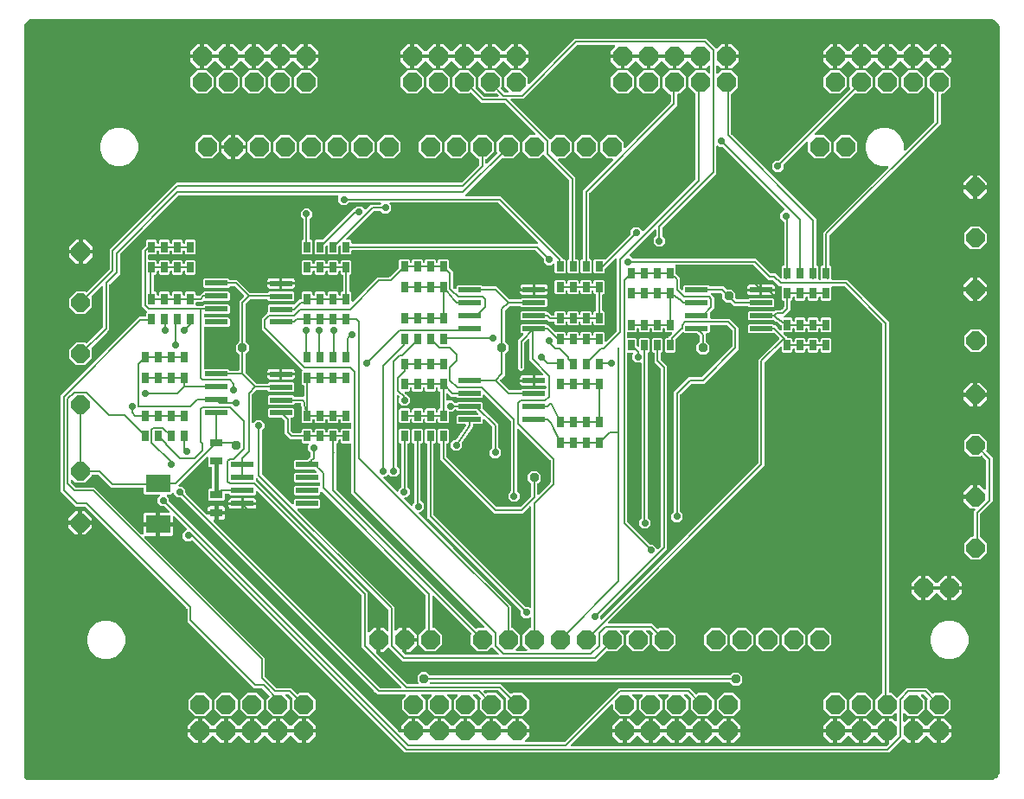
<source format=gtl>
G04 EAGLE Gerber X2 export*
%TF.Part,Single*%
%TF.FileFunction,Other,Top Copper*%
%TF.FilePolarity,Positive*%
%TF.GenerationSoftware,Autodesk,EAGLE,8.7.1*%
%TF.CreationDate,2018-03-29T20:03:01Z*%
G75*
%MOMM*%
%FSLAX34Y34*%
%LPD*%
%AMOC8*
5,1,8,0,0,1.08239X$1,22.5*%
G01*
%ADD10P,2.034460X8X112.500000*%
%ADD11P,1.938236X8X202.500000*%
%ADD12P,1.938236X8X22.500000*%
%ADD13P,2.034460X8X22.500000*%
%ADD14P,2.034460X8X202.500000*%
%ADD15R,2.400000X1.800000*%
%ADD16R,2.200000X0.500000*%
%ADD17R,0.650000X1.000000*%
%ADD18R,1.200000X0.800000*%
%ADD19C,0.203200*%
%ADD20P,0.742303X8X22.500000*%
%ADD21P,0.934752X8X22.500000*%
%ADD22C,0.406400*%

G36*
X948734Y2549D02*
X948734Y2549D01*
X948778Y2546D01*
X950293Y2695D01*
X950569Y2762D01*
X950576Y2766D01*
X950582Y2767D01*
X953381Y3927D01*
X953408Y3942D01*
X953437Y3952D01*
X953501Y3998D01*
X953626Y4071D01*
X953670Y4118D01*
X953711Y4147D01*
X955853Y6289D01*
X955872Y6314D01*
X955895Y6334D01*
X955937Y6401D01*
X956024Y6517D01*
X956047Y6577D01*
X956073Y6619D01*
X957233Y9418D01*
X957304Y9693D01*
X957303Y9701D01*
X957305Y9707D01*
X957454Y11222D01*
X957452Y11278D01*
X957459Y11322D01*
X957459Y737773D01*
X957451Y737829D01*
X957454Y737873D01*
X957288Y739564D01*
X957221Y739840D01*
X957217Y739847D01*
X957215Y739853D01*
X955921Y742979D01*
X955905Y743005D01*
X955895Y743035D01*
X955850Y743099D01*
X955776Y743224D01*
X955729Y743268D01*
X955701Y743308D01*
X953308Y745701D01*
X953284Y745719D01*
X953264Y745743D01*
X953197Y745784D01*
X953081Y745871D01*
X953021Y745894D01*
X952979Y745921D01*
X949853Y747215D01*
X949578Y747286D01*
X949570Y747286D01*
X949564Y747288D01*
X947873Y747454D01*
X947816Y747452D01*
X947773Y747459D01*
X10032Y747459D01*
X9976Y747451D01*
X9932Y747454D01*
X8669Y747330D01*
X8393Y747263D01*
X8386Y747259D01*
X8380Y747258D01*
X6045Y746291D01*
X6019Y746275D01*
X5989Y746265D01*
X5926Y746220D01*
X5801Y746146D01*
X5756Y746099D01*
X5716Y746071D01*
X3929Y744284D01*
X3911Y744259D01*
X3887Y744239D01*
X3846Y744172D01*
X3759Y744057D01*
X3736Y743997D01*
X3709Y743955D01*
X2742Y741620D01*
X2672Y741345D01*
X2672Y741337D01*
X2670Y741331D01*
X2546Y740068D01*
X2548Y740012D01*
X2541Y739968D01*
X2541Y6350D01*
X2551Y6274D01*
X2549Y6217D01*
X2645Y5494D01*
X2653Y5465D01*
X2654Y5434D01*
X2682Y5360D01*
X2721Y5220D01*
X2755Y5166D01*
X2772Y5119D01*
X3495Y3867D01*
X3555Y3790D01*
X3608Y3709D01*
X3639Y3683D01*
X3670Y3643D01*
X3810Y3542D01*
X3867Y3495D01*
X5119Y2772D01*
X5148Y2760D01*
X5173Y2743D01*
X5248Y2720D01*
X5383Y2666D01*
X5447Y2659D01*
X5494Y2645D01*
X6217Y2549D01*
X6294Y2550D01*
X6350Y2541D01*
X948678Y2541D01*
X948734Y2549D01*
G37*
%LPC*%
G36*
X374911Y29463D02*
X374911Y29463D01*
X372828Y31547D01*
X167270Y237104D01*
X167224Y237139D01*
X167183Y237182D01*
X167110Y237225D01*
X167043Y237275D01*
X166988Y237296D01*
X166938Y237326D01*
X166856Y237346D01*
X166777Y237376D01*
X166719Y237381D01*
X166662Y237396D01*
X166578Y237393D01*
X166494Y237400D01*
X166437Y237388D01*
X166378Y237387D01*
X166298Y237361D01*
X166215Y237344D01*
X166163Y237317D01*
X166108Y237299D01*
X166052Y237259D01*
X165963Y237213D01*
X165891Y237144D01*
X165834Y237104D01*
X165076Y236346D01*
X160552Y236346D01*
X157352Y239546D01*
X157352Y244070D01*
X160552Y247270D01*
X160750Y247270D01*
X160779Y247274D01*
X160808Y247271D01*
X160919Y247294D01*
X161031Y247310D01*
X161058Y247322D01*
X161087Y247327D01*
X161187Y247379D01*
X161291Y247426D01*
X161313Y247445D01*
X161339Y247458D01*
X161421Y247536D01*
X161508Y247609D01*
X161524Y247634D01*
X161545Y247654D01*
X161602Y247752D01*
X161665Y247846D01*
X161674Y247874D01*
X161689Y247899D01*
X161717Y248009D01*
X161751Y248117D01*
X161752Y248147D01*
X161759Y248175D01*
X161755Y248288D01*
X161758Y248401D01*
X161751Y248430D01*
X161750Y248459D01*
X161715Y248567D01*
X161686Y248676D01*
X161671Y248702D01*
X161662Y248730D01*
X161617Y248793D01*
X161541Y248921D01*
X161496Y248964D01*
X161468Y249003D01*
X149624Y260847D01*
X149600Y260864D01*
X149581Y260887D01*
X149487Y260950D01*
X149397Y261017D01*
X149369Y261028D01*
X149345Y261044D01*
X149237Y261078D01*
X149131Y261119D01*
X149102Y261121D01*
X149074Y261130D01*
X148960Y261133D01*
X148848Y261142D01*
X148819Y261137D01*
X148790Y261137D01*
X148680Y261109D01*
X148569Y261086D01*
X148543Y261073D01*
X148515Y261065D01*
X148417Y261008D01*
X148317Y260955D01*
X148295Y260935D01*
X148270Y260920D01*
X148193Y260838D01*
X148111Y260760D01*
X148096Y260734D01*
X148076Y260713D01*
X148024Y260612D01*
X147967Y260514D01*
X147960Y260486D01*
X147946Y260460D01*
X147933Y260382D01*
X147897Y260239D01*
X147899Y260176D01*
X147891Y260129D01*
X147891Y254831D01*
X135381Y254831D01*
X135381Y264341D01*
X143679Y264341D01*
X143708Y264345D01*
X143737Y264342D01*
X143848Y264365D01*
X143960Y264381D01*
X143987Y264392D01*
X144016Y264398D01*
X144116Y264450D01*
X144220Y264497D01*
X144242Y264516D01*
X144268Y264529D01*
X144350Y264607D01*
X144437Y264680D01*
X144453Y264705D01*
X144474Y264725D01*
X144531Y264823D01*
X144594Y264917D01*
X144603Y264945D01*
X144618Y264970D01*
X144646Y265080D01*
X144680Y265188D01*
X144681Y265217D01*
X144688Y265246D01*
X144684Y265359D01*
X144687Y265472D01*
X144680Y265501D01*
X144679Y265530D01*
X144644Y265638D01*
X144615Y265747D01*
X144601Y265773D01*
X144591Y265800D01*
X144546Y265864D01*
X144470Y265992D01*
X144425Y266035D01*
X144397Y266074D01*
X139878Y270593D01*
X139808Y270645D01*
X139744Y270705D01*
X139694Y270731D01*
X139650Y270764D01*
X139569Y270795D01*
X139491Y270835D01*
X139443Y270843D01*
X139385Y270865D01*
X139237Y270877D01*
X139160Y270890D01*
X136168Y270890D01*
X132968Y274090D01*
X132968Y278614D01*
X134888Y280534D01*
X134906Y280558D01*
X134928Y280577D01*
X134991Y280671D01*
X135059Y280761D01*
X135069Y280789D01*
X135086Y280813D01*
X135120Y280921D01*
X135160Y281027D01*
X135163Y281056D01*
X135171Y281084D01*
X135174Y281198D01*
X135184Y281310D01*
X135178Y281339D01*
X135179Y281368D01*
X135150Y281478D01*
X135128Y281589D01*
X135114Y281615D01*
X135107Y281643D01*
X135049Y281741D01*
X134997Y281841D01*
X134977Y281863D01*
X134962Y281888D01*
X134879Y281965D01*
X134801Y282047D01*
X134776Y282062D01*
X134754Y282082D01*
X134654Y282134D01*
X134556Y282191D01*
X134527Y282198D01*
X134501Y282212D01*
X134424Y282225D01*
X134280Y282261D01*
X134218Y282259D01*
X134170Y282267D01*
X120508Y282267D01*
X119317Y283458D01*
X119317Y288036D01*
X119309Y288094D01*
X119311Y288152D01*
X119289Y288234D01*
X119277Y288318D01*
X119254Y288371D01*
X119239Y288427D01*
X119196Y288500D01*
X119161Y288577D01*
X119123Y288622D01*
X119094Y288672D01*
X119032Y288730D01*
X118978Y288794D01*
X118929Y288826D01*
X118886Y288866D01*
X118811Y288905D01*
X118741Y288952D01*
X118685Y288969D01*
X118633Y288996D01*
X118565Y289007D01*
X118470Y289037D01*
X118370Y289040D01*
X118302Y289051D01*
X87637Y289051D01*
X75235Y301454D01*
X75165Y301506D01*
X75101Y301566D01*
X75051Y301592D01*
X75007Y301625D01*
X74926Y301656D01*
X74848Y301696D01*
X74800Y301704D01*
X74742Y301726D01*
X74594Y301738D01*
X74517Y301751D01*
X69151Y301751D01*
X69094Y301743D01*
X69035Y301745D01*
X68954Y301723D01*
X68870Y301711D01*
X68817Y301688D01*
X68760Y301673D01*
X68688Y301630D01*
X68611Y301595D01*
X68566Y301557D01*
X68516Y301528D01*
X68458Y301466D01*
X68394Y301412D01*
X68361Y301363D01*
X68321Y301320D01*
X68283Y301245D01*
X68236Y301175D01*
X68218Y301119D01*
X68192Y301067D01*
X68180Y300999D01*
X68150Y300904D01*
X68148Y300804D01*
X68136Y300736D01*
X68136Y299849D01*
X61701Y293414D01*
X52599Y293414D01*
X49740Y296273D01*
X49716Y296291D01*
X49697Y296313D01*
X49603Y296376D01*
X49513Y296444D01*
X49485Y296455D01*
X49461Y296471D01*
X49353Y296505D01*
X49247Y296545D01*
X49218Y296548D01*
X49190Y296557D01*
X49076Y296560D01*
X48964Y296569D01*
X48935Y296563D01*
X48906Y296564D01*
X48796Y296535D01*
X48685Y296513D01*
X48659Y296500D01*
X48631Y296492D01*
X48533Y296434D01*
X48433Y296382D01*
X48411Y296362D01*
X48386Y296347D01*
X48309Y296264D01*
X48227Y296186D01*
X48212Y296161D01*
X48192Y296140D01*
X48140Y296039D01*
X48083Y295941D01*
X48076Y295913D01*
X48062Y295886D01*
X48049Y295809D01*
X48013Y295665D01*
X48015Y295603D01*
X48007Y295555D01*
X48007Y294291D01*
X48019Y294205D01*
X48022Y294117D01*
X48039Y294065D01*
X48047Y294010D01*
X48082Y293930D01*
X48109Y293847D01*
X48137Y293808D01*
X48163Y293750D01*
X48259Y293637D01*
X48304Y293573D01*
X52781Y289096D01*
X52851Y289044D01*
X52915Y288984D01*
X52965Y288958D01*
X53009Y288925D01*
X53090Y288894D01*
X53168Y288854D01*
X53216Y288846D01*
X53274Y288824D01*
X53422Y288812D01*
X53499Y288799D01*
X71113Y288799D01*
X117076Y242835D01*
X117100Y242818D01*
X117119Y242795D01*
X117213Y242733D01*
X117303Y242665D01*
X117331Y242654D01*
X117355Y242638D01*
X117463Y242604D01*
X117569Y242563D01*
X117598Y242561D01*
X117626Y242552D01*
X117740Y242549D01*
X117852Y242540D01*
X117881Y242545D01*
X117910Y242545D01*
X118020Y242573D01*
X118131Y242596D01*
X118157Y242609D01*
X118185Y242617D01*
X118283Y242674D01*
X118383Y242727D01*
X118405Y242747D01*
X118430Y242762D01*
X118507Y242844D01*
X118589Y242922D01*
X118604Y242948D01*
X118624Y242969D01*
X118676Y243070D01*
X118733Y243168D01*
X118740Y243196D01*
X118754Y243222D01*
X118767Y243300D01*
X118803Y243443D01*
X118801Y243506D01*
X118809Y243553D01*
X118809Y250769D01*
X131319Y250769D01*
X131319Y241259D01*
X121103Y241259D01*
X121074Y241255D01*
X121045Y241258D01*
X120934Y241235D01*
X120822Y241219D01*
X120795Y241207D01*
X120766Y241202D01*
X120666Y241150D01*
X120562Y241103D01*
X120540Y241084D01*
X120514Y241071D01*
X120432Y240993D01*
X120345Y240920D01*
X120329Y240895D01*
X120308Y240875D01*
X120251Y240777D01*
X120188Y240683D01*
X120179Y240655D01*
X120164Y240630D01*
X120136Y240520D01*
X120102Y240412D01*
X120101Y240382D01*
X120094Y240354D01*
X120098Y240241D01*
X120095Y240128D01*
X120102Y240099D01*
X120103Y240070D01*
X120138Y239962D01*
X120167Y239853D01*
X120182Y239827D01*
X120191Y239799D01*
X120236Y239736D01*
X120312Y239608D01*
X120357Y239565D01*
X120385Y239526D01*
X235915Y123996D01*
X237999Y121913D01*
X237999Y104299D01*
X238011Y104213D01*
X238014Y104125D01*
X238031Y104073D01*
X238039Y104018D01*
X238074Y103938D01*
X238101Y103855D01*
X238129Y103816D01*
X238155Y103758D01*
X238251Y103645D01*
X238296Y103581D01*
X249123Y92754D01*
X249193Y92702D01*
X249257Y92642D01*
X249307Y92616D01*
X249351Y92583D01*
X249432Y92552D01*
X249510Y92512D01*
X249558Y92504D01*
X249616Y92482D01*
X249764Y92470D01*
X249841Y92457D01*
X263645Y92457D01*
X269175Y86926D01*
X269222Y86891D01*
X269262Y86849D01*
X269335Y86806D01*
X269402Y86756D01*
X269457Y86735D01*
X269507Y86705D01*
X269589Y86684D01*
X269668Y86654D01*
X269726Y86649D01*
X269783Y86635D01*
X269867Y86638D01*
X269951Y86631D01*
X270009Y86642D01*
X270067Y86644D01*
X270147Y86670D01*
X270230Y86687D01*
X270282Y86714D01*
X270338Y86732D01*
X270394Y86772D01*
X270482Y86818D01*
X270555Y86886D01*
X270611Y86926D01*
X271315Y87631D01*
X280785Y87631D01*
X287481Y80935D01*
X287481Y71465D01*
X280785Y64769D01*
X271315Y64769D01*
X264619Y71465D01*
X264619Y80935D01*
X264864Y81179D01*
X264899Y81226D01*
X264941Y81266D01*
X264984Y81339D01*
X265034Y81406D01*
X265055Y81461D01*
X265085Y81511D01*
X265106Y81593D01*
X265136Y81672D01*
X265141Y81730D01*
X265155Y81787D01*
X265152Y81871D01*
X265159Y81955D01*
X265148Y82013D01*
X265146Y82071D01*
X265120Y82151D01*
X265103Y82234D01*
X265076Y82286D01*
X265058Y82341D01*
X265018Y82398D01*
X264972Y82486D01*
X264904Y82559D01*
X264864Y82615D01*
X261417Y86062D01*
X261347Y86114D01*
X261283Y86174D01*
X261233Y86200D01*
X261189Y86233D01*
X261108Y86264D01*
X261030Y86304D01*
X260982Y86312D01*
X260924Y86334D01*
X260776Y86346D01*
X260699Y86359D01*
X259107Y86359D01*
X259078Y86355D01*
X259049Y86358D01*
X258938Y86335D01*
X258826Y86319D01*
X258799Y86307D01*
X258770Y86302D01*
X258670Y86250D01*
X258566Y86203D01*
X258544Y86184D01*
X258518Y86171D01*
X258436Y86093D01*
X258349Y86020D01*
X258333Y85995D01*
X258312Y85975D01*
X258255Y85877D01*
X258192Y85783D01*
X258183Y85755D01*
X258168Y85730D01*
X258140Y85620D01*
X258106Y85512D01*
X258105Y85482D01*
X258098Y85454D01*
X258102Y85341D01*
X258099Y85228D01*
X258106Y85199D01*
X258107Y85170D01*
X258142Y85062D01*
X258170Y84953D01*
X258185Y84927D01*
X258194Y84899D01*
X258240Y84836D01*
X258316Y84708D01*
X258361Y84665D01*
X258389Y84626D01*
X262081Y80935D01*
X262081Y71465D01*
X255385Y64769D01*
X245915Y64769D01*
X239219Y71465D01*
X239219Y80935D01*
X242178Y83893D01*
X242213Y83940D01*
X242255Y83980D01*
X242298Y84053D01*
X242349Y84121D01*
X242370Y84175D01*
X242399Y84226D01*
X242420Y84307D01*
X242450Y84386D01*
X242455Y84445D01*
X242469Y84501D01*
X242467Y84586D01*
X242474Y84670D01*
X242462Y84727D01*
X242460Y84785D01*
X242434Y84866D01*
X242418Y84948D01*
X242391Y85000D01*
X242373Y85056D01*
X242333Y85112D01*
X242287Y85201D01*
X242218Y85273D01*
X242178Y85329D01*
X235603Y91904D01*
X235533Y91956D01*
X235469Y92016D01*
X235420Y92042D01*
X235376Y92075D01*
X235294Y92106D01*
X235216Y92146D01*
X235169Y92154D01*
X235110Y92176D01*
X234963Y92188D01*
X234885Y92201D01*
X227337Y92201D01*
X162051Y157487D01*
X162051Y169767D01*
X162039Y169853D01*
X162036Y169941D01*
X162019Y169993D01*
X162011Y170048D01*
X161976Y170128D01*
X161949Y170211D01*
X161921Y170250D01*
X161895Y170308D01*
X161799Y170421D01*
X161754Y170485D01*
X62535Y269704D01*
X62465Y269756D01*
X62401Y269816D01*
X62351Y269842D01*
X62307Y269875D01*
X62226Y269906D01*
X62148Y269946D01*
X62100Y269954D01*
X62042Y269976D01*
X61894Y269988D01*
X61817Y270001D01*
X53093Y270001D01*
X37845Y285249D01*
X37845Y379215D01*
X114815Y456185D01*
X120702Y456185D01*
X120760Y456193D01*
X120818Y456191D01*
X120900Y456213D01*
X120984Y456225D01*
X121037Y456248D01*
X121093Y456263D01*
X121166Y456306D01*
X121243Y456341D01*
X121288Y456379D01*
X121338Y456408D01*
X121396Y456470D01*
X121460Y456524D01*
X121492Y456573D01*
X121532Y456616D01*
X121571Y456691D01*
X121618Y456761D01*
X121635Y456817D01*
X121662Y456869D01*
X121673Y456937D01*
X121703Y457032D01*
X121706Y457132D01*
X121717Y457200D01*
X121717Y459392D01*
X122284Y459958D01*
X122319Y460005D01*
X122361Y460045D01*
X122404Y460118D01*
X122455Y460186D01*
X122476Y460240D01*
X122505Y460291D01*
X122526Y460372D01*
X122556Y460451D01*
X122561Y460510D01*
X122575Y460566D01*
X122572Y460651D01*
X122579Y460735D01*
X122568Y460792D01*
X122566Y460850D01*
X122540Y460931D01*
X122524Y461013D01*
X122497Y461065D01*
X122479Y461121D01*
X122439Y461177D01*
X122393Y461266D01*
X122324Y461338D01*
X122284Y461394D01*
X121093Y462585D01*
X119685Y463993D01*
X119684Y463994D01*
X117601Y466077D01*
X117601Y521963D01*
X121420Y525781D01*
X121472Y525851D01*
X121532Y525915D01*
X121558Y525965D01*
X121591Y526009D01*
X121622Y526090D01*
X121662Y526168D01*
X121670Y526216D01*
X121692Y526274D01*
X121704Y526422D01*
X121717Y526499D01*
X121717Y530192D01*
X122908Y531383D01*
X131092Y531383D01*
X132283Y530192D01*
X132283Y528414D01*
X132290Y528360D01*
X132289Y528324D01*
X132290Y528322D01*
X132289Y528298D01*
X132311Y528216D01*
X132323Y528132D01*
X132346Y528079D01*
X132361Y528023D01*
X132404Y527950D01*
X132439Y527873D01*
X132477Y527828D01*
X132506Y527778D01*
X132568Y527720D01*
X132622Y527656D01*
X132671Y527624D01*
X132714Y527584D01*
X132789Y527545D01*
X132859Y527498D01*
X132915Y527481D01*
X132967Y527454D01*
X133035Y527443D01*
X133130Y527413D01*
X133230Y527410D01*
X133298Y527399D01*
X133402Y527399D01*
X133460Y527407D01*
X133518Y527405D01*
X133600Y527427D01*
X133684Y527439D01*
X133737Y527462D01*
X133793Y527477D01*
X133866Y527520D01*
X133943Y527555D01*
X133988Y527593D01*
X134038Y527622D01*
X134096Y527684D01*
X134160Y527738D01*
X134192Y527787D01*
X134232Y527830D01*
X134271Y527905D01*
X134318Y527975D01*
X134335Y528031D01*
X134362Y528083D01*
X134373Y528151D01*
X134403Y528246D01*
X134406Y528346D01*
X134417Y528414D01*
X134417Y530192D01*
X135608Y531383D01*
X143792Y531383D01*
X144983Y530192D01*
X144983Y528414D01*
X144990Y528360D01*
X144989Y528324D01*
X144990Y528322D01*
X144989Y528298D01*
X145011Y528216D01*
X145023Y528132D01*
X145046Y528079D01*
X145061Y528023D01*
X145104Y527950D01*
X145139Y527873D01*
X145177Y527828D01*
X145206Y527778D01*
X145268Y527720D01*
X145322Y527656D01*
X145371Y527624D01*
X145414Y527584D01*
X145489Y527545D01*
X145559Y527498D01*
X145615Y527481D01*
X145667Y527454D01*
X145735Y527443D01*
X145830Y527413D01*
X145930Y527410D01*
X145998Y527399D01*
X146102Y527399D01*
X146160Y527407D01*
X146218Y527405D01*
X146300Y527427D01*
X146384Y527439D01*
X146437Y527462D01*
X146493Y527477D01*
X146566Y527520D01*
X146643Y527555D01*
X146688Y527593D01*
X146738Y527622D01*
X146796Y527684D01*
X146860Y527738D01*
X146892Y527787D01*
X146932Y527830D01*
X146971Y527905D01*
X147018Y527975D01*
X147035Y528031D01*
X147062Y528083D01*
X147073Y528151D01*
X147103Y528246D01*
X147106Y528346D01*
X147117Y528414D01*
X147117Y530192D01*
X148308Y531383D01*
X156492Y531383D01*
X157683Y530192D01*
X157683Y528414D01*
X157690Y528360D01*
X157689Y528324D01*
X157690Y528322D01*
X157689Y528298D01*
X157711Y528216D01*
X157723Y528132D01*
X157746Y528079D01*
X157761Y528023D01*
X157804Y527950D01*
X157839Y527873D01*
X157877Y527828D01*
X157906Y527778D01*
X157968Y527720D01*
X158022Y527656D01*
X158071Y527624D01*
X158114Y527584D01*
X158189Y527545D01*
X158259Y527498D01*
X158315Y527481D01*
X158367Y527454D01*
X158435Y527443D01*
X158530Y527413D01*
X158630Y527410D01*
X158698Y527399D01*
X158802Y527399D01*
X158860Y527407D01*
X158918Y527405D01*
X159000Y527427D01*
X159084Y527439D01*
X159137Y527462D01*
X159193Y527477D01*
X159266Y527520D01*
X159343Y527555D01*
X159388Y527593D01*
X159438Y527622D01*
X159496Y527684D01*
X159560Y527738D01*
X159592Y527787D01*
X159632Y527830D01*
X159671Y527905D01*
X159718Y527975D01*
X159735Y528031D01*
X159762Y528083D01*
X159773Y528151D01*
X159803Y528246D01*
X159806Y528346D01*
X159817Y528414D01*
X159817Y530192D01*
X161008Y531383D01*
X169192Y531383D01*
X170383Y530192D01*
X170383Y518508D01*
X169192Y517317D01*
X161008Y517317D01*
X159817Y518508D01*
X159817Y520286D01*
X159809Y520344D01*
X159811Y520402D01*
X159789Y520484D01*
X159777Y520568D01*
X159754Y520621D01*
X159739Y520677D01*
X159696Y520750D01*
X159661Y520827D01*
X159623Y520872D01*
X159594Y520922D01*
X159532Y520980D01*
X159478Y521044D01*
X159429Y521076D01*
X159386Y521116D01*
X159311Y521155D01*
X159241Y521202D01*
X159185Y521219D01*
X159133Y521246D01*
X159065Y521257D01*
X158970Y521287D01*
X158870Y521290D01*
X158802Y521301D01*
X158698Y521301D01*
X158640Y521293D01*
X158582Y521295D01*
X158500Y521273D01*
X158416Y521261D01*
X158363Y521238D01*
X158307Y521223D01*
X158234Y521180D01*
X158157Y521145D01*
X158112Y521107D01*
X158062Y521078D01*
X158004Y521016D01*
X157940Y520962D01*
X157908Y520913D01*
X157868Y520870D01*
X157829Y520795D01*
X157782Y520725D01*
X157765Y520669D01*
X157738Y520617D01*
X157727Y520549D01*
X157697Y520454D01*
X157694Y520354D01*
X157683Y520286D01*
X157683Y518508D01*
X156492Y517317D01*
X148308Y517317D01*
X147117Y518508D01*
X147117Y520286D01*
X147109Y520344D01*
X147111Y520402D01*
X147089Y520484D01*
X147077Y520568D01*
X147054Y520621D01*
X147039Y520677D01*
X146996Y520750D01*
X146961Y520827D01*
X146923Y520872D01*
X146894Y520922D01*
X146832Y520980D01*
X146778Y521044D01*
X146729Y521076D01*
X146686Y521116D01*
X146611Y521155D01*
X146541Y521202D01*
X146485Y521219D01*
X146433Y521246D01*
X146365Y521257D01*
X146270Y521287D01*
X146170Y521290D01*
X146102Y521301D01*
X145998Y521301D01*
X145940Y521293D01*
X145882Y521295D01*
X145800Y521273D01*
X145716Y521261D01*
X145663Y521238D01*
X145607Y521223D01*
X145534Y521180D01*
X145457Y521145D01*
X145412Y521107D01*
X145362Y521078D01*
X145304Y521016D01*
X145240Y520962D01*
X145208Y520913D01*
X145168Y520870D01*
X145129Y520795D01*
X145082Y520725D01*
X145065Y520669D01*
X145038Y520617D01*
X145027Y520549D01*
X144997Y520454D01*
X144994Y520354D01*
X144983Y520286D01*
X144983Y518508D01*
X143792Y517317D01*
X135608Y517317D01*
X134417Y518508D01*
X134417Y520286D01*
X134409Y520344D01*
X134411Y520402D01*
X134389Y520484D01*
X134377Y520568D01*
X134354Y520621D01*
X134339Y520677D01*
X134296Y520750D01*
X134261Y520827D01*
X134223Y520872D01*
X134194Y520922D01*
X134132Y520980D01*
X134078Y521044D01*
X134029Y521076D01*
X133986Y521116D01*
X133911Y521155D01*
X133841Y521202D01*
X133785Y521219D01*
X133733Y521246D01*
X133665Y521257D01*
X133570Y521287D01*
X133470Y521290D01*
X133402Y521301D01*
X133298Y521301D01*
X133240Y521293D01*
X133182Y521295D01*
X133100Y521273D01*
X133016Y521261D01*
X132963Y521238D01*
X132907Y521223D01*
X132834Y521180D01*
X132757Y521145D01*
X132712Y521107D01*
X132662Y521078D01*
X132604Y521016D01*
X132540Y520962D01*
X132508Y520913D01*
X132468Y520870D01*
X132429Y520795D01*
X132382Y520725D01*
X132365Y520669D01*
X132338Y520617D01*
X132327Y520549D01*
X132297Y520454D01*
X132294Y520354D01*
X132283Y520286D01*
X132283Y518508D01*
X131092Y517317D01*
X124714Y517317D01*
X124656Y517309D01*
X124598Y517311D01*
X124516Y517289D01*
X124432Y517277D01*
X124379Y517254D01*
X124323Y517239D01*
X124250Y517196D01*
X124173Y517161D01*
X124128Y517123D01*
X124078Y517094D01*
X124020Y517032D01*
X123956Y516978D01*
X123924Y516929D01*
X123884Y516886D01*
X123845Y516811D01*
X123798Y516741D01*
X123781Y516685D01*
X123754Y516633D01*
X123743Y516565D01*
X123713Y516470D01*
X123710Y516370D01*
X123699Y516302D01*
X123699Y512398D01*
X123707Y512340D01*
X123705Y512282D01*
X123727Y512200D01*
X123739Y512116D01*
X123762Y512063D01*
X123777Y512007D01*
X123820Y511934D01*
X123855Y511857D01*
X123893Y511812D01*
X123922Y511762D01*
X123984Y511704D01*
X124038Y511640D01*
X124087Y511608D01*
X124130Y511568D01*
X124205Y511529D01*
X124275Y511482D01*
X124331Y511465D01*
X124383Y511438D01*
X124451Y511427D01*
X124546Y511397D01*
X124646Y511394D01*
X124714Y511383D01*
X131092Y511383D01*
X132283Y510192D01*
X132283Y508414D01*
X132291Y508356D01*
X132289Y508298D01*
X132311Y508216D01*
X132323Y508132D01*
X132346Y508079D01*
X132361Y508023D01*
X132404Y507950D01*
X132439Y507873D01*
X132477Y507828D01*
X132506Y507778D01*
X132568Y507720D01*
X132622Y507656D01*
X132671Y507624D01*
X132714Y507584D01*
X132789Y507545D01*
X132859Y507498D01*
X132915Y507481D01*
X132967Y507454D01*
X133035Y507443D01*
X133130Y507413D01*
X133230Y507410D01*
X133298Y507399D01*
X133402Y507399D01*
X133460Y507407D01*
X133518Y507405D01*
X133600Y507427D01*
X133684Y507439D01*
X133737Y507462D01*
X133793Y507477D01*
X133866Y507520D01*
X133943Y507555D01*
X133988Y507593D01*
X134038Y507622D01*
X134096Y507684D01*
X134160Y507738D01*
X134192Y507787D01*
X134232Y507830D01*
X134271Y507905D01*
X134318Y507975D01*
X134335Y508031D01*
X134362Y508083D01*
X134373Y508151D01*
X134403Y508246D01*
X134406Y508346D01*
X134417Y508414D01*
X134417Y510192D01*
X135608Y511383D01*
X143792Y511383D01*
X144983Y510192D01*
X144983Y508414D01*
X144991Y508356D01*
X144989Y508298D01*
X145011Y508216D01*
X145023Y508132D01*
X145046Y508079D01*
X145061Y508023D01*
X145104Y507950D01*
X145139Y507873D01*
X145177Y507828D01*
X145206Y507778D01*
X145268Y507720D01*
X145322Y507656D01*
X145371Y507624D01*
X145414Y507584D01*
X145489Y507545D01*
X145559Y507498D01*
X145615Y507481D01*
X145667Y507454D01*
X145735Y507443D01*
X145830Y507413D01*
X145930Y507410D01*
X145998Y507399D01*
X146102Y507399D01*
X146160Y507407D01*
X146218Y507405D01*
X146300Y507427D01*
X146384Y507439D01*
X146437Y507462D01*
X146493Y507477D01*
X146566Y507520D01*
X146643Y507555D01*
X146688Y507593D01*
X146738Y507622D01*
X146796Y507684D01*
X146860Y507738D01*
X146892Y507787D01*
X146932Y507830D01*
X146971Y507905D01*
X147018Y507975D01*
X147035Y508031D01*
X147062Y508083D01*
X147073Y508151D01*
X147103Y508246D01*
X147106Y508346D01*
X147117Y508414D01*
X147117Y510192D01*
X148308Y511383D01*
X156492Y511383D01*
X157683Y510192D01*
X157683Y508414D01*
X157691Y508356D01*
X157689Y508298D01*
X157711Y508216D01*
X157723Y508132D01*
X157746Y508079D01*
X157761Y508023D01*
X157804Y507950D01*
X157839Y507873D01*
X157877Y507828D01*
X157906Y507778D01*
X157968Y507720D01*
X158022Y507656D01*
X158071Y507624D01*
X158114Y507584D01*
X158189Y507545D01*
X158259Y507498D01*
X158315Y507481D01*
X158367Y507454D01*
X158435Y507443D01*
X158530Y507413D01*
X158630Y507410D01*
X158698Y507399D01*
X158802Y507399D01*
X158860Y507407D01*
X158918Y507405D01*
X159000Y507427D01*
X159084Y507439D01*
X159137Y507462D01*
X159193Y507477D01*
X159266Y507520D01*
X159343Y507555D01*
X159388Y507593D01*
X159438Y507622D01*
X159496Y507684D01*
X159560Y507738D01*
X159592Y507787D01*
X159632Y507830D01*
X159671Y507905D01*
X159718Y507975D01*
X159735Y508031D01*
X159762Y508083D01*
X159773Y508151D01*
X159803Y508246D01*
X159806Y508346D01*
X159817Y508414D01*
X159817Y510192D01*
X161008Y511383D01*
X169192Y511383D01*
X170383Y510192D01*
X170383Y498508D01*
X169192Y497317D01*
X161008Y497317D01*
X159817Y498508D01*
X159817Y500286D01*
X159809Y500344D01*
X159811Y500402D01*
X159789Y500484D01*
X159777Y500568D01*
X159754Y500621D01*
X159739Y500677D01*
X159696Y500750D01*
X159661Y500827D01*
X159623Y500872D01*
X159594Y500922D01*
X159532Y500980D01*
X159478Y501044D01*
X159429Y501076D01*
X159386Y501116D01*
X159311Y501155D01*
X159241Y501202D01*
X159185Y501219D01*
X159133Y501246D01*
X159065Y501257D01*
X158970Y501287D01*
X158870Y501290D01*
X158802Y501301D01*
X158698Y501301D01*
X158640Y501293D01*
X158582Y501295D01*
X158500Y501273D01*
X158416Y501261D01*
X158363Y501238D01*
X158307Y501223D01*
X158234Y501180D01*
X158157Y501145D01*
X158112Y501107D01*
X158062Y501078D01*
X158004Y501016D01*
X157940Y500962D01*
X157908Y500913D01*
X157868Y500870D01*
X157829Y500795D01*
X157782Y500725D01*
X157765Y500669D01*
X157738Y500617D01*
X157727Y500549D01*
X157697Y500454D01*
X157694Y500354D01*
X157683Y500286D01*
X157683Y498508D01*
X156492Y497317D01*
X148308Y497317D01*
X147117Y498508D01*
X147117Y500286D01*
X147109Y500344D01*
X147111Y500402D01*
X147089Y500484D01*
X147077Y500568D01*
X147054Y500621D01*
X147039Y500677D01*
X146996Y500750D01*
X146961Y500827D01*
X146923Y500872D01*
X146894Y500922D01*
X146832Y500980D01*
X146778Y501044D01*
X146729Y501076D01*
X146686Y501116D01*
X146611Y501155D01*
X146541Y501202D01*
X146485Y501219D01*
X146433Y501246D01*
X146365Y501257D01*
X146270Y501287D01*
X146170Y501290D01*
X146102Y501301D01*
X145998Y501301D01*
X145940Y501293D01*
X145882Y501295D01*
X145800Y501273D01*
X145716Y501261D01*
X145663Y501238D01*
X145607Y501223D01*
X145534Y501180D01*
X145457Y501145D01*
X145412Y501107D01*
X145362Y501078D01*
X145304Y501016D01*
X145240Y500962D01*
X145208Y500913D01*
X145168Y500870D01*
X145129Y500795D01*
X145082Y500725D01*
X145065Y500669D01*
X145038Y500617D01*
X145027Y500549D01*
X144997Y500454D01*
X144994Y500354D01*
X144983Y500286D01*
X144983Y498508D01*
X143792Y497317D01*
X135608Y497317D01*
X134417Y498508D01*
X134417Y500286D01*
X134409Y500344D01*
X134411Y500402D01*
X134389Y500484D01*
X134377Y500568D01*
X134354Y500621D01*
X134339Y500677D01*
X134296Y500750D01*
X134261Y500827D01*
X134223Y500872D01*
X134194Y500922D01*
X134132Y500980D01*
X134078Y501044D01*
X134029Y501076D01*
X133986Y501116D01*
X133911Y501155D01*
X133841Y501202D01*
X133785Y501219D01*
X133733Y501246D01*
X133665Y501257D01*
X133570Y501287D01*
X133470Y501290D01*
X133402Y501301D01*
X133298Y501301D01*
X133240Y501293D01*
X133182Y501295D01*
X133100Y501273D01*
X133016Y501261D01*
X132963Y501238D01*
X132907Y501223D01*
X132834Y501180D01*
X132757Y501145D01*
X132712Y501107D01*
X132662Y501078D01*
X132604Y501016D01*
X132540Y500962D01*
X132508Y500913D01*
X132468Y500870D01*
X132429Y500795D01*
X132382Y500725D01*
X132365Y500669D01*
X132338Y500617D01*
X132327Y500549D01*
X132297Y500454D01*
X132294Y500354D01*
X132283Y500286D01*
X132283Y498508D01*
X131092Y497317D01*
X130302Y497317D01*
X130244Y497309D01*
X130186Y497311D01*
X130104Y497289D01*
X130020Y497277D01*
X129967Y497254D01*
X129911Y497239D01*
X129838Y497196D01*
X129761Y497161D01*
X129716Y497123D01*
X129666Y497094D01*
X129608Y497032D01*
X129544Y496978D01*
X129512Y496929D01*
X129472Y496886D01*
X129433Y496811D01*
X129386Y496741D01*
X129369Y496685D01*
X129342Y496633D01*
X129331Y496565D01*
X129301Y496470D01*
X129298Y496370D01*
X129287Y496302D01*
X129287Y481598D01*
X129295Y481540D01*
X129293Y481482D01*
X129315Y481400D01*
X129327Y481316D01*
X129350Y481263D01*
X129365Y481207D01*
X129408Y481134D01*
X129443Y481057D01*
X129481Y481012D01*
X129510Y480962D01*
X129572Y480904D01*
X129626Y480840D01*
X129675Y480808D01*
X129718Y480768D01*
X129793Y480729D01*
X129863Y480682D01*
X129919Y480665D01*
X129971Y480638D01*
X130039Y480627D01*
X130134Y480597D01*
X130234Y480594D01*
X130302Y480583D01*
X131092Y480583D01*
X132283Y479392D01*
X132283Y477614D01*
X132290Y477566D01*
X132289Y477561D01*
X132291Y477556D01*
X132289Y477498D01*
X132311Y477416D01*
X132323Y477332D01*
X132346Y477279D01*
X132361Y477223D01*
X132404Y477150D01*
X132439Y477073D01*
X132477Y477028D01*
X132506Y476978D01*
X132568Y476920D01*
X132622Y476856D01*
X132671Y476824D01*
X132714Y476784D01*
X132789Y476745D01*
X132859Y476698D01*
X132915Y476681D01*
X132967Y476654D01*
X133035Y476643D01*
X133130Y476613D01*
X133230Y476610D01*
X133298Y476599D01*
X133402Y476599D01*
X133460Y476607D01*
X133518Y476605D01*
X133600Y476627D01*
X133684Y476639D01*
X133737Y476662D01*
X133793Y476677D01*
X133866Y476720D01*
X133943Y476755D01*
X133988Y476793D01*
X134038Y476822D01*
X134096Y476884D01*
X134160Y476938D01*
X134192Y476987D01*
X134232Y477030D01*
X134271Y477105D01*
X134318Y477175D01*
X134335Y477231D01*
X134362Y477283D01*
X134373Y477351D01*
X134403Y477446D01*
X134406Y477546D01*
X134417Y477614D01*
X134417Y479392D01*
X135608Y480583D01*
X143792Y480583D01*
X144983Y479392D01*
X144983Y477614D01*
X144990Y477566D01*
X144989Y477561D01*
X144991Y477556D01*
X144989Y477498D01*
X145011Y477416D01*
X145023Y477332D01*
X145046Y477279D01*
X145061Y477223D01*
X145104Y477150D01*
X145139Y477073D01*
X145177Y477028D01*
X145206Y476978D01*
X145268Y476920D01*
X145322Y476856D01*
X145371Y476824D01*
X145414Y476784D01*
X145489Y476745D01*
X145559Y476698D01*
X145615Y476681D01*
X145667Y476654D01*
X145735Y476643D01*
X145830Y476613D01*
X145930Y476610D01*
X145998Y476599D01*
X146102Y476599D01*
X146160Y476607D01*
X146218Y476605D01*
X146300Y476627D01*
X146384Y476639D01*
X146437Y476662D01*
X146493Y476677D01*
X146566Y476720D01*
X146643Y476755D01*
X146688Y476793D01*
X146738Y476822D01*
X146796Y476884D01*
X146860Y476938D01*
X146892Y476987D01*
X146932Y477030D01*
X146971Y477105D01*
X147018Y477175D01*
X147035Y477231D01*
X147062Y477283D01*
X147073Y477351D01*
X147103Y477446D01*
X147106Y477546D01*
X147117Y477614D01*
X147117Y479392D01*
X148308Y480583D01*
X156492Y480583D01*
X157683Y479392D01*
X157683Y477614D01*
X157690Y477566D01*
X157689Y477561D01*
X157691Y477556D01*
X157689Y477498D01*
X157711Y477416D01*
X157723Y477332D01*
X157746Y477279D01*
X157761Y477223D01*
X157804Y477150D01*
X157839Y477073D01*
X157877Y477028D01*
X157906Y476978D01*
X157968Y476920D01*
X158022Y476856D01*
X158071Y476824D01*
X158114Y476784D01*
X158189Y476745D01*
X158259Y476698D01*
X158315Y476681D01*
X158367Y476654D01*
X158435Y476643D01*
X158530Y476613D01*
X158630Y476610D01*
X158698Y476599D01*
X158802Y476599D01*
X158860Y476607D01*
X158918Y476605D01*
X159000Y476627D01*
X159084Y476639D01*
X159137Y476662D01*
X159193Y476677D01*
X159266Y476720D01*
X159343Y476755D01*
X159388Y476793D01*
X159438Y476822D01*
X159496Y476884D01*
X159560Y476938D01*
X159592Y476987D01*
X159632Y477030D01*
X159671Y477105D01*
X159718Y477175D01*
X159735Y477231D01*
X159762Y477283D01*
X159773Y477351D01*
X159803Y477446D01*
X159806Y477546D01*
X159817Y477614D01*
X159817Y479392D01*
X161008Y480583D01*
X169192Y480583D01*
X170383Y479392D01*
X170383Y477614D01*
X170390Y477566D01*
X170389Y477561D01*
X170391Y477556D01*
X170389Y477498D01*
X170411Y477416D01*
X170423Y477332D01*
X170446Y477279D01*
X170461Y477223D01*
X170504Y477150D01*
X170539Y477073D01*
X170577Y477028D01*
X170606Y476978D01*
X170668Y476920D01*
X170722Y476856D01*
X170771Y476824D01*
X170814Y476784D01*
X170889Y476745D01*
X170959Y476698D01*
X171015Y476681D01*
X171067Y476654D01*
X171135Y476643D01*
X171230Y476613D01*
X171330Y476610D01*
X171398Y476599D01*
X173417Y476599D01*
X173503Y476611D01*
X173591Y476614D01*
X173643Y476631D01*
X173698Y476639D01*
X173778Y476674D01*
X173861Y476701D01*
X173900Y476729D01*
X173958Y476755D01*
X174071Y476851D01*
X174135Y476896D01*
X176537Y479299D01*
X176963Y479299D01*
X177050Y479311D01*
X177138Y479314D01*
X177190Y479331D01*
X177245Y479339D01*
X177325Y479374D01*
X177408Y479401D01*
X177447Y479429D01*
X177504Y479455D01*
X177618Y479551D01*
X177681Y479596D01*
X178868Y480783D01*
X202552Y480783D01*
X203743Y479592D01*
X203743Y472908D01*
X202552Y471717D01*
X178858Y471717D01*
X178854Y471722D01*
X178782Y471764D01*
X178714Y471815D01*
X178659Y471836D01*
X178609Y471865D01*
X178527Y471886D01*
X178449Y471916D01*
X178390Y471921D01*
X178334Y471935D01*
X178249Y471933D01*
X178165Y471940D01*
X178108Y471928D01*
X178049Y471926D01*
X177969Y471900D01*
X177886Y471884D01*
X177835Y471857D01*
X177779Y471839D01*
X177723Y471799D01*
X177634Y471753D01*
X177562Y471684D01*
X177506Y471644D01*
X176363Y470501D01*
X171398Y470501D01*
X171340Y470493D01*
X171282Y470495D01*
X171200Y470473D01*
X171116Y470461D01*
X171063Y470438D01*
X171007Y470423D01*
X170934Y470380D01*
X170857Y470345D01*
X170812Y470307D01*
X170762Y470278D01*
X170704Y470216D01*
X170640Y470162D01*
X170608Y470113D01*
X170568Y470070D01*
X170529Y469995D01*
X170482Y469925D01*
X170465Y469869D01*
X170438Y469817D01*
X170427Y469749D01*
X170397Y469654D01*
X170394Y469554D01*
X170383Y469486D01*
X170383Y467614D01*
X170391Y467556D01*
X170389Y467498D01*
X170411Y467416D01*
X170423Y467332D01*
X170446Y467279D01*
X170461Y467223D01*
X170504Y467150D01*
X170539Y467073D01*
X170577Y467028D01*
X170606Y466978D01*
X170668Y466920D01*
X170722Y466856D01*
X170771Y466824D01*
X170814Y466784D01*
X170889Y466745D01*
X170959Y466698D01*
X171015Y466681D01*
X171067Y466654D01*
X171135Y466643D01*
X171230Y466613D01*
X171330Y466610D01*
X171398Y466599D01*
X176963Y466599D01*
X177050Y466611D01*
X177138Y466614D01*
X177190Y466631D01*
X177245Y466639D01*
X177325Y466674D01*
X177408Y466701D01*
X177447Y466729D01*
X177504Y466755D01*
X177618Y466851D01*
X177681Y466896D01*
X178868Y468083D01*
X202552Y468083D01*
X203743Y466892D01*
X203743Y460208D01*
X202552Y459017D01*
X179070Y459017D01*
X179012Y459009D01*
X178954Y459011D01*
X178872Y458989D01*
X178788Y458977D01*
X178735Y458954D01*
X178679Y458939D01*
X178606Y458896D01*
X178529Y458861D01*
X178484Y458823D01*
X178434Y458794D01*
X178376Y458732D01*
X178312Y458678D01*
X178280Y458629D01*
X178240Y458586D01*
X178201Y458511D01*
X178154Y458441D01*
X178137Y458385D01*
X178110Y458333D01*
X178099Y458265D01*
X178069Y458170D01*
X178066Y458070D01*
X178055Y458002D01*
X178055Y456398D01*
X178063Y456340D01*
X178061Y456282D01*
X178083Y456200D01*
X178095Y456116D01*
X178118Y456063D01*
X178133Y456007D01*
X178176Y455934D01*
X178211Y455857D01*
X178249Y455812D01*
X178278Y455762D01*
X178340Y455704D01*
X178394Y455640D01*
X178443Y455608D01*
X178486Y455568D01*
X178561Y455529D01*
X178631Y455482D01*
X178687Y455465D01*
X178739Y455438D01*
X178807Y455427D01*
X178902Y455397D01*
X179002Y455394D01*
X179070Y455383D01*
X202552Y455383D01*
X203743Y454192D01*
X203743Y447508D01*
X202552Y446317D01*
X179070Y446317D01*
X179012Y446309D01*
X178954Y446311D01*
X178872Y446289D01*
X178788Y446277D01*
X178735Y446254D01*
X178679Y446239D01*
X178606Y446196D01*
X178529Y446161D01*
X178484Y446123D01*
X178434Y446094D01*
X178376Y446032D01*
X178312Y445978D01*
X178280Y445929D01*
X178240Y445886D01*
X178201Y445811D01*
X178154Y445741D01*
X178137Y445685D01*
X178110Y445633D01*
X178099Y445565D01*
X178069Y445470D01*
X178066Y445370D01*
X178055Y445302D01*
X178055Y405598D01*
X178063Y405540D01*
X178061Y405482D01*
X178083Y405400D01*
X178095Y405316D01*
X178118Y405263D01*
X178133Y405207D01*
X178176Y405134D01*
X178211Y405057D01*
X178249Y405012D01*
X178278Y404962D01*
X178340Y404904D01*
X178394Y404840D01*
X178443Y404808D01*
X178486Y404768D01*
X178561Y404729D01*
X178631Y404682D01*
X178687Y404665D01*
X178739Y404638D01*
X178807Y404627D01*
X178902Y404597D01*
X179002Y404594D01*
X179070Y404583D01*
X202552Y404583D01*
X203739Y403396D01*
X203808Y403344D01*
X203872Y403284D01*
X203922Y403258D01*
X203966Y403225D01*
X204048Y403194D01*
X204125Y403154D01*
X204173Y403146D01*
X204231Y403124D01*
X204379Y403112D01*
X204457Y403099D01*
X211836Y403099D01*
X211894Y403107D01*
X211952Y403105D01*
X212034Y403127D01*
X212118Y403139D01*
X212171Y403162D01*
X212227Y403177D01*
X212300Y403220D01*
X212377Y403255D01*
X212422Y403293D01*
X212472Y403322D01*
X212530Y403384D01*
X212594Y403438D01*
X212626Y403487D01*
X212666Y403530D01*
X212705Y403605D01*
X212752Y403675D01*
X212769Y403731D01*
X212796Y403783D01*
X212807Y403851D01*
X212837Y403946D01*
X212840Y404046D01*
X212851Y404114D01*
X212851Y419097D01*
X212839Y419184D01*
X212836Y419271D01*
X212819Y419324D01*
X212811Y419378D01*
X212776Y419458D01*
X212749Y419541D01*
X212721Y419581D01*
X212695Y419638D01*
X212599Y419751D01*
X212554Y419815D01*
X209549Y422819D01*
X209549Y428081D01*
X212554Y431085D01*
X212606Y431155D01*
X212666Y431219D01*
X212692Y431268D01*
X212725Y431312D01*
X212756Y431394D01*
X212796Y431472D01*
X212804Y431520D01*
X212826Y431578D01*
X212838Y431726D01*
X212851Y431803D01*
X212851Y471163D01*
X217221Y475532D01*
X217256Y475579D01*
X217298Y475619D01*
X217341Y475692D01*
X217391Y475759D01*
X217412Y475814D01*
X217442Y475864D01*
X217463Y475946D01*
X217493Y476025D01*
X217498Y476083D01*
X217512Y476140D01*
X217509Y476224D01*
X217516Y476308D01*
X217505Y476366D01*
X217503Y476424D01*
X217477Y476504D01*
X217460Y476587D01*
X217433Y476639D01*
X217415Y476695D01*
X217375Y476751D01*
X217329Y476839D01*
X217261Y476912D01*
X217221Y476968D01*
X208585Y485604D01*
X208515Y485656D01*
X208451Y485716D01*
X208401Y485742D01*
X208357Y485775D01*
X208276Y485806D01*
X208198Y485846D01*
X208150Y485854D01*
X208092Y485876D01*
X207944Y485888D01*
X207867Y485901D01*
X204457Y485901D01*
X204370Y485889D01*
X204282Y485886D01*
X204230Y485869D01*
X204175Y485861D01*
X204095Y485826D01*
X204012Y485799D01*
X203973Y485771D01*
X203916Y485745D01*
X203802Y485649D01*
X203739Y485604D01*
X202552Y484417D01*
X178868Y484417D01*
X177677Y485608D01*
X177677Y492292D01*
X178868Y493483D01*
X202552Y493483D01*
X203739Y492296D01*
X203808Y492244D01*
X203872Y492184D01*
X203922Y492158D01*
X203966Y492125D01*
X204048Y492094D01*
X204125Y492054D01*
X204173Y492046D01*
X204231Y492024D01*
X204379Y492012D01*
X204457Y491999D01*
X210813Y491999D01*
X223215Y479596D01*
X223285Y479544D01*
X223349Y479484D01*
X223399Y479458D01*
X223443Y479425D01*
X223524Y479394D01*
X223602Y479354D01*
X223650Y479346D01*
X223708Y479324D01*
X223856Y479312D01*
X223933Y479299D01*
X240143Y479299D01*
X240230Y479311D01*
X240318Y479314D01*
X240370Y479331D01*
X240425Y479339D01*
X240505Y479374D01*
X240588Y479401D01*
X240627Y479429D01*
X240684Y479455D01*
X240798Y479551D01*
X240861Y479596D01*
X241948Y480683D01*
X265632Y480683D01*
X266823Y479492D01*
X266823Y472808D01*
X265632Y471617D01*
X241948Y471617D01*
X240661Y472904D01*
X240592Y472956D01*
X240528Y473016D01*
X240478Y473042D01*
X240434Y473075D01*
X240352Y473106D01*
X240275Y473146D01*
X240227Y473154D01*
X240169Y473176D01*
X240021Y473188D01*
X239943Y473201D01*
X223933Y473201D01*
X223847Y473189D01*
X223759Y473186D01*
X223707Y473169D01*
X223652Y473161D01*
X223572Y473126D01*
X223489Y473099D01*
X223450Y473071D01*
X223392Y473045D01*
X223279Y472949D01*
X223215Y472904D01*
X219246Y468935D01*
X219194Y468865D01*
X219134Y468801D01*
X219108Y468751D01*
X219075Y468707D01*
X219044Y468626D01*
X219004Y468548D01*
X218996Y468500D01*
X218974Y468442D01*
X218962Y468294D01*
X218949Y468217D01*
X218949Y431803D01*
X218961Y431716D01*
X218964Y431629D01*
X218981Y431576D01*
X218989Y431522D01*
X219024Y431442D01*
X219051Y431359D01*
X219079Y431319D01*
X219105Y431262D01*
X219201Y431149D01*
X219246Y431085D01*
X222251Y428081D01*
X222251Y422819D01*
X219246Y419815D01*
X219194Y419745D01*
X219134Y419681D01*
X219108Y419632D01*
X219075Y419588D01*
X219044Y419506D01*
X219004Y419428D01*
X218996Y419380D01*
X218974Y419322D01*
X218962Y419174D01*
X218949Y419097D01*
X218949Y401733D01*
X218961Y401647D01*
X218964Y401559D01*
X218981Y401507D01*
X218989Y401452D01*
X219024Y401372D01*
X219051Y401289D01*
X219079Y401250D01*
X219105Y401192D01*
X219201Y401079D01*
X219246Y401015D01*
X229565Y390696D01*
X229635Y390644D01*
X229699Y390584D01*
X229749Y390558D01*
X229793Y390525D01*
X229874Y390494D01*
X229952Y390454D01*
X230000Y390446D01*
X230058Y390424D01*
X230206Y390412D01*
X230283Y390399D01*
X240143Y390399D01*
X240230Y390411D01*
X240318Y390414D01*
X240370Y390431D01*
X240425Y390439D01*
X240505Y390474D01*
X240588Y390501D01*
X240627Y390529D01*
X240684Y390555D01*
X240798Y390651D01*
X240861Y390696D01*
X241948Y391783D01*
X265632Y391783D01*
X266823Y390592D01*
X266823Y383908D01*
X265632Y382717D01*
X241948Y382717D01*
X240661Y384004D01*
X240592Y384056D01*
X240528Y384116D01*
X240478Y384142D01*
X240434Y384175D01*
X240352Y384206D01*
X240275Y384246D01*
X240227Y384254D01*
X240169Y384276D01*
X240021Y384288D01*
X239943Y384301D01*
X230283Y384301D01*
X230197Y384289D01*
X230109Y384286D01*
X230057Y384269D01*
X230002Y384261D01*
X229922Y384226D01*
X229839Y384199D01*
X229800Y384171D01*
X229742Y384145D01*
X229629Y384049D01*
X229565Y384004D01*
X225596Y380035D01*
X225544Y379965D01*
X225484Y379901D01*
X225458Y379851D01*
X225425Y379807D01*
X225394Y379726D01*
X225354Y379648D01*
X225346Y379600D01*
X225324Y379542D01*
X225312Y379394D01*
X225299Y379317D01*
X225299Y353076D01*
X225303Y353047D01*
X225300Y353018D01*
X225323Y352906D01*
X225339Y352794D01*
X225351Y352768D01*
X225356Y352739D01*
X225409Y352638D01*
X225455Y352535D01*
X225474Y352513D01*
X225487Y352486D01*
X225565Y352404D01*
X225638Y352318D01*
X225663Y352302D01*
X225683Y352280D01*
X225781Y352223D01*
X225875Y352160D01*
X225903Y352151D01*
X225928Y352137D01*
X226038Y352109D01*
X226146Y352075D01*
X226176Y352074D01*
X226204Y352067D01*
X226317Y352070D01*
X226430Y352067D01*
X226459Y352075D01*
X226488Y352076D01*
X226596Y352110D01*
X226705Y352139D01*
X226731Y352154D01*
X226759Y352163D01*
X226822Y352209D01*
X226950Y352284D01*
X226993Y352330D01*
X227032Y352358D01*
X229640Y354966D01*
X234164Y354966D01*
X237364Y351766D01*
X237364Y347242D01*
X235248Y345126D01*
X235196Y345056D01*
X235136Y344992D01*
X235110Y344943D01*
X235077Y344899D01*
X235046Y344817D01*
X235006Y344739D01*
X234998Y344692D01*
X234976Y344633D01*
X234964Y344485D01*
X234951Y344408D01*
X234951Y302419D01*
X234963Y302333D01*
X234966Y302245D01*
X234983Y302193D01*
X234991Y302138D01*
X235026Y302058D01*
X235053Y301975D01*
X235081Y301936D01*
X235107Y301878D01*
X235203Y301765D01*
X235248Y301701D01*
X264424Y272525D01*
X264448Y272508D01*
X264467Y272485D01*
X264561Y272423D01*
X264651Y272355D01*
X264679Y272344D01*
X264703Y272328D01*
X264811Y272294D01*
X264917Y272253D01*
X264946Y272251D01*
X264974Y272242D01*
X265088Y272239D01*
X265200Y272230D01*
X265229Y272235D01*
X265258Y272235D01*
X265368Y272263D01*
X265479Y272286D01*
X265505Y272299D01*
X265533Y272307D01*
X265631Y272364D01*
X265731Y272417D01*
X265753Y272437D01*
X265778Y272452D01*
X265855Y272534D01*
X265937Y272612D01*
X265952Y272638D01*
X265972Y272659D01*
X266024Y272760D01*
X266081Y272858D01*
X266088Y272886D01*
X266102Y272912D01*
X266115Y272990D01*
X266151Y273133D01*
X266149Y273196D01*
X266157Y273243D01*
X266157Y276392D01*
X267348Y277583D01*
X291032Y277583D01*
X292223Y276392D01*
X292223Y269708D01*
X291032Y268517D01*
X270883Y268517D01*
X270854Y268513D01*
X270825Y268516D01*
X270714Y268493D01*
X270602Y268477D01*
X270575Y268465D01*
X270546Y268460D01*
X270446Y268408D01*
X270342Y268361D01*
X270320Y268342D01*
X270294Y268329D01*
X270212Y268251D01*
X270125Y268178D01*
X270109Y268153D01*
X270088Y268133D01*
X270031Y268035D01*
X269968Y267941D01*
X269959Y267913D01*
X269944Y267888D01*
X269916Y267778D01*
X269882Y267670D01*
X269881Y267640D01*
X269874Y267612D01*
X269878Y267499D01*
X269875Y267386D01*
X269882Y267357D01*
X269883Y267328D01*
X269918Y267220D01*
X269947Y267111D01*
X269962Y267085D01*
X269971Y267057D01*
X270016Y266994D01*
X270092Y266866D01*
X270137Y266823D01*
X270165Y266784D01*
X364999Y171951D01*
X364999Y149384D01*
X365003Y149355D01*
X365000Y149325D01*
X365023Y149214D01*
X365039Y149102D01*
X365051Y149075D01*
X365056Y149047D01*
X365109Y148946D01*
X365155Y148843D01*
X365174Y148820D01*
X365187Y148794D01*
X365265Y148712D01*
X365338Y148626D01*
X365363Y148609D01*
X365383Y148588D01*
X365481Y148531D01*
X365575Y148468D01*
X365603Y148459D01*
X365628Y148444D01*
X365738Y148417D01*
X365846Y148382D01*
X365876Y148382D01*
X365904Y148374D01*
X366017Y148378D01*
X366130Y148375D01*
X366159Y148382D01*
X366188Y148383D01*
X366296Y148418D01*
X366405Y148447D01*
X366431Y148462D01*
X366459Y148471D01*
X366522Y148516D01*
X366650Y148592D01*
X366693Y148638D01*
X366732Y148666D01*
X369705Y151639D01*
X372619Y151639D01*
X372619Y140716D01*
X372627Y140658D01*
X372625Y140600D01*
X372647Y140518D01*
X372659Y140435D01*
X372683Y140381D01*
X372697Y140325D01*
X372740Y140252D01*
X372775Y140175D01*
X372813Y140131D01*
X372843Y140080D01*
X372904Y140023D01*
X372959Y139958D01*
X373007Y139926D01*
X373050Y139886D01*
X373125Y139847D01*
X373195Y139801D01*
X373251Y139783D01*
X373303Y139756D01*
X373371Y139745D01*
X373466Y139715D01*
X373566Y139712D01*
X373634Y139701D01*
X374651Y139701D01*
X374651Y139699D01*
X373634Y139699D01*
X373576Y139691D01*
X373518Y139692D01*
X373436Y139671D01*
X373353Y139659D01*
X373299Y139635D01*
X373243Y139621D01*
X373170Y139578D01*
X373093Y139543D01*
X373048Y139505D01*
X372998Y139475D01*
X372940Y139414D01*
X372876Y139359D01*
X372844Y139311D01*
X372804Y139268D01*
X372765Y139193D01*
X372719Y139123D01*
X372701Y139067D01*
X372674Y139015D01*
X372663Y138947D01*
X372633Y138852D01*
X372630Y138752D01*
X372619Y138684D01*
X372619Y128175D01*
X372631Y128089D01*
X372634Y128001D01*
X372651Y127949D01*
X372659Y127894D01*
X372694Y127814D01*
X372721Y127731D01*
X372749Y127691D01*
X372775Y127634D01*
X372871Y127521D01*
X372916Y127457D01*
X375107Y125266D01*
X375177Y125214D01*
X375241Y125154D01*
X375291Y125128D01*
X375335Y125095D01*
X375416Y125064D01*
X375494Y125024D01*
X375542Y125016D01*
X375600Y124994D01*
X375748Y124982D01*
X375825Y124969D01*
X465931Y124969D01*
X465960Y124973D01*
X465989Y124970D01*
X466100Y124993D01*
X466212Y125009D01*
X466239Y125021D01*
X466268Y125026D01*
X466368Y125078D01*
X466472Y125125D01*
X466494Y125144D01*
X466520Y125157D01*
X466602Y125235D01*
X466689Y125308D01*
X466705Y125333D01*
X466726Y125353D01*
X466783Y125451D01*
X466846Y125545D01*
X466855Y125573D01*
X466870Y125598D01*
X466898Y125708D01*
X466932Y125816D01*
X466933Y125846D01*
X466940Y125874D01*
X466936Y125987D01*
X466939Y126100D01*
X466932Y126129D01*
X466931Y126158D01*
X466896Y126266D01*
X466867Y126375D01*
X466852Y126401D01*
X466843Y126429D01*
X466798Y126492D01*
X466722Y126620D01*
X466677Y126663D01*
X466649Y126702D01*
X461051Y132300D01*
X461004Y132335D01*
X460964Y132377D01*
X460891Y132420D01*
X460824Y132470D01*
X460769Y132491D01*
X460719Y132521D01*
X460637Y132542D01*
X460558Y132572D01*
X460500Y132577D01*
X460443Y132591D01*
X460359Y132588D01*
X460275Y132595D01*
X460217Y132584D01*
X460159Y132582D01*
X460079Y132556D01*
X459996Y132539D01*
X459944Y132512D01*
X459888Y132494D01*
X459832Y132454D01*
X459744Y132408D01*
X459671Y132340D01*
X459615Y132300D01*
X455585Y128269D01*
X446115Y128269D01*
X439419Y134965D01*
X439419Y144435D01*
X439894Y144909D01*
X439929Y144956D01*
X439971Y144996D01*
X440014Y145069D01*
X440064Y145136D01*
X440085Y145191D01*
X440115Y145241D01*
X440136Y145323D01*
X440166Y145402D01*
X440171Y145460D01*
X440185Y145517D01*
X440182Y145601D01*
X440189Y145685D01*
X440178Y145742D01*
X440176Y145801D01*
X440150Y145881D01*
X440133Y145964D01*
X440106Y146016D01*
X440088Y146071D01*
X440048Y146128D01*
X440002Y146216D01*
X439934Y146289D01*
X439894Y146345D01*
X403308Y182931D01*
X403284Y182948D01*
X403265Y182971D01*
X403171Y183033D01*
X403081Y183101D01*
X403053Y183112D01*
X403029Y183128D01*
X402921Y183162D01*
X402815Y183203D01*
X402786Y183205D01*
X402758Y183214D01*
X402644Y183217D01*
X402532Y183226D01*
X402503Y183221D01*
X402474Y183221D01*
X402364Y183193D01*
X402253Y183170D01*
X402227Y183157D01*
X402199Y183149D01*
X402101Y183092D01*
X402001Y183039D01*
X401979Y183019D01*
X401954Y183004D01*
X401877Y182922D01*
X401795Y182844D01*
X401780Y182818D01*
X401760Y182797D01*
X401708Y182696D01*
X401651Y182598D01*
X401644Y182570D01*
X401630Y182544D01*
X401617Y182466D01*
X401581Y182323D01*
X401583Y182260D01*
X401575Y182213D01*
X401575Y152146D01*
X401583Y152088D01*
X401581Y152030D01*
X401603Y151948D01*
X401615Y151864D01*
X401638Y151811D01*
X401653Y151755D01*
X401696Y151682D01*
X401731Y151605D01*
X401769Y151560D01*
X401798Y151510D01*
X401860Y151452D01*
X401914Y151388D01*
X401963Y151356D01*
X402006Y151316D01*
X402081Y151277D01*
X402151Y151230D01*
X402207Y151213D01*
X402259Y151186D01*
X402327Y151175D01*
X402422Y151145D01*
X402522Y151142D01*
X402590Y151131D01*
X404785Y151131D01*
X411481Y144435D01*
X411481Y134965D01*
X404785Y128269D01*
X395315Y128269D01*
X388619Y134965D01*
X388619Y144435D01*
X395180Y150995D01*
X395232Y151065D01*
X395292Y151129D01*
X395318Y151178D01*
X395351Y151223D01*
X395382Y151304D01*
X395422Y151382D01*
X395430Y151430D01*
X395452Y151488D01*
X395462Y151611D01*
X395463Y151615D01*
X395464Y151628D01*
X395464Y151636D01*
X395477Y151713D01*
X395477Y183229D01*
X395465Y183315D01*
X395462Y183403D01*
X395445Y183455D01*
X395437Y183510D01*
X395402Y183590D01*
X395375Y183673D01*
X395347Y183712D01*
X395321Y183770D01*
X395247Y183857D01*
X395227Y183891D01*
X395204Y183912D01*
X395180Y183947D01*
X293956Y285171D01*
X293932Y285188D01*
X293913Y285211D01*
X293819Y285274D01*
X293729Y285341D01*
X293701Y285352D01*
X293677Y285368D01*
X293569Y285402D01*
X293463Y285443D01*
X293434Y285445D01*
X293406Y285454D01*
X293292Y285457D01*
X293180Y285466D01*
X293151Y285461D01*
X293122Y285461D01*
X293012Y285433D01*
X292901Y285410D01*
X292875Y285397D01*
X292847Y285389D01*
X292749Y285332D01*
X292649Y285279D01*
X292627Y285259D01*
X292602Y285244D01*
X292525Y285162D01*
X292443Y285084D01*
X292428Y285058D01*
X292408Y285037D01*
X292356Y284936D01*
X292299Y284838D01*
X292292Y284810D01*
X292278Y284784D01*
X292265Y284706D01*
X292229Y284563D01*
X292231Y284500D01*
X292223Y284453D01*
X292223Y282408D01*
X291032Y281217D01*
X267348Y281217D01*
X266157Y282408D01*
X266157Y289092D01*
X267348Y290283D01*
X290830Y290283D01*
X290888Y290291D01*
X290946Y290289D01*
X291028Y290311D01*
X291112Y290323D01*
X291165Y290346D01*
X291221Y290361D01*
X291294Y290404D01*
X291371Y290439D01*
X291416Y290477D01*
X291466Y290506D01*
X291524Y290568D01*
X291588Y290622D01*
X291620Y290671D01*
X291660Y290714D01*
X291699Y290789D01*
X291746Y290859D01*
X291763Y290915D01*
X291790Y290967D01*
X291801Y291035D01*
X291831Y291130D01*
X291834Y291230D01*
X291845Y291298D01*
X291845Y292902D01*
X291837Y292960D01*
X291839Y293018D01*
X291817Y293100D01*
X291805Y293184D01*
X291782Y293237D01*
X291767Y293293D01*
X291724Y293366D01*
X291689Y293443D01*
X291651Y293488D01*
X291622Y293538D01*
X291560Y293596D01*
X291506Y293660D01*
X291457Y293692D01*
X291414Y293732D01*
X291339Y293771D01*
X291269Y293818D01*
X291213Y293835D01*
X291161Y293862D01*
X291093Y293873D01*
X290998Y293903D01*
X290898Y293906D01*
X290830Y293917D01*
X267348Y293917D01*
X266157Y295108D01*
X266157Y301792D01*
X267348Y302983D01*
X287917Y302983D01*
X287946Y302987D01*
X287975Y302984D01*
X288086Y303007D01*
X288198Y303023D01*
X288225Y303035D01*
X288254Y303040D01*
X288354Y303093D01*
X288458Y303139D01*
X288480Y303158D01*
X288506Y303171D01*
X288588Y303249D01*
X288675Y303322D01*
X288691Y303347D01*
X288712Y303367D01*
X288769Y303465D01*
X288832Y303559D01*
X288841Y303587D01*
X288856Y303612D01*
X288884Y303722D01*
X288918Y303830D01*
X288919Y303860D01*
X288926Y303888D01*
X288922Y304001D01*
X288925Y304114D01*
X288918Y304143D01*
X288917Y304172D01*
X288882Y304280D01*
X288853Y304389D01*
X288839Y304415D01*
X288829Y304443D01*
X288784Y304507D01*
X288708Y304634D01*
X288663Y304677D01*
X288635Y304716D01*
X287031Y306320D01*
X286961Y306372D01*
X286897Y306432D01*
X286847Y306458D01*
X286803Y306491D01*
X286722Y306522D01*
X286644Y306562D01*
X286596Y306570D01*
X286538Y306592D01*
X286390Y306604D01*
X286313Y306617D01*
X267348Y306617D01*
X266157Y307808D01*
X266157Y314492D01*
X267348Y315683D01*
X278693Y315683D01*
X278779Y315695D01*
X278867Y315698D01*
X278919Y315715D01*
X278974Y315723D01*
X279054Y315758D01*
X279137Y315785D01*
X279176Y315813D01*
X279234Y315839D01*
X279347Y315935D01*
X279411Y315980D01*
X281453Y318023D01*
X281491Y318024D01*
X281543Y318041D01*
X281598Y318049D01*
X281678Y318084D01*
X281761Y318111D01*
X281800Y318139D01*
X281858Y318165D01*
X281971Y318261D01*
X282035Y318306D01*
X282404Y318675D01*
X282456Y318745D01*
X282516Y318809D01*
X282542Y318858D01*
X282575Y318903D01*
X282606Y318984D01*
X282646Y319062D01*
X282654Y319110D01*
X282676Y319168D01*
X282688Y319316D01*
X282701Y319393D01*
X282701Y322437D01*
X282689Y322524D01*
X282686Y322611D01*
X282669Y322664D01*
X282661Y322719D01*
X282626Y322798D01*
X282599Y322882D01*
X282571Y322921D01*
X282545Y322978D01*
X282449Y323091D01*
X282404Y323155D01*
X280288Y325271D01*
X280288Y329795D01*
X280977Y330484D01*
X280995Y330508D01*
X281017Y330527D01*
X281080Y330621D01*
X281148Y330711D01*
X281158Y330739D01*
X281175Y330763D01*
X281209Y330871D01*
X281249Y330977D01*
X281252Y331006D01*
X281260Y331034D01*
X281263Y331148D01*
X281273Y331260D01*
X281267Y331289D01*
X281268Y331318D01*
X281239Y331428D01*
X281217Y331539D01*
X281203Y331565D01*
X281196Y331593D01*
X281138Y331691D01*
X281086Y331791D01*
X281066Y331813D01*
X281051Y331838D01*
X280968Y331915D01*
X280890Y331997D01*
X280865Y332012D01*
X280843Y332032D01*
X280742Y332084D01*
X280645Y332141D01*
X280616Y332148D01*
X280590Y332162D01*
X280513Y332175D01*
X280369Y332211D01*
X280307Y332209D01*
X280259Y332217D01*
X275308Y332217D01*
X274117Y333408D01*
X274117Y335186D01*
X274109Y335244D01*
X274111Y335302D01*
X274089Y335384D01*
X274077Y335468D01*
X274054Y335521D01*
X274039Y335577D01*
X273996Y335650D01*
X273961Y335727D01*
X273923Y335772D01*
X273894Y335822D01*
X273832Y335880D01*
X273778Y335944D01*
X273729Y335976D01*
X273686Y336016D01*
X273611Y336055D01*
X273541Y336102D01*
X273485Y336119D01*
X273433Y336146D01*
X273365Y336157D01*
X273270Y336187D01*
X273170Y336190D01*
X273102Y336201D01*
X262737Y336201D01*
X257301Y341637D01*
X257301Y353707D01*
X257289Y353793D01*
X257286Y353881D01*
X257269Y353933D01*
X257261Y353988D01*
X257226Y354068D01*
X257199Y354151D01*
X257171Y354190D01*
X257145Y354248D01*
X257049Y354361D01*
X257004Y354425D01*
X254309Y357120D01*
X254239Y357172D01*
X254175Y357232D01*
X254125Y357258D01*
X254081Y357291D01*
X254000Y357322D01*
X253922Y357362D01*
X253874Y357370D01*
X253816Y357392D01*
X253668Y357404D01*
X253591Y357417D01*
X241948Y357417D01*
X240757Y358608D01*
X240757Y365292D01*
X241948Y366483D01*
X265632Y366483D01*
X266823Y365292D01*
X266823Y358608D01*
X265632Y357417D01*
X264414Y357417D01*
X264356Y357409D01*
X264298Y357411D01*
X264216Y357389D01*
X264132Y357377D01*
X264079Y357354D01*
X264023Y357339D01*
X263950Y357296D01*
X263873Y357261D01*
X263828Y357223D01*
X263778Y357194D01*
X263720Y357132D01*
X263656Y357078D01*
X263624Y357029D01*
X263584Y356986D01*
X263545Y356911D01*
X263498Y356841D01*
X263481Y356785D01*
X263454Y356733D01*
X263443Y356665D01*
X263413Y356570D01*
X263410Y356470D01*
X263399Y356402D01*
X263399Y344583D01*
X263411Y344497D01*
X263414Y344409D01*
X263431Y344357D01*
X263439Y344302D01*
X263474Y344222D01*
X263501Y344139D01*
X263529Y344100D01*
X263555Y344042D01*
X263651Y343929D01*
X263696Y343865D01*
X264965Y342596D01*
X265035Y342544D01*
X265099Y342484D01*
X265149Y342458D01*
X265193Y342425D01*
X265274Y342394D01*
X265352Y342354D01*
X265400Y342346D01*
X265458Y342324D01*
X265606Y342312D01*
X265683Y342299D01*
X273102Y342299D01*
X273160Y342307D01*
X273218Y342305D01*
X273300Y342327D01*
X273384Y342339D01*
X273437Y342362D01*
X273493Y342377D01*
X273566Y342420D01*
X273643Y342455D01*
X273688Y342493D01*
X273738Y342522D01*
X273796Y342584D01*
X273860Y342638D01*
X273892Y342687D01*
X273932Y342730D01*
X273971Y342805D01*
X274018Y342875D01*
X274035Y342931D01*
X274062Y342983D01*
X274073Y343051D01*
X274103Y343146D01*
X274106Y343246D01*
X274117Y343314D01*
X274117Y345092D01*
X275308Y346283D01*
X283492Y346283D01*
X284683Y345092D01*
X284683Y343314D01*
X284691Y343256D01*
X284689Y343198D01*
X284711Y343116D01*
X284723Y343032D01*
X284746Y342979D01*
X284761Y342923D01*
X284804Y342850D01*
X284839Y342773D01*
X284877Y342728D01*
X284906Y342678D01*
X284968Y342620D01*
X285022Y342556D01*
X285071Y342524D01*
X285114Y342484D01*
X285189Y342445D01*
X285259Y342398D01*
X285315Y342381D01*
X285367Y342354D01*
X285435Y342343D01*
X285530Y342313D01*
X285630Y342310D01*
X285698Y342299D01*
X285802Y342299D01*
X285860Y342307D01*
X285918Y342305D01*
X286000Y342327D01*
X286084Y342339D01*
X286137Y342362D01*
X286193Y342377D01*
X286266Y342420D01*
X286343Y342455D01*
X286388Y342493D01*
X286438Y342522D01*
X286496Y342584D01*
X286560Y342638D01*
X286592Y342687D01*
X286632Y342730D01*
X286671Y342805D01*
X286718Y342875D01*
X286735Y342931D01*
X286762Y342983D01*
X286773Y343051D01*
X286803Y343146D01*
X286806Y343246D01*
X286817Y343314D01*
X286817Y345092D01*
X288008Y346283D01*
X296192Y346283D01*
X297383Y345092D01*
X297383Y343314D01*
X297391Y343256D01*
X297389Y343198D01*
X297411Y343116D01*
X297423Y343032D01*
X297446Y342979D01*
X297461Y342923D01*
X297504Y342850D01*
X297539Y342773D01*
X297577Y342728D01*
X297606Y342678D01*
X297668Y342620D01*
X297722Y342556D01*
X297771Y342524D01*
X297814Y342484D01*
X297889Y342445D01*
X297959Y342398D01*
X298015Y342381D01*
X298067Y342354D01*
X298135Y342343D01*
X298230Y342313D01*
X298330Y342310D01*
X298398Y342299D01*
X298502Y342299D01*
X298560Y342307D01*
X298618Y342305D01*
X298700Y342327D01*
X298784Y342339D01*
X298837Y342362D01*
X298893Y342377D01*
X298966Y342420D01*
X299043Y342455D01*
X299088Y342493D01*
X299138Y342522D01*
X299196Y342584D01*
X299260Y342638D01*
X299292Y342687D01*
X299332Y342730D01*
X299371Y342805D01*
X299418Y342875D01*
X299435Y342931D01*
X299462Y342983D01*
X299473Y343051D01*
X299503Y343146D01*
X299506Y343246D01*
X299517Y343314D01*
X299517Y345092D01*
X300708Y346283D01*
X308892Y346283D01*
X310083Y345092D01*
X310083Y343314D01*
X310091Y343256D01*
X310089Y343198D01*
X310111Y343116D01*
X310123Y343032D01*
X310146Y342979D01*
X310161Y342923D01*
X310204Y342850D01*
X310239Y342773D01*
X310277Y342728D01*
X310306Y342678D01*
X310368Y342620D01*
X310422Y342556D01*
X310471Y342524D01*
X310514Y342484D01*
X310589Y342445D01*
X310659Y342398D01*
X310715Y342381D01*
X310767Y342354D01*
X310835Y342343D01*
X310930Y342313D01*
X311030Y342310D01*
X311098Y342299D01*
X311202Y342299D01*
X311260Y342307D01*
X311318Y342305D01*
X311400Y342327D01*
X311484Y342339D01*
X311537Y342362D01*
X311593Y342377D01*
X311666Y342420D01*
X311743Y342455D01*
X311788Y342493D01*
X311838Y342522D01*
X311896Y342584D01*
X311960Y342638D01*
X311992Y342687D01*
X312032Y342730D01*
X312071Y342805D01*
X312118Y342875D01*
X312135Y342931D01*
X312162Y342983D01*
X312173Y343051D01*
X312203Y343146D01*
X312206Y343246D01*
X312217Y343314D01*
X312217Y345092D01*
X313408Y346283D01*
X321310Y346283D01*
X321368Y346291D01*
X321426Y346289D01*
X321508Y346311D01*
X321592Y346323D01*
X321645Y346346D01*
X321701Y346361D01*
X321774Y346404D01*
X321851Y346439D01*
X321896Y346477D01*
X321946Y346506D01*
X322004Y346568D01*
X322068Y346622D01*
X322100Y346671D01*
X322140Y346714D01*
X322179Y346789D01*
X322226Y346859D01*
X322243Y346915D01*
X322270Y346967D01*
X322281Y347035D01*
X322311Y347130D01*
X322314Y347230D01*
X322325Y347298D01*
X322325Y351202D01*
X322317Y351260D01*
X322319Y351318D01*
X322297Y351400D01*
X322285Y351484D01*
X322262Y351537D01*
X322247Y351593D01*
X322204Y351666D01*
X322169Y351743D01*
X322131Y351788D01*
X322102Y351838D01*
X322040Y351896D01*
X321986Y351960D01*
X321937Y351992D01*
X321894Y352032D01*
X321819Y352071D01*
X321749Y352118D01*
X321693Y352135D01*
X321641Y352162D01*
X321573Y352173D01*
X321478Y352203D01*
X321378Y352206D01*
X321310Y352217D01*
X313408Y352217D01*
X312217Y353408D01*
X312217Y355186D01*
X312209Y355244D01*
X312211Y355302D01*
X312189Y355384D01*
X312177Y355468D01*
X312154Y355521D01*
X312139Y355577D01*
X312096Y355650D01*
X312061Y355727D01*
X312023Y355772D01*
X311994Y355822D01*
X311932Y355880D01*
X311878Y355944D01*
X311829Y355976D01*
X311786Y356016D01*
X311711Y356055D01*
X311641Y356102D01*
X311585Y356119D01*
X311533Y356146D01*
X311465Y356157D01*
X311370Y356187D01*
X311270Y356190D01*
X311202Y356201D01*
X311098Y356201D01*
X311040Y356193D01*
X310982Y356195D01*
X310900Y356173D01*
X310816Y356161D01*
X310763Y356138D01*
X310707Y356123D01*
X310634Y356080D01*
X310557Y356045D01*
X310512Y356007D01*
X310462Y355978D01*
X310404Y355916D01*
X310340Y355862D01*
X310308Y355813D01*
X310268Y355770D01*
X310229Y355695D01*
X310182Y355625D01*
X310165Y355569D01*
X310138Y355517D01*
X310127Y355449D01*
X310097Y355354D01*
X310094Y355254D01*
X310083Y355186D01*
X310083Y353408D01*
X308892Y352217D01*
X300708Y352217D01*
X299517Y353408D01*
X299517Y355186D01*
X299509Y355244D01*
X299511Y355302D01*
X299489Y355384D01*
X299477Y355468D01*
X299454Y355521D01*
X299439Y355577D01*
X299396Y355650D01*
X299361Y355727D01*
X299323Y355772D01*
X299294Y355822D01*
X299232Y355880D01*
X299178Y355944D01*
X299129Y355976D01*
X299086Y356016D01*
X299011Y356055D01*
X298941Y356102D01*
X298885Y356119D01*
X298833Y356146D01*
X298765Y356157D01*
X298670Y356187D01*
X298570Y356190D01*
X298502Y356201D01*
X298398Y356201D01*
X298340Y356193D01*
X298282Y356195D01*
X298200Y356173D01*
X298116Y356161D01*
X298063Y356138D01*
X298007Y356123D01*
X297934Y356080D01*
X297857Y356045D01*
X297812Y356007D01*
X297762Y355978D01*
X297704Y355916D01*
X297640Y355862D01*
X297608Y355813D01*
X297568Y355770D01*
X297529Y355695D01*
X297482Y355625D01*
X297465Y355569D01*
X297438Y355517D01*
X297427Y355449D01*
X297397Y355354D01*
X297394Y355254D01*
X297383Y355186D01*
X297383Y353408D01*
X296192Y352217D01*
X288008Y352217D01*
X286817Y353408D01*
X286817Y355186D01*
X286809Y355244D01*
X286811Y355302D01*
X286789Y355384D01*
X286777Y355468D01*
X286754Y355521D01*
X286739Y355577D01*
X286696Y355650D01*
X286661Y355727D01*
X286623Y355772D01*
X286594Y355822D01*
X286532Y355880D01*
X286478Y355944D01*
X286429Y355976D01*
X286386Y356016D01*
X286311Y356055D01*
X286241Y356102D01*
X286185Y356119D01*
X286133Y356146D01*
X286065Y356157D01*
X285970Y356187D01*
X285870Y356190D01*
X285802Y356201D01*
X285698Y356201D01*
X285640Y356193D01*
X285582Y356195D01*
X285500Y356173D01*
X285416Y356161D01*
X285363Y356138D01*
X285307Y356123D01*
X285234Y356080D01*
X285157Y356045D01*
X285112Y356007D01*
X285062Y355978D01*
X285004Y355916D01*
X284940Y355862D01*
X284908Y355813D01*
X284868Y355770D01*
X284829Y355695D01*
X284782Y355625D01*
X284765Y355569D01*
X284738Y355517D01*
X284727Y355449D01*
X284697Y355354D01*
X284694Y355254D01*
X284683Y355186D01*
X284683Y353408D01*
X283492Y352217D01*
X275308Y352217D01*
X274117Y353408D01*
X274117Y365092D01*
X274285Y365259D01*
X274325Y365313D01*
X274373Y365360D01*
X274410Y365426D01*
X274456Y365487D01*
X274480Y365549D01*
X274512Y365608D01*
X274530Y365681D01*
X274557Y365752D01*
X274562Y365819D01*
X274578Y365884D01*
X274573Y365948D01*
X274580Y366036D01*
X274569Y366092D01*
X274570Y366117D01*
X274557Y366166D01*
X274553Y366219D01*
X273448Y370728D01*
X273418Y370801D01*
X273399Y370877D01*
X273366Y370932D01*
X273342Y370992D01*
X273294Y371054D01*
X273253Y371122D01*
X273207Y371166D01*
X273167Y371216D01*
X273104Y371262D01*
X273046Y371316D01*
X272989Y371345D01*
X272937Y371383D01*
X272863Y371410D01*
X272793Y371446D01*
X272739Y371455D01*
X272670Y371480D01*
X272539Y371488D01*
X272462Y371501D01*
X267537Y371501D01*
X267450Y371489D01*
X267362Y371486D01*
X267310Y371469D01*
X267255Y371461D01*
X267175Y371426D01*
X267092Y371399D01*
X267053Y371371D01*
X266996Y371345D01*
X266882Y371249D01*
X266819Y371204D01*
X265632Y370017D01*
X241948Y370017D01*
X240757Y371208D01*
X240757Y377892D01*
X241948Y379083D01*
X265632Y379083D01*
X266819Y377896D01*
X266888Y377844D01*
X266952Y377784D01*
X267002Y377758D01*
X267046Y377725D01*
X267128Y377694D01*
X267205Y377654D01*
X267253Y377646D01*
X267311Y377624D01*
X267459Y377612D01*
X267537Y377599D01*
X275159Y377599D01*
X275326Y377622D01*
X275401Y377628D01*
X275578Y377671D01*
X275651Y377701D01*
X275727Y377721D01*
X275782Y377753D01*
X275842Y377777D01*
X275904Y377825D01*
X275972Y377866D01*
X276016Y377912D01*
X276066Y377952D01*
X276112Y378015D01*
X276166Y378073D01*
X276195Y378130D01*
X276233Y378182D01*
X276260Y378256D01*
X276296Y378326D01*
X276305Y378380D01*
X276330Y378449D01*
X276338Y378580D01*
X276351Y378657D01*
X276351Y388352D01*
X276343Y388407D01*
X276345Y388452D01*
X276344Y388454D01*
X276345Y388468D01*
X276323Y388550D01*
X276311Y388634D01*
X276288Y388687D01*
X276273Y388743D01*
X276230Y388816D01*
X276195Y388893D01*
X276157Y388938D01*
X276128Y388988D01*
X276066Y389046D01*
X276012Y389110D01*
X275963Y389142D01*
X275920Y389182D01*
X275845Y389221D01*
X275775Y389268D01*
X275719Y389285D01*
X275667Y389312D01*
X275599Y389323D01*
X275504Y389353D01*
X275404Y389356D01*
X275336Y389367D01*
X275308Y389367D01*
X274117Y390558D01*
X274117Y402242D01*
X274567Y402692D01*
X274602Y402738D01*
X274645Y402779D01*
X274687Y402851D01*
X274738Y402919D01*
X274759Y402974D01*
X274788Y403024D01*
X274809Y403105D01*
X274839Y403185D01*
X274844Y403243D01*
X274858Y403299D01*
X274856Y403384D01*
X274863Y403468D01*
X274851Y403525D01*
X274849Y403584D01*
X274823Y403664D01*
X274807Y403747D01*
X274780Y403798D01*
X274762Y403854D01*
X274722Y403910D01*
X274676Y403999D01*
X274607Y404071D01*
X274567Y404127D01*
X273260Y405435D01*
X234949Y443745D01*
X234949Y454399D01*
X240460Y459909D01*
X240512Y459979D01*
X240572Y460043D01*
X240598Y460093D01*
X240631Y460137D01*
X240662Y460218D01*
X240702Y460296D01*
X240710Y460344D01*
X240732Y460402D01*
X240744Y460550D01*
X240757Y460627D01*
X240757Y466792D01*
X241948Y467983D01*
X265673Y467983D01*
X265736Y467935D01*
X265790Y467914D01*
X265841Y467885D01*
X265923Y467864D01*
X266001Y467834D01*
X266060Y467829D01*
X266116Y467815D01*
X266201Y467817D01*
X266285Y467810D01*
X266342Y467822D01*
X266401Y467824D01*
X266481Y467850D01*
X266564Y467866D01*
X266616Y467893D01*
X266671Y467911D01*
X266727Y467951D01*
X266816Y467997D01*
X266888Y468066D01*
X266944Y468106D01*
X269704Y470865D01*
X269704Y470866D01*
X271787Y472949D01*
X273102Y472949D01*
X273160Y472957D01*
X273218Y472955D01*
X273300Y472977D01*
X273384Y472989D01*
X273437Y473012D01*
X273493Y473027D01*
X273566Y473070D01*
X273643Y473105D01*
X273688Y473143D01*
X273738Y473172D01*
X273796Y473234D01*
X273860Y473288D01*
X273892Y473337D01*
X273932Y473380D01*
X273971Y473455D01*
X274018Y473525D01*
X274035Y473581D01*
X274062Y473633D01*
X274073Y473701D01*
X274103Y473796D01*
X274106Y473896D01*
X274117Y473964D01*
X274117Y479392D01*
X275308Y480583D01*
X283492Y480583D01*
X284683Y479392D01*
X284683Y477614D01*
X284690Y477566D01*
X284689Y477561D01*
X284691Y477556D01*
X284689Y477498D01*
X284711Y477416D01*
X284723Y477332D01*
X284746Y477279D01*
X284761Y477223D01*
X284804Y477150D01*
X284839Y477073D01*
X284877Y477028D01*
X284906Y476978D01*
X284968Y476920D01*
X285022Y476856D01*
X285071Y476824D01*
X285114Y476784D01*
X285189Y476745D01*
X285259Y476698D01*
X285315Y476681D01*
X285367Y476654D01*
X285435Y476643D01*
X285530Y476613D01*
X285630Y476610D01*
X285698Y476599D01*
X285802Y476599D01*
X285860Y476607D01*
X285918Y476605D01*
X286000Y476627D01*
X286084Y476639D01*
X286137Y476662D01*
X286193Y476677D01*
X286266Y476720D01*
X286343Y476755D01*
X286388Y476793D01*
X286438Y476822D01*
X286496Y476884D01*
X286560Y476938D01*
X286592Y476987D01*
X286632Y477030D01*
X286671Y477105D01*
X286718Y477175D01*
X286735Y477231D01*
X286762Y477283D01*
X286773Y477351D01*
X286803Y477446D01*
X286806Y477546D01*
X286817Y477614D01*
X286817Y479392D01*
X288008Y480583D01*
X296192Y480583D01*
X297383Y479392D01*
X297383Y477614D01*
X297390Y477566D01*
X297389Y477561D01*
X297391Y477556D01*
X297389Y477498D01*
X297411Y477416D01*
X297423Y477332D01*
X297446Y477279D01*
X297461Y477223D01*
X297504Y477150D01*
X297539Y477073D01*
X297577Y477028D01*
X297606Y476978D01*
X297668Y476920D01*
X297722Y476856D01*
X297771Y476824D01*
X297814Y476784D01*
X297889Y476745D01*
X297959Y476698D01*
X298015Y476681D01*
X298067Y476654D01*
X298135Y476643D01*
X298230Y476613D01*
X298330Y476610D01*
X298398Y476599D01*
X298502Y476599D01*
X298560Y476607D01*
X298618Y476605D01*
X298700Y476627D01*
X298784Y476639D01*
X298837Y476662D01*
X298893Y476677D01*
X298966Y476720D01*
X299043Y476755D01*
X299088Y476793D01*
X299138Y476822D01*
X299196Y476884D01*
X299260Y476938D01*
X299292Y476987D01*
X299332Y477030D01*
X299371Y477105D01*
X299418Y477175D01*
X299435Y477231D01*
X299462Y477283D01*
X299473Y477351D01*
X299503Y477446D01*
X299506Y477546D01*
X299517Y477614D01*
X299517Y479392D01*
X300708Y480583D01*
X308892Y480583D01*
X310083Y479392D01*
X310083Y477614D01*
X310090Y477566D01*
X310089Y477561D01*
X310091Y477556D01*
X310089Y477498D01*
X310111Y477416D01*
X310123Y477332D01*
X310146Y477279D01*
X310161Y477223D01*
X310204Y477150D01*
X310239Y477073D01*
X310277Y477028D01*
X310306Y476978D01*
X310368Y476920D01*
X310422Y476856D01*
X310471Y476824D01*
X310514Y476784D01*
X310589Y476745D01*
X310659Y476698D01*
X310715Y476681D01*
X310767Y476654D01*
X310835Y476643D01*
X310930Y476613D01*
X311030Y476610D01*
X311098Y476599D01*
X311202Y476599D01*
X311260Y476607D01*
X311318Y476605D01*
X311400Y476627D01*
X311484Y476639D01*
X311537Y476662D01*
X311593Y476677D01*
X311666Y476720D01*
X311743Y476755D01*
X311788Y476793D01*
X311838Y476822D01*
X311896Y476884D01*
X311960Y476938D01*
X311992Y476987D01*
X312032Y477030D01*
X312071Y477105D01*
X312118Y477175D01*
X312135Y477231D01*
X312162Y477283D01*
X312173Y477351D01*
X312203Y477446D01*
X312206Y477546D01*
X312217Y477614D01*
X312217Y479392D01*
X313408Y480583D01*
X313436Y480583D01*
X313494Y480591D01*
X313552Y480589D01*
X313634Y480611D01*
X313718Y480623D01*
X313771Y480646D01*
X313827Y480661D01*
X313900Y480704D01*
X313977Y480739D01*
X314022Y480777D01*
X314072Y480806D01*
X314130Y480868D01*
X314194Y480922D01*
X314226Y480971D01*
X314266Y481014D01*
X314305Y481089D01*
X314352Y481159D01*
X314369Y481215D01*
X314396Y481267D01*
X314407Y481335D01*
X314437Y481430D01*
X314440Y481530D01*
X314451Y481598D01*
X314451Y496302D01*
X314443Y496360D01*
X314445Y496418D01*
X314423Y496500D01*
X314411Y496584D01*
X314388Y496637D01*
X314373Y496693D01*
X314330Y496766D01*
X314295Y496843D01*
X314257Y496888D01*
X314228Y496938D01*
X314166Y496996D01*
X314112Y497060D01*
X314063Y497092D01*
X314020Y497132D01*
X313945Y497171D01*
X313875Y497218D01*
X313819Y497235D01*
X313767Y497262D01*
X313699Y497273D01*
X313604Y497303D01*
X313504Y497306D01*
X313436Y497317D01*
X313408Y497317D01*
X312217Y498508D01*
X312217Y500286D01*
X312209Y500344D01*
X312211Y500402D01*
X312189Y500484D01*
X312177Y500568D01*
X312154Y500621D01*
X312139Y500677D01*
X312096Y500750D01*
X312061Y500827D01*
X312023Y500872D01*
X311994Y500922D01*
X311932Y500980D01*
X311878Y501044D01*
X311829Y501076D01*
X311786Y501116D01*
X311711Y501155D01*
X311641Y501202D01*
X311585Y501219D01*
X311533Y501246D01*
X311465Y501257D01*
X311370Y501287D01*
X311270Y501290D01*
X311202Y501301D01*
X311098Y501301D01*
X311040Y501293D01*
X310982Y501295D01*
X310900Y501273D01*
X310816Y501261D01*
X310763Y501238D01*
X310707Y501223D01*
X310634Y501180D01*
X310557Y501145D01*
X310512Y501107D01*
X310462Y501078D01*
X310404Y501016D01*
X310340Y500962D01*
X310308Y500913D01*
X310268Y500870D01*
X310229Y500795D01*
X310182Y500725D01*
X310165Y500669D01*
X310138Y500617D01*
X310127Y500549D01*
X310097Y500454D01*
X310094Y500354D01*
X310083Y500286D01*
X310083Y498508D01*
X308892Y497317D01*
X300708Y497317D01*
X299517Y498508D01*
X299517Y500286D01*
X299509Y500344D01*
X299511Y500402D01*
X299489Y500484D01*
X299477Y500568D01*
X299454Y500621D01*
X299439Y500677D01*
X299396Y500750D01*
X299361Y500827D01*
X299323Y500872D01*
X299294Y500922D01*
X299232Y500980D01*
X299178Y501044D01*
X299129Y501076D01*
X299086Y501116D01*
X299011Y501155D01*
X298941Y501202D01*
X298885Y501219D01*
X298833Y501246D01*
X298765Y501257D01*
X298670Y501287D01*
X298570Y501290D01*
X298502Y501301D01*
X298398Y501301D01*
X298340Y501293D01*
X298282Y501295D01*
X298200Y501273D01*
X298116Y501261D01*
X298063Y501238D01*
X298007Y501223D01*
X297934Y501180D01*
X297857Y501145D01*
X297812Y501107D01*
X297762Y501078D01*
X297704Y501016D01*
X297640Y500962D01*
X297608Y500913D01*
X297568Y500870D01*
X297529Y500795D01*
X297482Y500725D01*
X297465Y500669D01*
X297438Y500617D01*
X297427Y500549D01*
X297397Y500454D01*
X297394Y500354D01*
X297383Y500286D01*
X297383Y498508D01*
X296192Y497317D01*
X288008Y497317D01*
X286817Y498508D01*
X286817Y500286D01*
X286809Y500344D01*
X286811Y500402D01*
X286789Y500484D01*
X286777Y500568D01*
X286754Y500621D01*
X286739Y500677D01*
X286696Y500750D01*
X286661Y500827D01*
X286623Y500872D01*
X286594Y500922D01*
X286532Y500980D01*
X286478Y501044D01*
X286429Y501076D01*
X286386Y501116D01*
X286311Y501155D01*
X286241Y501202D01*
X286185Y501219D01*
X286133Y501246D01*
X286065Y501257D01*
X285970Y501287D01*
X285870Y501290D01*
X285802Y501301D01*
X285698Y501301D01*
X285640Y501293D01*
X285582Y501295D01*
X285500Y501273D01*
X285416Y501261D01*
X285363Y501238D01*
X285307Y501223D01*
X285234Y501180D01*
X285157Y501145D01*
X285112Y501107D01*
X285062Y501078D01*
X285004Y501016D01*
X284940Y500962D01*
X284908Y500913D01*
X284868Y500870D01*
X284829Y500795D01*
X284782Y500725D01*
X284765Y500669D01*
X284738Y500617D01*
X284727Y500549D01*
X284697Y500454D01*
X284694Y500354D01*
X284683Y500286D01*
X284683Y498508D01*
X283492Y497317D01*
X275308Y497317D01*
X274117Y498508D01*
X274117Y510192D01*
X275308Y511383D01*
X283492Y511383D01*
X284683Y510192D01*
X284683Y508414D01*
X284691Y508356D01*
X284689Y508298D01*
X284711Y508216D01*
X284723Y508132D01*
X284746Y508079D01*
X284761Y508023D01*
X284804Y507950D01*
X284839Y507873D01*
X284877Y507828D01*
X284906Y507778D01*
X284968Y507720D01*
X285022Y507656D01*
X285071Y507624D01*
X285114Y507584D01*
X285189Y507545D01*
X285259Y507498D01*
X285315Y507481D01*
X285367Y507454D01*
X285435Y507443D01*
X285530Y507413D01*
X285630Y507410D01*
X285698Y507399D01*
X285802Y507399D01*
X285860Y507407D01*
X285918Y507405D01*
X286000Y507427D01*
X286084Y507439D01*
X286137Y507462D01*
X286193Y507477D01*
X286266Y507520D01*
X286343Y507555D01*
X286388Y507593D01*
X286438Y507622D01*
X286496Y507684D01*
X286560Y507738D01*
X286592Y507787D01*
X286632Y507830D01*
X286671Y507905D01*
X286718Y507975D01*
X286735Y508031D01*
X286762Y508083D01*
X286773Y508151D01*
X286803Y508246D01*
X286806Y508346D01*
X286817Y508414D01*
X286817Y510192D01*
X288008Y511383D01*
X296192Y511383D01*
X297383Y510192D01*
X297383Y508414D01*
X297391Y508356D01*
X297389Y508298D01*
X297411Y508216D01*
X297423Y508132D01*
X297446Y508079D01*
X297461Y508023D01*
X297504Y507950D01*
X297539Y507873D01*
X297577Y507828D01*
X297606Y507778D01*
X297668Y507720D01*
X297722Y507656D01*
X297771Y507624D01*
X297814Y507584D01*
X297889Y507545D01*
X297959Y507498D01*
X298015Y507481D01*
X298067Y507454D01*
X298135Y507443D01*
X298230Y507413D01*
X298330Y507410D01*
X298398Y507399D01*
X298502Y507399D01*
X298560Y507407D01*
X298618Y507405D01*
X298700Y507427D01*
X298784Y507439D01*
X298837Y507462D01*
X298893Y507477D01*
X298966Y507520D01*
X299043Y507555D01*
X299088Y507593D01*
X299138Y507622D01*
X299196Y507684D01*
X299260Y507738D01*
X299292Y507787D01*
X299332Y507830D01*
X299371Y507905D01*
X299418Y507975D01*
X299435Y508031D01*
X299462Y508083D01*
X299473Y508151D01*
X299503Y508246D01*
X299506Y508346D01*
X299517Y508414D01*
X299517Y510192D01*
X300708Y511383D01*
X308892Y511383D01*
X310083Y510192D01*
X310083Y508414D01*
X310091Y508356D01*
X310089Y508298D01*
X310111Y508216D01*
X310123Y508132D01*
X310146Y508079D01*
X310161Y508023D01*
X310204Y507950D01*
X310239Y507873D01*
X310277Y507828D01*
X310306Y507778D01*
X310368Y507720D01*
X310422Y507656D01*
X310471Y507624D01*
X310514Y507584D01*
X310589Y507545D01*
X310659Y507498D01*
X310715Y507481D01*
X310767Y507454D01*
X310835Y507443D01*
X310930Y507413D01*
X311030Y507410D01*
X311098Y507399D01*
X311202Y507399D01*
X311260Y507407D01*
X311318Y507405D01*
X311400Y507427D01*
X311484Y507439D01*
X311537Y507462D01*
X311593Y507477D01*
X311666Y507520D01*
X311743Y507555D01*
X311788Y507593D01*
X311838Y507622D01*
X311896Y507684D01*
X311960Y507738D01*
X311992Y507787D01*
X312032Y507830D01*
X312071Y507905D01*
X312118Y507975D01*
X312135Y508031D01*
X312162Y508083D01*
X312173Y508151D01*
X312203Y508246D01*
X312206Y508346D01*
X312217Y508414D01*
X312217Y510192D01*
X313408Y511383D01*
X321592Y511383D01*
X322783Y510192D01*
X322783Y498508D01*
X321592Y497317D01*
X321564Y497317D01*
X321506Y497309D01*
X321448Y497311D01*
X321366Y497289D01*
X321282Y497277D01*
X321229Y497254D01*
X321173Y497239D01*
X321100Y497196D01*
X321023Y497161D01*
X320978Y497123D01*
X320928Y497094D01*
X320870Y497032D01*
X320806Y496978D01*
X320774Y496929D01*
X320734Y496886D01*
X320695Y496811D01*
X320648Y496741D01*
X320631Y496685D01*
X320604Y496633D01*
X320593Y496565D01*
X320563Y496470D01*
X320560Y496370D01*
X320549Y496302D01*
X320549Y481598D01*
X320557Y481540D01*
X320555Y481482D01*
X320577Y481400D01*
X320589Y481316D01*
X320612Y481263D01*
X320627Y481207D01*
X320670Y481134D01*
X320705Y481057D01*
X320743Y481012D01*
X320772Y480962D01*
X320834Y480904D01*
X320888Y480840D01*
X320937Y480808D01*
X320980Y480768D01*
X321055Y480729D01*
X321125Y480682D01*
X321181Y480665D01*
X321233Y480638D01*
X321301Y480627D01*
X321396Y480597D01*
X321496Y480594D01*
X321564Y480583D01*
X321592Y480583D01*
X322783Y479392D01*
X322783Y471531D01*
X322787Y471502D01*
X322784Y471473D01*
X322807Y471362D01*
X322823Y471250D01*
X322835Y471223D01*
X322840Y471194D01*
X322892Y471094D01*
X322939Y470990D01*
X322958Y470968D01*
X322971Y470942D01*
X323049Y470860D01*
X323122Y470773D01*
X323147Y470757D01*
X323167Y470736D01*
X323265Y470679D01*
X323359Y470616D01*
X323387Y470607D01*
X323412Y470592D01*
X323522Y470564D01*
X323630Y470530D01*
X323660Y470529D01*
X323688Y470522D01*
X323801Y470526D01*
X323914Y470523D01*
X323943Y470530D01*
X323972Y470531D01*
X324080Y470566D01*
X324189Y470595D01*
X324215Y470610D01*
X324243Y470619D01*
X324306Y470664D01*
X324434Y470740D01*
X324477Y470785D01*
X324516Y470813D01*
X348495Y494793D01*
X359411Y494793D01*
X359497Y494805D01*
X359585Y494808D01*
X359637Y494825D01*
X359692Y494833D01*
X359772Y494868D01*
X359855Y494895D01*
X359894Y494923D01*
X359952Y494949D01*
X360065Y495045D01*
X360129Y495090D01*
X369070Y504031D01*
X369122Y504101D01*
X369182Y504165D01*
X369208Y504214D01*
X369241Y504259D01*
X369272Y504340D01*
X369312Y504418D01*
X369320Y504466D01*
X369342Y504524D01*
X369354Y504672D01*
X369367Y504749D01*
X369367Y511142D01*
X370558Y512333D01*
X378742Y512333D01*
X379933Y511142D01*
X379933Y509364D01*
X379941Y509306D01*
X379939Y509248D01*
X379961Y509166D01*
X379973Y509082D01*
X379996Y509029D01*
X380011Y508973D01*
X380054Y508900D01*
X380089Y508823D01*
X380127Y508778D01*
X380156Y508728D01*
X380218Y508670D01*
X380272Y508606D01*
X380321Y508574D01*
X380364Y508534D01*
X380439Y508495D01*
X380509Y508448D01*
X380565Y508431D01*
X380617Y508404D01*
X380685Y508393D01*
X380780Y508363D01*
X380880Y508360D01*
X380948Y508349D01*
X381052Y508349D01*
X381110Y508357D01*
X381168Y508355D01*
X381250Y508377D01*
X381334Y508389D01*
X381387Y508412D01*
X381443Y508427D01*
X381516Y508470D01*
X381593Y508505D01*
X381638Y508543D01*
X381688Y508572D01*
X381746Y508634D01*
X381810Y508688D01*
X381842Y508737D01*
X381882Y508780D01*
X381921Y508855D01*
X381968Y508925D01*
X381985Y508981D01*
X382012Y509033D01*
X382023Y509101D01*
X382053Y509196D01*
X382056Y509296D01*
X382067Y509364D01*
X382067Y511142D01*
X383258Y512333D01*
X391442Y512333D01*
X392633Y511142D01*
X392633Y509364D01*
X392641Y509306D01*
X392639Y509248D01*
X392661Y509166D01*
X392673Y509082D01*
X392696Y509029D01*
X392711Y508973D01*
X392754Y508900D01*
X392789Y508823D01*
X392827Y508778D01*
X392856Y508728D01*
X392918Y508670D01*
X392972Y508606D01*
X393021Y508574D01*
X393064Y508534D01*
X393139Y508495D01*
X393209Y508448D01*
X393265Y508431D01*
X393317Y508404D01*
X393385Y508393D01*
X393480Y508363D01*
X393580Y508360D01*
X393648Y508349D01*
X393752Y508349D01*
X393810Y508357D01*
X393868Y508355D01*
X393950Y508377D01*
X394034Y508389D01*
X394087Y508412D01*
X394143Y508427D01*
X394216Y508470D01*
X394293Y508505D01*
X394338Y508543D01*
X394388Y508572D01*
X394446Y508634D01*
X394510Y508688D01*
X394542Y508737D01*
X394582Y508780D01*
X394621Y508855D01*
X394668Y508925D01*
X394685Y508981D01*
X394712Y509033D01*
X394723Y509101D01*
X394753Y509196D01*
X394756Y509296D01*
X394767Y509364D01*
X394767Y511142D01*
X395958Y512333D01*
X404142Y512333D01*
X405333Y511142D01*
X405333Y509364D01*
X405341Y509306D01*
X405339Y509248D01*
X405361Y509166D01*
X405373Y509082D01*
X405396Y509029D01*
X405411Y508973D01*
X405454Y508900D01*
X405489Y508823D01*
X405527Y508778D01*
X405556Y508728D01*
X405618Y508670D01*
X405672Y508606D01*
X405721Y508574D01*
X405764Y508534D01*
X405839Y508495D01*
X405909Y508448D01*
X405965Y508431D01*
X406017Y508404D01*
X406085Y508393D01*
X406180Y508363D01*
X406280Y508360D01*
X406348Y508349D01*
X406452Y508349D01*
X406510Y508357D01*
X406568Y508355D01*
X406650Y508377D01*
X406734Y508389D01*
X406787Y508412D01*
X406843Y508427D01*
X406916Y508470D01*
X406993Y508505D01*
X407038Y508543D01*
X407088Y508572D01*
X407146Y508634D01*
X407210Y508688D01*
X407242Y508737D01*
X407282Y508780D01*
X407321Y508855D01*
X407368Y508925D01*
X407385Y508981D01*
X407412Y509033D01*
X407423Y509101D01*
X407453Y509196D01*
X407456Y509296D01*
X407467Y509364D01*
X407467Y511142D01*
X408658Y512333D01*
X416842Y512333D01*
X418033Y511142D01*
X418033Y504749D01*
X418045Y504663D01*
X418048Y504575D01*
X418065Y504523D01*
X418073Y504468D01*
X418108Y504388D01*
X418135Y504305D01*
X418163Y504266D01*
X418189Y504208D01*
X418285Y504095D01*
X418330Y504031D01*
X422149Y500213D01*
X422149Y485213D01*
X422153Y485185D01*
X422150Y485158D01*
X422172Y485045D01*
X422189Y484931D01*
X422200Y484906D01*
X422205Y484879D01*
X422243Y484811D01*
X422305Y484672D01*
X422344Y484626D01*
X422366Y484585D01*
X422986Y483798D01*
X423036Y483750D01*
X423066Y483708D01*
X423594Y483179D01*
X423618Y483162D01*
X423637Y483139D01*
X423731Y483076D01*
X423821Y483009D01*
X423849Y482998D01*
X423873Y482982D01*
X423981Y482948D01*
X424087Y482907D01*
X424116Y482905D01*
X424144Y482896D01*
X424258Y482893D01*
X424370Y482884D01*
X424399Y482889D01*
X424428Y482889D01*
X424538Y482917D01*
X424649Y482940D01*
X424675Y482953D01*
X424703Y482961D01*
X424801Y483018D01*
X424901Y483071D01*
X424923Y483091D01*
X424948Y483106D01*
X425025Y483188D01*
X425107Y483266D01*
X425122Y483292D01*
X425142Y483313D01*
X425194Y483414D01*
X425251Y483512D01*
X425258Y483540D01*
X425272Y483566D01*
X425285Y483644D01*
X425321Y483787D01*
X425319Y483850D01*
X425327Y483897D01*
X425327Y485942D01*
X426518Y487133D01*
X450202Y487133D01*
X451389Y485946D01*
X451458Y485894D01*
X451522Y485834D01*
X451572Y485808D01*
X451616Y485775D01*
X451698Y485744D01*
X451775Y485704D01*
X451823Y485696D01*
X451881Y485674D01*
X452029Y485662D01*
X452106Y485649D01*
X464813Y485649D01*
X477215Y473246D01*
X477285Y473194D01*
X477349Y473134D01*
X477399Y473108D01*
X477443Y473075D01*
X477524Y473044D01*
X477602Y473004D01*
X477650Y472996D01*
X477708Y472974D01*
X477856Y472962D01*
X477933Y472949D01*
X487793Y472949D01*
X487880Y472961D01*
X487968Y472964D01*
X488020Y472981D01*
X488075Y472989D01*
X488155Y473024D01*
X488238Y473051D01*
X488277Y473079D01*
X488334Y473105D01*
X488448Y473201D01*
X488511Y473246D01*
X489598Y474333D01*
X513282Y474333D01*
X514473Y473142D01*
X514473Y466458D01*
X513282Y465267D01*
X489598Y465267D01*
X488311Y466554D01*
X488242Y466606D01*
X488178Y466666D01*
X488128Y466692D01*
X488084Y466725D01*
X488002Y466756D01*
X487925Y466796D01*
X487877Y466804D01*
X487819Y466826D01*
X487671Y466838D01*
X487593Y466851D01*
X477933Y466851D01*
X477847Y466839D01*
X477759Y466836D01*
X477707Y466819D01*
X477652Y466811D01*
X477572Y466776D01*
X477489Y466749D01*
X477450Y466721D01*
X477392Y466695D01*
X477279Y466599D01*
X477215Y466554D01*
X473246Y462585D01*
X473194Y462515D01*
X473134Y462451D01*
X473108Y462401D01*
X473075Y462357D01*
X473044Y462276D01*
X473004Y462198D01*
X472996Y462150D01*
X472974Y462092D01*
X472962Y461944D01*
X472949Y461867D01*
X472949Y431803D01*
X472961Y431716D01*
X472964Y431629D01*
X472981Y431576D01*
X472989Y431522D01*
X473024Y431442D01*
X473051Y431359D01*
X473079Y431319D01*
X473105Y431262D01*
X473201Y431149D01*
X473246Y431085D01*
X476251Y428081D01*
X476251Y422819D01*
X473246Y419815D01*
X473194Y419745D01*
X473134Y419681D01*
X473108Y419632D01*
X473075Y419588D01*
X473044Y419506D01*
X473004Y419428D01*
X472996Y419380D01*
X472974Y419322D01*
X472962Y419174D01*
X472949Y419097D01*
X472949Y398787D01*
X468579Y394418D01*
X468544Y394371D01*
X468502Y394331D01*
X468459Y394258D01*
X468409Y394191D01*
X468388Y394136D01*
X468358Y394086D01*
X468337Y394004D01*
X468307Y393925D01*
X468302Y393867D01*
X468288Y393810D01*
X468291Y393726D01*
X468284Y393642D01*
X468295Y393584D01*
X468297Y393526D01*
X468323Y393446D01*
X468340Y393363D01*
X468367Y393311D01*
X468385Y393255D01*
X468425Y393199D01*
X468471Y393111D01*
X468539Y393038D01*
X468579Y392982D01*
X477215Y384346D01*
X477285Y384294D01*
X477349Y384234D01*
X477399Y384208D01*
X477443Y384175D01*
X477524Y384144D01*
X477602Y384104D01*
X477650Y384096D01*
X477708Y384074D01*
X477856Y384062D01*
X477933Y384049D01*
X487794Y384049D01*
X487880Y384061D01*
X487968Y384064D01*
X488020Y384081D01*
X488075Y384089D01*
X488155Y384124D01*
X488238Y384151D01*
X488277Y384179D01*
X488334Y384205D01*
X488448Y384301D01*
X488511Y384346D01*
X489598Y385433D01*
X512318Y385433D01*
X512376Y385441D01*
X512434Y385439D01*
X512516Y385461D01*
X512600Y385473D01*
X512653Y385496D01*
X512709Y385511D01*
X512782Y385554D01*
X512859Y385589D01*
X512904Y385627D01*
X512954Y385656D01*
X513012Y385718D01*
X513076Y385772D01*
X513108Y385821D01*
X513148Y385864D01*
X513187Y385939D01*
X513234Y386009D01*
X513251Y386065D01*
X513278Y386117D01*
X513289Y386185D01*
X513319Y386280D01*
X513322Y386380D01*
X513333Y386448D01*
X513333Y387544D01*
X513325Y387602D01*
X513327Y387660D01*
X513305Y387742D01*
X513293Y387826D01*
X513270Y387879D01*
X513255Y387935D01*
X513212Y388008D01*
X513177Y388085D01*
X513139Y388130D01*
X513110Y388180D01*
X513048Y388238D01*
X512994Y388302D01*
X512945Y388334D01*
X512902Y388374D01*
X512827Y388413D01*
X512757Y388460D01*
X512701Y388477D01*
X512649Y388504D01*
X512581Y388515D01*
X512486Y388545D01*
X512386Y388548D01*
X512318Y388559D01*
X502689Y388559D01*
X502689Y393366D01*
X502681Y393424D01*
X502683Y393482D01*
X502661Y393564D01*
X502656Y393604D01*
X502675Y393666D01*
X502678Y393766D01*
X502689Y393834D01*
X502689Y398641D01*
X509251Y398641D01*
X509280Y398645D01*
X509309Y398642D01*
X509420Y398665D01*
X509532Y398681D01*
X509559Y398693D01*
X509588Y398698D01*
X509688Y398750D01*
X509792Y398797D01*
X509814Y398816D01*
X509840Y398829D01*
X509922Y398907D01*
X510009Y398980D01*
X510025Y399005D01*
X510046Y399025D01*
X510103Y399123D01*
X510166Y399217D01*
X510175Y399245D01*
X510190Y399270D01*
X510218Y399380D01*
X510252Y399488D01*
X510253Y399518D01*
X510260Y399546D01*
X510256Y399659D01*
X510259Y399772D01*
X510252Y399801D01*
X510251Y399830D01*
X510216Y399938D01*
X510187Y400047D01*
X510172Y400073D01*
X510163Y400101D01*
X510118Y400164D01*
X510042Y400292D01*
X509997Y400335D01*
X509969Y400374D01*
X497077Y413265D01*
X497077Y433375D01*
X497073Y433404D01*
X497076Y433433D01*
X497053Y433544D01*
X497037Y433656D01*
X497025Y433683D01*
X497020Y433712D01*
X496967Y433812D01*
X496921Y433916D01*
X496902Y433938D01*
X496889Y433964D01*
X496811Y434046D01*
X496738Y434133D01*
X496713Y434149D01*
X496693Y434170D01*
X496595Y434227D01*
X496501Y434290D01*
X496473Y434299D01*
X496448Y434314D01*
X496338Y434342D01*
X496230Y434376D01*
X496200Y434377D01*
X496172Y434384D01*
X496059Y434380D01*
X495946Y434383D01*
X495917Y434376D01*
X495888Y434375D01*
X495780Y434340D01*
X495671Y434311D01*
X495645Y434296D01*
X495617Y434287D01*
X495554Y434242D01*
X495426Y434166D01*
X495383Y434121D01*
X495344Y434093D01*
X492296Y431045D01*
X492244Y430975D01*
X492184Y430911D01*
X492158Y430861D01*
X492125Y430817D01*
X492094Y430736D01*
X492054Y430658D01*
X492046Y430610D01*
X492024Y430552D01*
X492012Y430404D01*
X491999Y430327D01*
X491999Y405137D01*
X490213Y403351D01*
X487687Y403351D01*
X485901Y405137D01*
X485901Y433273D01*
X487984Y435356D01*
X487985Y435356D01*
X490863Y438234D01*
X490880Y438258D01*
X490903Y438277D01*
X490965Y438371D01*
X491033Y438461D01*
X491044Y438489D01*
X491060Y438513D01*
X491094Y438621D01*
X491135Y438727D01*
X491137Y438756D01*
X491146Y438784D01*
X491149Y438898D01*
X491158Y439010D01*
X491153Y439039D01*
X491153Y439068D01*
X491125Y439178D01*
X491102Y439289D01*
X491089Y439315D01*
X491081Y439343D01*
X491024Y439441D01*
X490971Y439541D01*
X490951Y439563D01*
X490936Y439588D01*
X490854Y439665D01*
X490776Y439747D01*
X490750Y439762D01*
X490729Y439782D01*
X490628Y439834D01*
X490530Y439891D01*
X490502Y439898D01*
X490476Y439912D01*
X490398Y439925D01*
X490255Y439961D01*
X490192Y439959D01*
X490145Y439967D01*
X489598Y439967D01*
X488407Y441158D01*
X488407Y447842D01*
X489598Y449033D01*
X513282Y449033D01*
X514469Y447846D01*
X514538Y447794D01*
X514602Y447734D01*
X514652Y447708D01*
X514696Y447675D01*
X514778Y447644D01*
X514855Y447604D01*
X514903Y447596D01*
X514961Y447574D01*
X515109Y447562D01*
X515187Y447549D01*
X515613Y447549D01*
X517696Y445466D01*
X517696Y445465D01*
X521576Y441586D01*
X521622Y441551D01*
X521663Y441508D01*
X521735Y441466D01*
X521803Y441415D01*
X521857Y441394D01*
X521908Y441365D01*
X521990Y441344D01*
X522068Y441314D01*
X522127Y441309D01*
X522183Y441295D01*
X522268Y441297D01*
X522352Y441290D01*
X522409Y441302D01*
X522468Y441304D01*
X522548Y441330D01*
X522630Y441346D01*
X522682Y441373D01*
X522738Y441391D01*
X522794Y441431D01*
X522883Y441477D01*
X522941Y441533D01*
X531142Y441533D01*
X532333Y440342D01*
X532333Y438564D01*
X532341Y438506D01*
X532339Y438448D01*
X532361Y438366D01*
X532373Y438282D01*
X532396Y438229D01*
X532411Y438173D01*
X532454Y438100D01*
X532489Y438023D01*
X532527Y437978D01*
X532556Y437928D01*
X532618Y437870D01*
X532672Y437806D01*
X532721Y437774D01*
X532764Y437734D01*
X532839Y437695D01*
X532909Y437648D01*
X532965Y437631D01*
X533017Y437604D01*
X533085Y437593D01*
X533180Y437563D01*
X533280Y437560D01*
X533348Y437549D01*
X533452Y437549D01*
X533510Y437557D01*
X533568Y437555D01*
X533650Y437577D01*
X533734Y437589D01*
X533787Y437612D01*
X533843Y437627D01*
X533916Y437670D01*
X533993Y437705D01*
X534038Y437743D01*
X534088Y437772D01*
X534146Y437834D01*
X534210Y437888D01*
X534242Y437937D01*
X534282Y437980D01*
X534321Y438055D01*
X534368Y438125D01*
X534385Y438181D01*
X534412Y438233D01*
X534423Y438301D01*
X534453Y438396D01*
X534456Y438496D01*
X534467Y438564D01*
X534467Y440342D01*
X535658Y441533D01*
X543842Y441533D01*
X545033Y440342D01*
X545033Y438564D01*
X545041Y438506D01*
X545039Y438448D01*
X545061Y438366D01*
X545073Y438282D01*
X545096Y438229D01*
X545111Y438173D01*
X545154Y438100D01*
X545189Y438023D01*
X545227Y437978D01*
X545256Y437928D01*
X545318Y437870D01*
X545372Y437806D01*
X545421Y437774D01*
X545464Y437734D01*
X545539Y437695D01*
X545609Y437648D01*
X545665Y437631D01*
X545717Y437604D01*
X545785Y437593D01*
X545880Y437563D01*
X545980Y437560D01*
X546048Y437549D01*
X546152Y437549D01*
X546210Y437557D01*
X546268Y437555D01*
X546350Y437577D01*
X546434Y437589D01*
X546487Y437612D01*
X546543Y437627D01*
X546616Y437670D01*
X546693Y437705D01*
X546738Y437743D01*
X546788Y437772D01*
X546846Y437834D01*
X546910Y437888D01*
X546942Y437937D01*
X546982Y437980D01*
X547021Y438055D01*
X547068Y438125D01*
X547085Y438181D01*
X547112Y438233D01*
X547123Y438301D01*
X547153Y438396D01*
X547156Y438496D01*
X547167Y438564D01*
X547167Y440342D01*
X548358Y441533D01*
X556542Y441533D01*
X557733Y440342D01*
X557733Y438564D01*
X557741Y438506D01*
X557739Y438448D01*
X557761Y438366D01*
X557773Y438282D01*
X557796Y438229D01*
X557811Y438173D01*
X557854Y438100D01*
X557889Y438023D01*
X557927Y437978D01*
X557956Y437928D01*
X558018Y437870D01*
X558072Y437806D01*
X558121Y437774D01*
X558164Y437734D01*
X558239Y437695D01*
X558309Y437648D01*
X558365Y437631D01*
X558417Y437604D01*
X558485Y437593D01*
X558580Y437563D01*
X558680Y437560D01*
X558748Y437549D01*
X558852Y437549D01*
X558910Y437557D01*
X558968Y437555D01*
X559050Y437577D01*
X559134Y437589D01*
X559187Y437612D01*
X559243Y437627D01*
X559316Y437670D01*
X559393Y437705D01*
X559438Y437743D01*
X559488Y437772D01*
X559546Y437834D01*
X559610Y437888D01*
X559642Y437937D01*
X559682Y437980D01*
X559721Y438055D01*
X559768Y438125D01*
X559785Y438181D01*
X559812Y438233D01*
X559823Y438301D01*
X559853Y438396D01*
X559856Y438496D01*
X559867Y438564D01*
X559867Y440342D01*
X561058Y441533D01*
X569242Y441533D01*
X570433Y440342D01*
X570433Y432669D01*
X570437Y432640D01*
X570434Y432611D01*
X570457Y432500D01*
X570473Y432388D01*
X570485Y432361D01*
X570490Y432332D01*
X570542Y432232D01*
X570589Y432128D01*
X570608Y432106D01*
X570621Y432080D01*
X570699Y431998D01*
X570772Y431911D01*
X570797Y431895D01*
X570817Y431874D01*
X570915Y431817D01*
X571009Y431754D01*
X571037Y431745D01*
X571062Y431730D01*
X571172Y431702D01*
X571280Y431668D01*
X571310Y431667D01*
X571338Y431660D01*
X571451Y431664D01*
X571564Y431661D01*
X571593Y431668D01*
X571622Y431669D01*
X571730Y431704D01*
X571839Y431733D01*
X571865Y431748D01*
X571893Y431757D01*
X571956Y431802D01*
X572084Y431878D01*
X572127Y431923D01*
X572166Y431951D01*
X582124Y441909D01*
X582176Y441979D01*
X582236Y442043D01*
X582262Y442093D01*
X582295Y442137D01*
X582326Y442218D01*
X582366Y442296D01*
X582374Y442344D01*
X582396Y442402D01*
X582408Y442550D01*
X582421Y442627D01*
X582421Y512413D01*
X582417Y512442D01*
X582420Y512471D01*
X582397Y512582D01*
X582381Y512694D01*
X582369Y512721D01*
X582364Y512750D01*
X582312Y512850D01*
X582265Y512954D01*
X582246Y512976D01*
X582233Y513002D01*
X582155Y513084D01*
X582082Y513171D01*
X582057Y513187D01*
X582037Y513208D01*
X581939Y513265D01*
X581845Y513328D01*
X581817Y513337D01*
X581792Y513352D01*
X581682Y513380D01*
X581574Y513414D01*
X581544Y513415D01*
X581516Y513422D01*
X581403Y513418D01*
X581290Y513421D01*
X581261Y513414D01*
X581232Y513413D01*
X581124Y513378D01*
X581015Y513349D01*
X580989Y513334D01*
X580961Y513325D01*
X580898Y513280D01*
X580770Y513204D01*
X580727Y513159D01*
X580688Y513131D01*
X571892Y504335D01*
X571892Y504334D01*
X570730Y503173D01*
X570678Y503103D01*
X570618Y503039D01*
X570592Y502989D01*
X570559Y502945D01*
X570528Y502864D01*
X570488Y502786D01*
X570480Y502738D01*
X570458Y502680D01*
X570446Y502532D01*
X570433Y502455D01*
X570433Y499458D01*
X569242Y498267D01*
X561058Y498267D01*
X559867Y499458D01*
X559867Y511142D01*
X561058Y512333D01*
X569242Y512333D01*
X569537Y512038D01*
X569583Y512003D01*
X569624Y511960D01*
X569696Y511918D01*
X569764Y511867D01*
X569819Y511846D01*
X569869Y511817D01*
X569951Y511796D01*
X570030Y511766D01*
X570088Y511761D01*
X570144Y511747D01*
X570229Y511749D01*
X570313Y511742D01*
X570370Y511754D01*
X570429Y511756D01*
X570509Y511782D01*
X570592Y511798D01*
X570643Y511825D01*
X570699Y511843D01*
X570755Y511883D01*
X570844Y511929D01*
X570916Y511998D01*
X570972Y512038D01*
X595967Y537032D01*
X596019Y537102D01*
X596079Y537166D01*
X596105Y537216D01*
X596138Y537260D01*
X596169Y537341D01*
X596209Y537419D01*
X596217Y537467D01*
X596239Y537525D01*
X596251Y537673D01*
X596264Y537750D01*
X596264Y540742D01*
X599464Y543942D01*
X603988Y543942D01*
X607188Y540742D01*
X607188Y540544D01*
X607192Y540515D01*
X607189Y540486D01*
X607212Y540375D01*
X607228Y540263D01*
X607240Y540236D01*
X607245Y540207D01*
X607297Y540107D01*
X607344Y540003D01*
X607363Y539981D01*
X607376Y539955D01*
X607454Y539873D01*
X607527Y539786D01*
X607552Y539770D01*
X607572Y539749D01*
X607670Y539692D01*
X607764Y539629D01*
X607792Y539620D01*
X607817Y539605D01*
X607927Y539577D01*
X608035Y539543D01*
X608065Y539542D01*
X608093Y539535D01*
X608206Y539539D01*
X608319Y539536D01*
X608348Y539543D01*
X608377Y539544D01*
X608485Y539579D01*
X608594Y539608D01*
X608620Y539623D01*
X608648Y539632D01*
X608711Y539677D01*
X608839Y539753D01*
X608882Y539798D01*
X608921Y539826D01*
X659340Y590245D01*
X659392Y590315D01*
X659452Y590379D01*
X659478Y590429D01*
X659511Y590473D01*
X659542Y590554D01*
X659582Y590632D01*
X659590Y590680D01*
X659612Y590738D01*
X659624Y590886D01*
X659637Y590963D01*
X659637Y674027D01*
X659625Y674113D01*
X659622Y674201D01*
X659605Y674253D01*
X659597Y674308D01*
X659562Y674388D01*
X659535Y674471D01*
X659507Y674511D01*
X659481Y674568D01*
X659385Y674681D01*
X659340Y674745D01*
X653019Y681065D01*
X653019Y690535D01*
X659715Y697231D01*
X669185Y697231D01*
X672128Y694287D01*
X672152Y694270D01*
X672171Y694247D01*
X672265Y694185D01*
X672355Y694116D01*
X672383Y694106D01*
X672407Y694090D01*
X672515Y694056D01*
X672621Y694015D01*
X672650Y694013D01*
X672678Y694004D01*
X672792Y694001D01*
X672904Y693992D01*
X672933Y693997D01*
X672962Y693997D01*
X673072Y694025D01*
X673183Y694048D01*
X673209Y694061D01*
X673237Y694068D01*
X673335Y694126D01*
X673435Y694179D01*
X673457Y694199D01*
X673482Y694214D01*
X673559Y694296D01*
X673641Y694374D01*
X673656Y694400D01*
X673676Y694421D01*
X673728Y694522D01*
X673785Y694620D01*
X673792Y694648D01*
X673806Y694674D01*
X673819Y694752D01*
X673855Y694895D01*
X673853Y694958D01*
X673861Y695005D01*
X673861Y701276D01*
X673857Y701305D01*
X673860Y701335D01*
X673837Y701446D01*
X673821Y701558D01*
X673809Y701585D01*
X673804Y701613D01*
X673751Y701714D01*
X673705Y701817D01*
X673686Y701840D01*
X673673Y701866D01*
X673595Y701948D01*
X673522Y702034D01*
X673497Y702051D01*
X673477Y702072D01*
X673379Y702129D01*
X673285Y702192D01*
X673257Y702201D01*
X673232Y702216D01*
X673122Y702243D01*
X673014Y702278D01*
X672984Y702278D01*
X672956Y702286D01*
X672843Y702282D01*
X672730Y702285D01*
X672701Y702278D01*
X672672Y702277D01*
X672564Y702242D01*
X672455Y702213D01*
X672429Y702198D01*
X672401Y702189D01*
X672338Y702144D01*
X672210Y702068D01*
X672167Y702022D01*
X672128Y701994D01*
X669395Y699261D01*
X666481Y699261D01*
X666481Y710184D01*
X666473Y710240D01*
X666475Y710286D01*
X666474Y710288D01*
X666475Y710300D01*
X666453Y710382D01*
X666441Y710465D01*
X666417Y710519D01*
X666403Y710575D01*
X666360Y710648D01*
X666325Y710725D01*
X666287Y710769D01*
X666257Y710820D01*
X666196Y710877D01*
X666141Y710942D01*
X666093Y710974D01*
X666050Y711014D01*
X665975Y711053D01*
X665905Y711099D01*
X665849Y711117D01*
X665797Y711144D01*
X665729Y711155D01*
X665634Y711185D01*
X665534Y711188D01*
X665466Y711199D01*
X664449Y711199D01*
X664449Y712216D01*
X664441Y712271D01*
X664442Y712317D01*
X664442Y712318D01*
X664442Y712332D01*
X664421Y712414D01*
X664409Y712497D01*
X664385Y712551D01*
X664371Y712607D01*
X664328Y712680D01*
X664293Y712757D01*
X664255Y712802D01*
X664225Y712852D01*
X664164Y712910D01*
X664109Y712974D01*
X664061Y713006D01*
X664018Y713046D01*
X663943Y713085D01*
X663873Y713131D01*
X663817Y713149D01*
X663765Y713176D01*
X663697Y713187D01*
X663602Y713217D01*
X663502Y713220D01*
X663434Y713231D01*
X640066Y713231D01*
X640008Y713223D01*
X639950Y713225D01*
X639868Y713203D01*
X639785Y713191D01*
X639731Y713167D01*
X639675Y713153D01*
X639602Y713110D01*
X639525Y713075D01*
X639481Y713037D01*
X639430Y713007D01*
X639373Y712946D01*
X639308Y712891D01*
X639276Y712843D01*
X639236Y712800D01*
X639197Y712725D01*
X639151Y712655D01*
X639133Y712599D01*
X639106Y712547D01*
X639095Y712479D01*
X639065Y712384D01*
X639062Y712284D01*
X639051Y712216D01*
X639051Y711199D01*
X639049Y711199D01*
X639049Y712216D01*
X639041Y712271D01*
X639042Y712317D01*
X639042Y712318D01*
X639042Y712332D01*
X639021Y712414D01*
X639009Y712497D01*
X638985Y712551D01*
X638971Y712607D01*
X638928Y712680D01*
X638893Y712757D01*
X638855Y712802D01*
X638825Y712852D01*
X638764Y712910D01*
X638709Y712974D01*
X638661Y713006D01*
X638618Y713046D01*
X638543Y713085D01*
X638473Y713131D01*
X638417Y713149D01*
X638365Y713176D01*
X638297Y713187D01*
X638202Y713217D01*
X638102Y713220D01*
X638034Y713231D01*
X614666Y713231D01*
X614608Y713223D01*
X614550Y713225D01*
X614468Y713203D01*
X614385Y713191D01*
X614331Y713167D01*
X614275Y713153D01*
X614202Y713110D01*
X614125Y713075D01*
X614081Y713037D01*
X614030Y713007D01*
X613973Y712946D01*
X613908Y712891D01*
X613876Y712843D01*
X613836Y712800D01*
X613797Y712725D01*
X613751Y712655D01*
X613733Y712599D01*
X613706Y712547D01*
X613695Y712479D01*
X613665Y712384D01*
X613662Y712284D01*
X613651Y712216D01*
X613651Y711199D01*
X613649Y711199D01*
X613649Y712216D01*
X613641Y712271D01*
X613642Y712317D01*
X613642Y712318D01*
X613642Y712332D01*
X613621Y712414D01*
X613609Y712497D01*
X613585Y712551D01*
X613571Y712607D01*
X613528Y712680D01*
X613493Y712757D01*
X613455Y712802D01*
X613425Y712852D01*
X613364Y712910D01*
X613309Y712974D01*
X613261Y713006D01*
X613218Y713046D01*
X613143Y713085D01*
X613073Y713131D01*
X613017Y713149D01*
X612965Y713176D01*
X612897Y713187D01*
X612802Y713217D01*
X612702Y713220D01*
X612634Y713231D01*
X589266Y713231D01*
X589208Y713223D01*
X589150Y713225D01*
X589068Y713203D01*
X588985Y713191D01*
X588931Y713167D01*
X588875Y713153D01*
X588802Y713110D01*
X588725Y713075D01*
X588681Y713037D01*
X588630Y713007D01*
X588573Y712946D01*
X588508Y712891D01*
X588476Y712843D01*
X588436Y712800D01*
X588397Y712725D01*
X588351Y712655D01*
X588333Y712599D01*
X588306Y712547D01*
X588295Y712479D01*
X588265Y712384D01*
X588262Y712284D01*
X588251Y712216D01*
X588251Y711199D01*
X588249Y711199D01*
X588249Y712216D01*
X588241Y712271D01*
X588242Y712317D01*
X588242Y712318D01*
X588242Y712332D01*
X588221Y712414D01*
X588209Y712497D01*
X588185Y712551D01*
X588171Y712607D01*
X588128Y712680D01*
X588093Y712757D01*
X588055Y712802D01*
X588025Y712852D01*
X587964Y712910D01*
X587909Y712974D01*
X587861Y713006D01*
X587818Y713046D01*
X587743Y713085D01*
X587673Y713131D01*
X587617Y713149D01*
X587565Y713176D01*
X587497Y713187D01*
X587402Y713217D01*
X587302Y713220D01*
X587234Y713231D01*
X576311Y713231D01*
X576311Y716145D01*
X580808Y720642D01*
X580819Y720656D01*
X580826Y720662D01*
X580831Y720670D01*
X580848Y720685D01*
X580911Y720779D01*
X580979Y720869D01*
X580990Y720897D01*
X581006Y720921D01*
X581040Y721029D01*
X581080Y721135D01*
X581083Y721164D01*
X581092Y721192D01*
X581095Y721306D01*
X581104Y721418D01*
X581098Y721447D01*
X581099Y721476D01*
X581070Y721586D01*
X581048Y721697D01*
X581035Y721723D01*
X581027Y721751D01*
X580969Y721849D01*
X580917Y721949D01*
X580897Y721971D01*
X580882Y721996D01*
X580799Y722073D01*
X580721Y722155D01*
X580696Y722170D01*
X580675Y722190D01*
X580574Y722242D01*
X580476Y722299D01*
X580448Y722306D01*
X580421Y722320D01*
X580344Y722333D01*
X580200Y722369D01*
X580138Y722367D01*
X580090Y722375D01*
X544481Y722375D01*
X544395Y722363D01*
X544307Y722360D01*
X544255Y722343D01*
X544200Y722335D01*
X544120Y722300D01*
X544037Y722273D01*
X543998Y722245D01*
X543940Y722219D01*
X543827Y722123D01*
X543763Y722078D01*
X491229Y669543D01*
X479457Y669543D01*
X479428Y669539D01*
X479399Y669542D01*
X479288Y669519D01*
X479176Y669503D01*
X479149Y669491D01*
X479120Y669486D01*
X479020Y669434D01*
X478916Y669387D01*
X478894Y669368D01*
X478868Y669355D01*
X478786Y669277D01*
X478699Y669204D01*
X478683Y669179D01*
X478662Y669159D01*
X478605Y669061D01*
X478542Y668967D01*
X478533Y668939D01*
X478518Y668914D01*
X478490Y668804D01*
X478456Y668696D01*
X478455Y668666D01*
X478448Y668638D01*
X478452Y668525D01*
X478449Y668412D01*
X478456Y668383D01*
X478457Y668354D01*
X478492Y668246D01*
X478521Y668137D01*
X478536Y668111D01*
X478545Y668083D01*
X478590Y668020D01*
X478666Y667892D01*
X478711Y667849D01*
X478739Y667810D01*
X516849Y629700D01*
X516896Y629665D01*
X516936Y629623D01*
X517009Y629580D01*
X517076Y629530D01*
X517131Y629509D01*
X517181Y629479D01*
X517263Y629458D01*
X517342Y629428D01*
X517400Y629423D01*
X517457Y629409D01*
X517541Y629412D01*
X517625Y629405D01*
X517683Y629416D01*
X517741Y629418D01*
X517821Y629444D01*
X517904Y629461D01*
X517956Y629488D01*
X518012Y629506D01*
X518068Y629546D01*
X518156Y629592D01*
X518229Y629660D01*
X518285Y629700D01*
X522315Y633731D01*
X531785Y633731D01*
X538481Y627035D01*
X538481Y617565D01*
X531785Y610869D01*
X525939Y610869D01*
X525910Y610865D01*
X525881Y610868D01*
X525770Y610845D01*
X525658Y610829D01*
X525631Y610817D01*
X525602Y610812D01*
X525502Y610760D01*
X525398Y610713D01*
X525376Y610694D01*
X525350Y610681D01*
X525268Y610603D01*
X525181Y610530D01*
X525165Y610505D01*
X525144Y610485D01*
X525087Y610387D01*
X525024Y610293D01*
X525015Y610265D01*
X525000Y610240D01*
X524972Y610130D01*
X524938Y610022D01*
X524937Y609992D01*
X524930Y609964D01*
X524934Y609851D01*
X524931Y609738D01*
X524938Y609709D01*
X524939Y609680D01*
X524974Y609572D01*
X525003Y609463D01*
X525018Y609437D01*
X525027Y609409D01*
X525072Y609346D01*
X525148Y609218D01*
X525193Y609175D01*
X525221Y609136D01*
X541783Y592575D01*
X541783Y513348D01*
X541791Y513290D01*
X541789Y513232D01*
X541811Y513150D01*
X541823Y513066D01*
X541846Y513013D01*
X541861Y512957D01*
X541904Y512884D01*
X541939Y512807D01*
X541977Y512762D01*
X542006Y512712D01*
X542068Y512654D01*
X542122Y512590D01*
X542171Y512558D01*
X542214Y512518D01*
X542289Y512479D01*
X542359Y512432D01*
X542415Y512415D01*
X542467Y512388D01*
X542535Y512377D01*
X542630Y512347D01*
X542730Y512344D01*
X542798Y512333D01*
X543842Y512333D01*
X545033Y511142D01*
X545033Y499458D01*
X543842Y498267D01*
X535658Y498267D01*
X534467Y499458D01*
X534467Y511142D01*
X535388Y512063D01*
X535440Y512132D01*
X535500Y512196D01*
X535526Y512246D01*
X535559Y512290D01*
X535590Y512372D01*
X535630Y512449D01*
X535638Y512497D01*
X535660Y512555D01*
X535672Y512703D01*
X535685Y512781D01*
X535685Y589629D01*
X535673Y589715D01*
X535670Y589803D01*
X535653Y589855D01*
X535645Y589910D01*
X535610Y589990D01*
X535583Y590073D01*
X535555Y590112D01*
X535529Y590170D01*
X535433Y590283D01*
X535388Y590347D01*
X511343Y614392D01*
X511296Y614427D01*
X511256Y614469D01*
X511183Y614512D01*
X511116Y614562D01*
X511061Y614583D01*
X511011Y614613D01*
X510929Y614634D01*
X510850Y614664D01*
X510792Y614669D01*
X510735Y614683D01*
X510651Y614680D01*
X510567Y614687D01*
X510509Y614676D01*
X510451Y614674D01*
X510371Y614648D01*
X510288Y614631D01*
X510236Y614604D01*
X510180Y614586D01*
X510124Y614546D01*
X510036Y614500D01*
X509963Y614432D01*
X509907Y614392D01*
X506385Y610869D01*
X496915Y610869D01*
X490219Y617565D01*
X490219Y627035D01*
X496915Y633731D01*
X501745Y633731D01*
X501774Y633735D01*
X501803Y633732D01*
X501914Y633755D01*
X502026Y633771D01*
X502053Y633783D01*
X502082Y633788D01*
X502182Y633840D01*
X502286Y633887D01*
X502308Y633906D01*
X502334Y633919D01*
X502416Y633997D01*
X502503Y634070D01*
X502519Y634095D01*
X502540Y634115D01*
X502597Y634213D01*
X502660Y634307D01*
X502669Y634335D01*
X502684Y634360D01*
X502712Y634470D01*
X502746Y634578D01*
X502747Y634608D01*
X502754Y634636D01*
X502750Y634749D01*
X502753Y634862D01*
X502746Y634891D01*
X502745Y634920D01*
X502710Y635028D01*
X502681Y635137D01*
X502666Y635163D01*
X502657Y635191D01*
X502612Y635254D01*
X502536Y635382D01*
X502491Y635425D01*
X502463Y635464D01*
X472745Y665182D01*
X472675Y665234D01*
X472611Y665294D01*
X472561Y665320D01*
X472517Y665353D01*
X472436Y665384D01*
X472358Y665424D01*
X472310Y665432D01*
X472252Y665454D01*
X472104Y665466D01*
X472027Y665479D01*
X450095Y665479D01*
X440263Y675312D01*
X440216Y675347D01*
X440176Y675389D01*
X440103Y675432D01*
X440036Y675482D01*
X439981Y675503D01*
X439931Y675533D01*
X439849Y675554D01*
X439770Y675584D01*
X439712Y675589D01*
X439655Y675603D01*
X439571Y675600D01*
X439487Y675607D01*
X439429Y675596D01*
X439371Y675594D01*
X439291Y675568D01*
X439208Y675551D01*
X439156Y675524D01*
X439100Y675506D01*
X439044Y675466D01*
X438956Y675420D01*
X438883Y675352D01*
X438827Y675312D01*
X437885Y674369D01*
X428415Y674369D01*
X421719Y681065D01*
X421719Y690535D01*
X428415Y697231D01*
X437885Y697231D01*
X444581Y690535D01*
X444581Y681065D01*
X444574Y681059D01*
X444539Y681012D01*
X444497Y680972D01*
X444454Y680899D01*
X444404Y680832D01*
X444383Y680777D01*
X444353Y680727D01*
X444332Y680645D01*
X444302Y680566D01*
X444297Y680508D01*
X444283Y680451D01*
X444286Y680367D01*
X444279Y680283D01*
X444290Y680225D01*
X444292Y680167D01*
X444318Y680087D01*
X444335Y680004D01*
X444362Y679952D01*
X444380Y679897D01*
X444420Y679840D01*
X444466Y679752D01*
X444534Y679679D01*
X444574Y679623D01*
X452323Y671874D01*
X452393Y671822D01*
X452457Y671762D01*
X452507Y671736D01*
X452551Y671703D01*
X452632Y671672D01*
X452710Y671632D01*
X452758Y671624D01*
X452816Y671602D01*
X452964Y671590D01*
X453041Y671577D01*
X465931Y671577D01*
X465960Y671581D01*
X465989Y671578D01*
X466100Y671601D01*
X466212Y671617D01*
X466239Y671629D01*
X466268Y671634D01*
X466368Y671687D01*
X466472Y671733D01*
X466494Y671752D01*
X466520Y671765D01*
X466602Y671843D01*
X466689Y671916D01*
X466705Y671941D01*
X466726Y671961D01*
X466783Y672059D01*
X466846Y672153D01*
X466855Y672181D01*
X466870Y672206D01*
X466898Y672316D01*
X466932Y672424D01*
X466933Y672454D01*
X466940Y672482D01*
X466936Y672595D01*
X466939Y672708D01*
X466932Y672737D01*
X466931Y672766D01*
X466896Y672874D01*
X466867Y672983D01*
X466853Y673009D01*
X466843Y673037D01*
X466798Y673101D01*
X466722Y673228D01*
X466710Y673240D01*
X466708Y673242D01*
X466675Y673273D01*
X466649Y673310D01*
X465155Y674804D01*
X465108Y674839D01*
X465068Y674881D01*
X464995Y674924D01*
X464928Y674974D01*
X464873Y674995D01*
X464823Y675025D01*
X464741Y675046D01*
X464662Y675076D01*
X464604Y675081D01*
X464547Y675095D01*
X464463Y675092D01*
X464379Y675099D01*
X464321Y675088D01*
X464263Y675086D01*
X464183Y675060D01*
X464100Y675043D01*
X464048Y675016D01*
X463992Y674998D01*
X463936Y674958D01*
X463848Y674912D01*
X463775Y674844D01*
X463719Y674804D01*
X463285Y674369D01*
X453815Y674369D01*
X447119Y681065D01*
X447119Y690535D01*
X453815Y697231D01*
X463285Y697231D01*
X469981Y690535D01*
X469981Y681065D01*
X469466Y680551D01*
X469431Y680504D01*
X469389Y680464D01*
X469346Y680391D01*
X469296Y680324D01*
X469275Y680269D01*
X469245Y680219D01*
X469224Y680137D01*
X469194Y680058D01*
X469189Y680000D01*
X469175Y679943D01*
X469178Y679859D01*
X469171Y679775D01*
X469182Y679718D01*
X469184Y679659D01*
X469210Y679579D01*
X469227Y679496D01*
X469254Y679444D01*
X469272Y679389D01*
X469312Y679332D01*
X469358Y679244D01*
X469426Y679171D01*
X469466Y679115D01*
X472643Y675938D01*
X472713Y675886D01*
X472777Y675826D01*
X472827Y675800D01*
X472871Y675767D01*
X472952Y675736D01*
X473030Y675696D01*
X473078Y675688D01*
X473136Y675666D01*
X473284Y675654D01*
X473361Y675641D01*
X475493Y675641D01*
X475522Y675645D01*
X475551Y675642D01*
X475662Y675665D01*
X475774Y675681D01*
X475801Y675693D01*
X475830Y675698D01*
X475930Y675750D01*
X476034Y675797D01*
X476056Y675816D01*
X476082Y675829D01*
X476164Y675907D01*
X476251Y675980D01*
X476267Y676005D01*
X476288Y676025D01*
X476345Y676123D01*
X476408Y676217D01*
X476417Y676245D01*
X476432Y676270D01*
X476460Y676380D01*
X476494Y676488D01*
X476495Y676518D01*
X476502Y676546D01*
X476498Y676659D01*
X476501Y676772D01*
X476494Y676801D01*
X476493Y676830D01*
X476458Y676938D01*
X476430Y677047D01*
X476415Y677073D01*
X476406Y677101D01*
X476360Y677164D01*
X476284Y677292D01*
X476274Y677301D01*
X476273Y677303D01*
X476237Y677337D01*
X476211Y677374D01*
X472519Y681065D01*
X472519Y690535D01*
X479215Y697231D01*
X488685Y697231D01*
X495381Y690535D01*
X495381Y684769D01*
X495385Y684740D01*
X495382Y684711D01*
X495388Y684685D01*
X495387Y684672D01*
X495399Y684627D01*
X495405Y684600D01*
X495421Y684488D01*
X495433Y684461D01*
X495438Y684432D01*
X495490Y684332D01*
X495537Y684228D01*
X495556Y684206D01*
X495569Y684180D01*
X495647Y684098D01*
X495720Y684011D01*
X495745Y683995D01*
X495765Y683974D01*
X495863Y683917D01*
X495957Y683854D01*
X495985Y683845D01*
X496010Y683830D01*
X496120Y683802D01*
X496228Y683768D01*
X496258Y683767D01*
X496286Y683760D01*
X496399Y683764D01*
X496512Y683761D01*
X496541Y683768D01*
X496570Y683769D01*
X496678Y683804D01*
X496787Y683833D01*
X496813Y683848D01*
X496841Y683857D01*
X496904Y683902D01*
X496933Y683919D01*
X496956Y683930D01*
X496970Y683941D01*
X497032Y683978D01*
X497075Y684023D01*
X497114Y684051D01*
X541535Y728473D01*
X670045Y728473D01*
X672128Y726390D01*
X672128Y726389D01*
X679424Y719094D01*
X679471Y719058D01*
X679511Y719016D01*
X679584Y718973D01*
X679651Y718923D01*
X679706Y718902D01*
X679756Y718872D01*
X679838Y718852D01*
X679917Y718821D01*
X679975Y718817D01*
X680032Y718802D01*
X680116Y718805D01*
X680200Y718798D01*
X680257Y718809D01*
X680316Y718811D01*
X680396Y718837D01*
X680479Y718854D01*
X680531Y718881D01*
X680586Y718899D01*
X680643Y718939D01*
X680731Y718985D01*
X680803Y719054D01*
X680860Y719094D01*
X684905Y723139D01*
X687819Y723139D01*
X687819Y712216D01*
X687827Y712158D01*
X687825Y712100D01*
X687847Y712018D01*
X687859Y711935D01*
X687883Y711881D01*
X687897Y711825D01*
X687940Y711752D01*
X687975Y711675D01*
X688013Y711631D01*
X688043Y711580D01*
X688104Y711523D01*
X688159Y711458D01*
X688207Y711426D01*
X688250Y711386D01*
X688325Y711347D01*
X688395Y711301D01*
X688451Y711283D01*
X688503Y711256D01*
X688571Y711245D01*
X688666Y711215D01*
X688766Y711212D01*
X688834Y711201D01*
X689851Y711201D01*
X689851Y711199D01*
X688834Y711199D01*
X688776Y711191D01*
X688718Y711192D01*
X688636Y711171D01*
X688553Y711159D01*
X688499Y711135D01*
X688443Y711121D01*
X688370Y711078D01*
X688293Y711043D01*
X688248Y711005D01*
X688198Y710975D01*
X688140Y710914D01*
X688076Y710859D01*
X688044Y710811D01*
X688004Y710768D01*
X687965Y710693D01*
X687919Y710623D01*
X687901Y710567D01*
X687874Y710515D01*
X687863Y710447D01*
X687833Y710352D01*
X687830Y710252D01*
X687819Y710184D01*
X687819Y699261D01*
X684905Y699261D01*
X681692Y702474D01*
X681668Y702492D01*
X681649Y702514D01*
X681555Y702577D01*
X681465Y702645D01*
X681437Y702656D01*
X681413Y702672D01*
X681305Y702706D01*
X681199Y702746D01*
X681170Y702749D01*
X681142Y702758D01*
X681028Y702761D01*
X680916Y702770D01*
X680887Y702764D01*
X680858Y702765D01*
X680748Y702736D01*
X680637Y702714D01*
X680611Y702701D01*
X680583Y702693D01*
X680485Y702635D01*
X680385Y702583D01*
X680363Y702563D01*
X680338Y702548D01*
X680261Y702465D01*
X680179Y702387D01*
X680164Y702362D01*
X680144Y702341D01*
X680092Y702240D01*
X680035Y702142D01*
X680028Y702114D01*
X680014Y702087D01*
X680001Y702010D01*
X679965Y701866D01*
X679967Y701804D01*
X679959Y701756D01*
X679959Y694525D01*
X679963Y694496D01*
X679960Y694467D01*
X679983Y694356D01*
X679999Y694244D01*
X680011Y694217D01*
X680016Y694188D01*
X680068Y694088D01*
X680115Y693984D01*
X680134Y693962D01*
X680147Y693936D01*
X680225Y693854D01*
X680298Y693767D01*
X680323Y693751D01*
X680343Y693730D01*
X680441Y693673D01*
X680535Y693610D01*
X680563Y693601D01*
X680588Y693586D01*
X680698Y693558D01*
X680806Y693524D01*
X680836Y693523D01*
X680864Y693516D01*
X680977Y693520D01*
X681090Y693517D01*
X681119Y693524D01*
X681148Y693525D01*
X681256Y693560D01*
X681365Y693588D01*
X681391Y693603D01*
X681419Y693612D01*
X681482Y693658D01*
X681610Y693734D01*
X681653Y693779D01*
X681692Y693807D01*
X685115Y697231D01*
X694585Y697231D01*
X701281Y690535D01*
X701281Y681065D01*
X694480Y674265D01*
X694428Y674195D01*
X694368Y674131D01*
X694342Y674082D01*
X694309Y674037D01*
X694278Y673956D01*
X694238Y673878D01*
X694230Y673830D01*
X694208Y673772D01*
X694196Y673624D01*
X694183Y673547D01*
X694183Y635667D01*
X694195Y635581D01*
X694198Y635493D01*
X694215Y635441D01*
X694223Y635386D01*
X694258Y635306D01*
X694285Y635223D01*
X694313Y635184D01*
X694339Y635126D01*
X694435Y635013D01*
X694480Y634949D01*
X777749Y551681D01*
X777749Y506998D01*
X777757Y506940D01*
X777755Y506882D01*
X777777Y506800D01*
X777789Y506716D01*
X777812Y506663D01*
X777827Y506607D01*
X777870Y506534D01*
X777905Y506457D01*
X777943Y506412D01*
X777972Y506362D01*
X778034Y506304D01*
X778088Y506240D01*
X778137Y506208D01*
X778180Y506168D01*
X778255Y506129D01*
X778325Y506082D01*
X778381Y506065D01*
X778433Y506038D01*
X778501Y506027D01*
X778596Y505997D01*
X778696Y505994D01*
X778764Y505983D01*
X778792Y505983D01*
X779983Y504792D01*
X779983Y493014D01*
X779991Y492956D01*
X779989Y492898D01*
X780011Y492816D01*
X780023Y492732D01*
X780046Y492679D01*
X780061Y492623D01*
X780104Y492550D01*
X780139Y492473D01*
X780177Y492428D01*
X780206Y492378D01*
X780268Y492320D01*
X780322Y492256D01*
X780371Y492224D01*
X780414Y492184D01*
X780489Y492145D01*
X780559Y492098D01*
X780615Y492081D01*
X780667Y492054D01*
X780735Y492043D01*
X780830Y492013D01*
X780930Y492010D01*
X780998Y491999D01*
X781102Y491999D01*
X781160Y492007D01*
X781218Y492005D01*
X781300Y492027D01*
X781384Y492039D01*
X781437Y492062D01*
X781493Y492077D01*
X781566Y492120D01*
X781643Y492155D01*
X781688Y492193D01*
X781738Y492222D01*
X781796Y492284D01*
X781860Y492338D01*
X781892Y492387D01*
X781932Y492430D01*
X781971Y492505D01*
X782018Y492575D01*
X782035Y492631D01*
X782062Y492683D01*
X782073Y492751D01*
X782103Y492846D01*
X782106Y492946D01*
X782117Y493014D01*
X782117Y504792D01*
X783308Y505983D01*
X783336Y505983D01*
X783394Y505991D01*
X783452Y505989D01*
X783534Y506011D01*
X783618Y506023D01*
X783671Y506046D01*
X783727Y506061D01*
X783800Y506104D01*
X783877Y506139D01*
X783922Y506177D01*
X783972Y506206D01*
X784030Y506268D01*
X784094Y506322D01*
X784126Y506371D01*
X784166Y506414D01*
X784205Y506489D01*
X784252Y506559D01*
X784269Y506615D01*
X784296Y506667D01*
X784307Y506735D01*
X784337Y506830D01*
X784340Y506930D01*
X784351Y506998D01*
X784351Y538473D01*
X847905Y602026D01*
X847922Y602050D01*
X847945Y602069D01*
X848008Y602163D01*
X848075Y602253D01*
X848086Y602281D01*
X848102Y602305D01*
X848136Y602413D01*
X848177Y602519D01*
X848179Y602548D01*
X848188Y602576D01*
X848191Y602690D01*
X848200Y602802D01*
X848195Y602831D01*
X848195Y602860D01*
X848167Y602970D01*
X848144Y603081D01*
X848131Y603107D01*
X848123Y603135D01*
X848066Y603233D01*
X848013Y603333D01*
X847993Y603355D01*
X847978Y603380D01*
X847896Y603457D01*
X847818Y603539D01*
X847792Y603554D01*
X847771Y603574D01*
X847670Y603626D01*
X847572Y603683D01*
X847544Y603690D01*
X847518Y603704D01*
X847440Y603717D01*
X847297Y603753D01*
X847234Y603751D01*
X847187Y603759D01*
X840862Y603759D01*
X834047Y606582D01*
X828832Y611797D01*
X826009Y618612D01*
X826009Y625988D01*
X828832Y632803D01*
X834047Y638018D01*
X840862Y640841D01*
X848238Y640841D01*
X855053Y638018D01*
X860268Y632803D01*
X863091Y625988D01*
X863091Y619663D01*
X863095Y619634D01*
X863092Y619605D01*
X863115Y619494D01*
X863131Y619382D01*
X863143Y619355D01*
X863148Y619326D01*
X863200Y619226D01*
X863247Y619122D01*
X863266Y619100D01*
X863279Y619074D01*
X863357Y618992D01*
X863430Y618905D01*
X863455Y618889D01*
X863475Y618868D01*
X863573Y618811D01*
X863667Y618748D01*
X863695Y618739D01*
X863720Y618724D01*
X863830Y618696D01*
X863938Y618662D01*
X863968Y618661D01*
X863996Y618654D01*
X864109Y618658D01*
X864222Y618655D01*
X864251Y618662D01*
X864280Y618663D01*
X864388Y618698D01*
X864497Y618727D01*
X864523Y618742D01*
X864551Y618751D01*
X864614Y618796D01*
X864742Y618872D01*
X864785Y618917D01*
X864824Y618945D01*
X893020Y647141D01*
X893072Y647211D01*
X893132Y647275D01*
X893158Y647325D01*
X893191Y647369D01*
X893222Y647450D01*
X893262Y647528D01*
X893270Y647576D01*
X893292Y647634D01*
X893304Y647782D01*
X893317Y647859D01*
X893317Y673947D01*
X893305Y674033D01*
X893302Y674121D01*
X893285Y674173D01*
X893277Y674228D01*
X893242Y674308D01*
X893215Y674391D01*
X893187Y674431D01*
X893161Y674488D01*
X893065Y674601D01*
X893020Y674665D01*
X886619Y681065D01*
X886619Y690535D01*
X893315Y697231D01*
X902785Y697231D01*
X909481Y690535D01*
X909481Y681065D01*
X902785Y674369D01*
X900430Y674369D01*
X900372Y674361D01*
X900314Y674363D01*
X900232Y674341D01*
X900148Y674329D01*
X900095Y674306D01*
X900039Y674291D01*
X899966Y674248D01*
X899889Y674213D01*
X899844Y674175D01*
X899794Y674146D01*
X899736Y674084D01*
X899672Y674030D01*
X899640Y673981D01*
X899600Y673938D01*
X899561Y673863D01*
X899514Y673793D01*
X899497Y673737D01*
X899470Y673685D01*
X899459Y673617D01*
X899429Y673522D01*
X899426Y673422D01*
X899415Y673354D01*
X899415Y644913D01*
X790746Y536245D01*
X790735Y536230D01*
X790726Y536222D01*
X790702Y536186D01*
X790694Y536175D01*
X790634Y536111D01*
X790608Y536061D01*
X790575Y536017D01*
X790544Y535936D01*
X790504Y535858D01*
X790496Y535810D01*
X790474Y535752D01*
X790462Y535604D01*
X790449Y535527D01*
X790449Y506998D01*
X790457Y506940D01*
X790455Y506882D01*
X790477Y506800D01*
X790489Y506716D01*
X790512Y506663D01*
X790527Y506607D01*
X790570Y506534D01*
X790605Y506457D01*
X790643Y506412D01*
X790672Y506362D01*
X790734Y506304D01*
X790788Y506240D01*
X790837Y506208D01*
X790880Y506168D01*
X790955Y506129D01*
X791025Y506082D01*
X791081Y506065D01*
X791133Y506038D01*
X791201Y506027D01*
X791296Y505997D01*
X791396Y505994D01*
X791464Y505983D01*
X791492Y505983D01*
X792683Y504792D01*
X792683Y493014D01*
X792691Y492956D01*
X792689Y492898D01*
X792711Y492816D01*
X792723Y492732D01*
X792746Y492679D01*
X792761Y492623D01*
X792804Y492550D01*
X792839Y492473D01*
X792877Y492428D01*
X792906Y492378D01*
X792968Y492320D01*
X793022Y492256D01*
X793071Y492224D01*
X793114Y492184D01*
X793189Y492145D01*
X793259Y492098D01*
X793315Y492081D01*
X793367Y492054D01*
X793435Y492043D01*
X793530Y492013D01*
X793630Y492010D01*
X793698Y491999D01*
X807713Y491999D01*
X848615Y451097D01*
X848615Y88646D01*
X848623Y88588D01*
X848621Y88530D01*
X848643Y88448D01*
X848655Y88364D01*
X848678Y88311D01*
X848693Y88255D01*
X848736Y88182D01*
X848771Y88105D01*
X848809Y88060D01*
X848838Y88010D01*
X848900Y87952D01*
X848954Y87888D01*
X849003Y87856D01*
X849046Y87816D01*
X849121Y87777D01*
X849191Y87730D01*
X849247Y87713D01*
X849299Y87686D01*
X849367Y87675D01*
X849462Y87645D01*
X849562Y87642D01*
X849630Y87631D01*
X851985Y87631D01*
X856189Y83426D01*
X856236Y83391D01*
X856276Y83349D01*
X856349Y83306D01*
X856416Y83256D01*
X856471Y83235D01*
X856521Y83205D01*
X856603Y83184D01*
X856682Y83154D01*
X856740Y83149D01*
X856797Y83135D01*
X856881Y83138D01*
X856965Y83131D01*
X857023Y83142D01*
X857081Y83144D01*
X857161Y83170D01*
X857244Y83187D01*
X857296Y83214D01*
X857351Y83232D01*
X857408Y83272D01*
X857496Y83318D01*
X857569Y83386D01*
X857625Y83426D01*
X866655Y92457D01*
X885437Y92457D01*
X891071Y86822D01*
X891118Y86787D01*
X891158Y86745D01*
X891231Y86702D01*
X891298Y86652D01*
X891353Y86631D01*
X891403Y86601D01*
X891485Y86580D01*
X891564Y86550D01*
X891622Y86545D01*
X891679Y86531D01*
X891763Y86534D01*
X891847Y86527D01*
X891905Y86538D01*
X891963Y86540D01*
X892043Y86566D01*
X892126Y86583D01*
X892178Y86610D01*
X892234Y86628D01*
X892290Y86668D01*
X892378Y86714D01*
X892451Y86782D01*
X892507Y86822D01*
X893315Y87631D01*
X902785Y87631D01*
X909481Y80935D01*
X909481Y71465D01*
X902785Y64769D01*
X893315Y64769D01*
X886619Y71465D01*
X886619Y80935D01*
X886760Y81075D01*
X886795Y81122D01*
X886837Y81162D01*
X886880Y81235D01*
X886930Y81302D01*
X886951Y81357D01*
X886981Y81407D01*
X887002Y81489D01*
X887032Y81568D01*
X887037Y81626D01*
X887051Y81683D01*
X887048Y81767D01*
X887055Y81851D01*
X887044Y81909D01*
X887042Y81967D01*
X887016Y82047D01*
X886999Y82130D01*
X886972Y82182D01*
X886954Y82237D01*
X886914Y82294D01*
X886868Y82382D01*
X886800Y82455D01*
X886760Y82511D01*
X883209Y86062D01*
X883139Y86114D01*
X883075Y86174D01*
X883025Y86200D01*
X882981Y86233D01*
X882900Y86264D01*
X882822Y86304D01*
X882774Y86312D01*
X882716Y86334D01*
X882568Y86346D01*
X882491Y86359D01*
X881107Y86359D01*
X881078Y86355D01*
X881049Y86358D01*
X880938Y86335D01*
X880826Y86319D01*
X880799Y86307D01*
X880770Y86302D01*
X880670Y86250D01*
X880566Y86203D01*
X880544Y86184D01*
X880518Y86171D01*
X880436Y86093D01*
X880349Y86020D01*
X880333Y85995D01*
X880312Y85975D01*
X880255Y85877D01*
X880192Y85783D01*
X880183Y85755D01*
X880168Y85730D01*
X880140Y85620D01*
X880106Y85512D01*
X880105Y85482D01*
X880098Y85454D01*
X880102Y85341D01*
X880099Y85228D01*
X880106Y85199D01*
X880107Y85170D01*
X880142Y85062D01*
X880170Y84953D01*
X880185Y84927D01*
X880194Y84899D01*
X880240Y84836D01*
X880316Y84708D01*
X880361Y84665D01*
X880389Y84626D01*
X884081Y80935D01*
X884081Y71465D01*
X877385Y64769D01*
X867915Y64769D01*
X864572Y68113D01*
X864548Y68130D01*
X864529Y68153D01*
X864435Y68215D01*
X864345Y68284D01*
X864317Y68294D01*
X864293Y68310D01*
X864185Y68344D01*
X864079Y68385D01*
X864050Y68387D01*
X864022Y68396D01*
X863908Y68399D01*
X863796Y68408D01*
X863767Y68403D01*
X863738Y68403D01*
X863628Y68375D01*
X863517Y68352D01*
X863491Y68339D01*
X863463Y68332D01*
X863365Y68274D01*
X863265Y68221D01*
X863243Y68201D01*
X863218Y68186D01*
X863141Y68104D01*
X863059Y68026D01*
X863044Y68000D01*
X863024Y67979D01*
X862972Y67878D01*
X862915Y67780D01*
X862908Y67752D01*
X862894Y67726D01*
X862881Y67648D01*
X862845Y67505D01*
X862847Y67442D01*
X862839Y67395D01*
X862839Y60324D01*
X862843Y60295D01*
X862840Y60265D01*
X862863Y60154D01*
X862879Y60042D01*
X862891Y60015D01*
X862896Y59987D01*
X862949Y59886D01*
X862995Y59783D01*
X863014Y59760D01*
X863027Y59734D01*
X863105Y59652D01*
X863178Y59566D01*
X863203Y59549D01*
X863223Y59528D01*
X863321Y59471D01*
X863415Y59408D01*
X863443Y59399D01*
X863468Y59384D01*
X863578Y59357D01*
X863686Y59322D01*
X863716Y59322D01*
X863744Y59314D01*
X863857Y59318D01*
X863970Y59315D01*
X863999Y59322D01*
X864028Y59323D01*
X864136Y59358D01*
X864245Y59387D01*
X864271Y59402D01*
X864299Y59411D01*
X864362Y59456D01*
X864490Y59532D01*
X864533Y59578D01*
X864572Y59606D01*
X867705Y62739D01*
X870619Y62739D01*
X870619Y51816D01*
X870627Y51758D01*
X870625Y51700D01*
X870647Y51618D01*
X870659Y51535D01*
X870683Y51481D01*
X870697Y51425D01*
X870740Y51352D01*
X870775Y51275D01*
X870813Y51231D01*
X870843Y51180D01*
X870904Y51123D01*
X870959Y51058D01*
X871007Y51026D01*
X871050Y50986D01*
X871125Y50947D01*
X871195Y50901D01*
X871251Y50883D01*
X871303Y50856D01*
X871371Y50845D01*
X871466Y50815D01*
X871566Y50812D01*
X871634Y50801D01*
X872651Y50801D01*
X872651Y50799D01*
X871634Y50799D01*
X871576Y50791D01*
X871518Y50792D01*
X871436Y50771D01*
X871353Y50759D01*
X871299Y50735D01*
X871243Y50721D01*
X871170Y50678D01*
X871093Y50643D01*
X871048Y50605D01*
X870998Y50575D01*
X870940Y50514D01*
X870876Y50459D01*
X870844Y50411D01*
X870804Y50368D01*
X870765Y50293D01*
X870719Y50223D01*
X870701Y50167D01*
X870674Y50115D01*
X870663Y50047D01*
X870633Y49952D01*
X870630Y49852D01*
X870619Y49784D01*
X870619Y38861D01*
X867705Y38861D01*
X863700Y42866D01*
X863653Y42902D01*
X863613Y42944D01*
X863585Y42960D01*
X863579Y42966D01*
X863550Y42980D01*
X863540Y42987D01*
X863473Y43037D01*
X863418Y43058D01*
X863367Y43088D01*
X863286Y43108D01*
X863207Y43139D01*
X863149Y43143D01*
X863092Y43158D01*
X863008Y43155D01*
X862924Y43162D01*
X862866Y43151D01*
X862808Y43149D01*
X862727Y43123D01*
X862645Y43106D01*
X862593Y43079D01*
X862537Y43061D01*
X862481Y43021D01*
X862443Y43001D01*
X862428Y42995D01*
X862425Y42992D01*
X862393Y42975D01*
X862320Y42907D01*
X862264Y42866D01*
X860755Y41358D01*
X848861Y29463D01*
X374911Y29463D01*
G37*
%LPD*%
G36*
X846001Y35573D02*
X846001Y35573D01*
X846089Y35576D01*
X846141Y35593D01*
X846196Y35601D01*
X846276Y35636D01*
X846359Y35663D01*
X846398Y35691D01*
X846456Y35717D01*
X846569Y35813D01*
X846633Y35858D01*
X848984Y38209D01*
X849036Y38279D01*
X849096Y38343D01*
X849122Y38392D01*
X849155Y38437D01*
X849186Y38518D01*
X849226Y38596D01*
X849234Y38644D01*
X849256Y38702D01*
X849268Y38850D01*
X849281Y38927D01*
X849281Y49784D01*
X849273Y49842D01*
X849275Y49900D01*
X849253Y49982D01*
X849241Y50065D01*
X849217Y50119D01*
X849203Y50175D01*
X849160Y50248D01*
X849125Y50325D01*
X849087Y50369D01*
X849057Y50420D01*
X848996Y50477D01*
X848941Y50542D01*
X848893Y50574D01*
X848850Y50614D01*
X848775Y50653D01*
X848705Y50699D01*
X848649Y50717D01*
X848597Y50744D01*
X848529Y50755D01*
X848434Y50785D01*
X848334Y50788D01*
X848266Y50799D01*
X847249Y50799D01*
X847249Y50801D01*
X848266Y50801D01*
X848324Y50809D01*
X848382Y50808D01*
X848464Y50829D01*
X848547Y50841D01*
X848601Y50865D01*
X848657Y50879D01*
X848730Y50922D01*
X848807Y50957D01*
X848852Y50995D01*
X848902Y51025D01*
X848960Y51086D01*
X849024Y51141D01*
X849056Y51189D01*
X849096Y51232D01*
X849135Y51307D01*
X849181Y51377D01*
X849199Y51433D01*
X849226Y51485D01*
X849237Y51553D01*
X849267Y51648D01*
X849270Y51748D01*
X849281Y51816D01*
X849281Y62739D01*
X852195Y62739D01*
X855008Y59926D01*
X855032Y59908D01*
X855051Y59886D01*
X855145Y59823D01*
X855235Y59755D01*
X855263Y59744D01*
X855287Y59728D01*
X855395Y59694D01*
X855501Y59654D01*
X855530Y59651D01*
X855558Y59642D01*
X855672Y59639D01*
X855784Y59630D01*
X855813Y59636D01*
X855842Y59635D01*
X855952Y59664D01*
X856063Y59686D01*
X856089Y59699D01*
X856117Y59707D01*
X856215Y59765D01*
X856315Y59817D01*
X856337Y59837D01*
X856362Y59852D01*
X856439Y59935D01*
X856521Y60013D01*
X856536Y60038D01*
X856556Y60059D01*
X856608Y60160D01*
X856665Y60258D01*
X856672Y60286D01*
X856686Y60313D01*
X856699Y60390D01*
X856735Y60534D01*
X856733Y60596D01*
X856741Y60644D01*
X856741Y67075D01*
X856737Y67104D01*
X856740Y67133D01*
X856717Y67244D01*
X856701Y67356D01*
X856689Y67383D01*
X856684Y67412D01*
X856631Y67512D01*
X856585Y67616D01*
X856566Y67638D01*
X856553Y67664D01*
X856475Y67746D01*
X856402Y67833D01*
X856377Y67849D01*
X856357Y67870D01*
X856259Y67927D01*
X856165Y67990D01*
X856137Y67999D01*
X856112Y68014D01*
X856002Y68042D01*
X855894Y68076D01*
X855864Y68077D01*
X855836Y68084D01*
X855723Y68080D01*
X855610Y68083D01*
X855581Y68076D01*
X855552Y68075D01*
X855444Y68040D01*
X855335Y68012D01*
X855309Y67997D01*
X855281Y67988D01*
X855218Y67942D01*
X855090Y67866D01*
X855047Y67821D01*
X855008Y67793D01*
X851985Y64769D01*
X842515Y64769D01*
X835819Y71465D01*
X835819Y80935D01*
X842220Y87335D01*
X842272Y87405D01*
X842332Y87469D01*
X842358Y87518D01*
X842391Y87563D01*
X842422Y87644D01*
X842462Y87722D01*
X842470Y87770D01*
X842492Y87828D01*
X842504Y87976D01*
X842517Y88053D01*
X842517Y448151D01*
X842505Y448237D01*
X842502Y448325D01*
X842485Y448377D01*
X842477Y448432D01*
X842442Y448512D01*
X842415Y448595D01*
X842387Y448634D01*
X842361Y448692D01*
X842265Y448805D01*
X842220Y448869D01*
X805485Y485604D01*
X805415Y485656D01*
X805351Y485716D01*
X805301Y485742D01*
X805257Y485775D01*
X805176Y485806D01*
X805098Y485846D01*
X805050Y485854D01*
X804992Y485876D01*
X804844Y485888D01*
X804767Y485901D01*
X793698Y485901D01*
X793640Y485893D01*
X793582Y485895D01*
X793500Y485873D01*
X793416Y485861D01*
X793363Y485838D01*
X793307Y485823D01*
X793234Y485780D01*
X793157Y485745D01*
X793112Y485707D01*
X793062Y485678D01*
X793004Y485616D01*
X792940Y485562D01*
X792908Y485513D01*
X792868Y485470D01*
X792829Y485395D01*
X792782Y485325D01*
X792765Y485269D01*
X792738Y485217D01*
X792727Y485149D01*
X792697Y485054D01*
X792694Y484954D01*
X792683Y484886D01*
X792683Y473108D01*
X791492Y471917D01*
X783308Y471917D01*
X782117Y473108D01*
X782117Y474886D01*
X782109Y474944D01*
X782111Y475002D01*
X782089Y475084D01*
X782077Y475168D01*
X782054Y475221D01*
X782039Y475277D01*
X781996Y475350D01*
X781961Y475427D01*
X781923Y475472D01*
X781894Y475522D01*
X781832Y475580D01*
X781778Y475644D01*
X781729Y475676D01*
X781686Y475716D01*
X781611Y475755D01*
X781541Y475802D01*
X781485Y475819D01*
X781433Y475846D01*
X781365Y475857D01*
X781270Y475887D01*
X781170Y475890D01*
X781102Y475901D01*
X780998Y475901D01*
X780940Y475893D01*
X780882Y475895D01*
X780800Y475873D01*
X780716Y475861D01*
X780663Y475838D01*
X780607Y475823D01*
X780534Y475780D01*
X780457Y475745D01*
X780412Y475707D01*
X780362Y475678D01*
X780304Y475616D01*
X780240Y475562D01*
X780208Y475513D01*
X780168Y475470D01*
X780129Y475395D01*
X780082Y475325D01*
X780065Y475269D01*
X780038Y475217D01*
X780027Y475149D01*
X779997Y475054D01*
X779994Y474954D01*
X779983Y474886D01*
X779983Y473108D01*
X778792Y471917D01*
X770608Y471917D01*
X769417Y473108D01*
X769417Y474886D01*
X769409Y474944D01*
X769411Y475002D01*
X769389Y475084D01*
X769377Y475168D01*
X769354Y475221D01*
X769339Y475277D01*
X769296Y475350D01*
X769261Y475427D01*
X769223Y475472D01*
X769194Y475522D01*
X769132Y475580D01*
X769078Y475644D01*
X769029Y475676D01*
X768986Y475716D01*
X768911Y475755D01*
X768841Y475802D01*
X768785Y475819D01*
X768733Y475846D01*
X768665Y475857D01*
X768570Y475887D01*
X768470Y475890D01*
X768402Y475901D01*
X768298Y475901D01*
X768240Y475893D01*
X768182Y475895D01*
X768100Y475873D01*
X768016Y475861D01*
X767963Y475838D01*
X767907Y475823D01*
X767834Y475780D01*
X767757Y475745D01*
X767712Y475707D01*
X767662Y475678D01*
X767604Y475616D01*
X767540Y475562D01*
X767508Y475513D01*
X767468Y475470D01*
X767429Y475395D01*
X767382Y475325D01*
X767365Y475269D01*
X767338Y475217D01*
X767327Y475149D01*
X767297Y475054D01*
X767294Y474954D01*
X767283Y474886D01*
X767283Y473108D01*
X766092Y471917D01*
X757908Y471917D01*
X756717Y473108D01*
X756717Y474886D01*
X756709Y474944D01*
X756711Y475002D01*
X756689Y475084D01*
X756677Y475168D01*
X756654Y475221D01*
X756639Y475277D01*
X756596Y475350D01*
X756561Y475427D01*
X756523Y475472D01*
X756494Y475522D01*
X756432Y475580D01*
X756378Y475644D01*
X756329Y475676D01*
X756286Y475716D01*
X756211Y475755D01*
X756141Y475802D01*
X756085Y475819D01*
X756033Y475846D01*
X755965Y475857D01*
X755870Y475887D01*
X755770Y475890D01*
X755702Y475901D01*
X755598Y475901D01*
X755540Y475893D01*
X755482Y475895D01*
X755400Y475873D01*
X755316Y475861D01*
X755263Y475838D01*
X755207Y475823D01*
X755134Y475780D01*
X755057Y475745D01*
X755012Y475707D01*
X754962Y475678D01*
X754904Y475616D01*
X754840Y475562D01*
X754808Y475513D01*
X754768Y475470D01*
X754729Y475395D01*
X754682Y475325D01*
X754665Y475269D01*
X754638Y475217D01*
X754627Y475149D01*
X754597Y475054D01*
X754594Y474954D01*
X754583Y474886D01*
X754583Y473108D01*
X753392Y471917D01*
X753364Y471917D01*
X753306Y471909D01*
X753248Y471911D01*
X753166Y471889D01*
X753082Y471877D01*
X753029Y471854D01*
X752973Y471839D01*
X752900Y471796D01*
X752823Y471761D01*
X752778Y471723D01*
X752728Y471694D01*
X752670Y471632D01*
X752606Y471578D01*
X752574Y471529D01*
X752534Y471486D01*
X752495Y471411D01*
X752448Y471341D01*
X752431Y471285D01*
X752404Y471233D01*
X752393Y471165D01*
X752363Y471070D01*
X752360Y470970D01*
X752349Y470902D01*
X752349Y462890D01*
X750266Y460807D01*
X750265Y460807D01*
X746375Y456916D01*
X746357Y456892D01*
X746335Y456873D01*
X746272Y456779D01*
X746204Y456689D01*
X746193Y456661D01*
X746177Y456637D01*
X746143Y456529D01*
X746103Y456423D01*
X746100Y456394D01*
X746091Y456366D01*
X746088Y456252D01*
X746079Y456140D01*
X746085Y456111D01*
X746084Y456082D01*
X746113Y455972D01*
X746135Y455861D01*
X746149Y455835D01*
X746156Y455807D01*
X746214Y455709D01*
X746266Y455609D01*
X746286Y455587D01*
X746301Y455562D01*
X746384Y455485D01*
X746462Y455403D01*
X746487Y455388D01*
X746508Y455368D01*
X746609Y455316D01*
X746707Y455259D01*
X746735Y455252D01*
X746762Y455238D01*
X746839Y455225D01*
X746983Y455189D01*
X747045Y455191D01*
X747093Y455183D01*
X753392Y455183D01*
X754583Y453992D01*
X754583Y452214D01*
X754591Y452156D01*
X754589Y452098D01*
X754611Y452016D01*
X754623Y451932D01*
X754646Y451879D01*
X754661Y451823D01*
X754704Y451750D01*
X754739Y451673D01*
X754777Y451628D01*
X754806Y451578D01*
X754868Y451520D01*
X754922Y451456D01*
X754971Y451424D01*
X755014Y451384D01*
X755089Y451345D01*
X755159Y451298D01*
X755215Y451281D01*
X755267Y451254D01*
X755335Y451243D01*
X755430Y451213D01*
X755530Y451210D01*
X755598Y451199D01*
X755702Y451199D01*
X755760Y451207D01*
X755818Y451205D01*
X755900Y451227D01*
X755984Y451239D01*
X756037Y451262D01*
X756093Y451277D01*
X756166Y451320D01*
X756243Y451355D01*
X756288Y451393D01*
X756338Y451422D01*
X756396Y451484D01*
X756460Y451538D01*
X756492Y451587D01*
X756532Y451630D01*
X756571Y451705D01*
X756618Y451775D01*
X756635Y451831D01*
X756662Y451883D01*
X756673Y451951D01*
X756703Y452046D01*
X756706Y452146D01*
X756717Y452214D01*
X756717Y453992D01*
X757908Y455183D01*
X766092Y455183D01*
X767283Y453992D01*
X767283Y452214D01*
X767291Y452156D01*
X767289Y452098D01*
X767311Y452016D01*
X767323Y451932D01*
X767346Y451879D01*
X767361Y451823D01*
X767404Y451750D01*
X767439Y451673D01*
X767477Y451628D01*
X767506Y451578D01*
X767568Y451520D01*
X767622Y451456D01*
X767671Y451424D01*
X767714Y451384D01*
X767789Y451345D01*
X767859Y451298D01*
X767915Y451281D01*
X767967Y451254D01*
X768035Y451243D01*
X768130Y451213D01*
X768230Y451210D01*
X768298Y451199D01*
X768402Y451199D01*
X768460Y451207D01*
X768518Y451205D01*
X768600Y451227D01*
X768684Y451239D01*
X768737Y451262D01*
X768793Y451277D01*
X768866Y451320D01*
X768943Y451355D01*
X768988Y451393D01*
X769038Y451422D01*
X769096Y451484D01*
X769160Y451538D01*
X769192Y451587D01*
X769232Y451630D01*
X769271Y451705D01*
X769318Y451775D01*
X769335Y451831D01*
X769362Y451883D01*
X769373Y451951D01*
X769403Y452046D01*
X769406Y452146D01*
X769417Y452214D01*
X769417Y453992D01*
X770608Y455183D01*
X778792Y455183D01*
X779983Y453992D01*
X779983Y452214D01*
X779991Y452156D01*
X779989Y452098D01*
X780011Y452016D01*
X780023Y451932D01*
X780046Y451879D01*
X780061Y451823D01*
X780104Y451750D01*
X780139Y451673D01*
X780177Y451628D01*
X780206Y451578D01*
X780268Y451520D01*
X780322Y451456D01*
X780371Y451424D01*
X780414Y451384D01*
X780489Y451345D01*
X780559Y451298D01*
X780615Y451281D01*
X780667Y451254D01*
X780735Y451243D01*
X780830Y451213D01*
X780930Y451210D01*
X780998Y451199D01*
X781102Y451199D01*
X781160Y451207D01*
X781218Y451205D01*
X781300Y451227D01*
X781384Y451239D01*
X781437Y451262D01*
X781493Y451277D01*
X781566Y451320D01*
X781643Y451355D01*
X781688Y451393D01*
X781738Y451422D01*
X781796Y451484D01*
X781860Y451538D01*
X781892Y451587D01*
X781932Y451630D01*
X781971Y451705D01*
X782018Y451775D01*
X782035Y451831D01*
X782062Y451883D01*
X782073Y451951D01*
X782103Y452046D01*
X782106Y452146D01*
X782117Y452214D01*
X782117Y453992D01*
X783308Y455183D01*
X791492Y455183D01*
X792683Y453992D01*
X792683Y442308D01*
X791492Y441117D01*
X783308Y441117D01*
X782117Y442308D01*
X782117Y444086D01*
X782109Y444144D01*
X782111Y444202D01*
X782089Y444284D01*
X782077Y444368D01*
X782054Y444421D01*
X782039Y444477D01*
X781996Y444550D01*
X781961Y444627D01*
X781923Y444672D01*
X781894Y444722D01*
X781832Y444780D01*
X781778Y444844D01*
X781729Y444876D01*
X781686Y444916D01*
X781611Y444955D01*
X781541Y445002D01*
X781485Y445019D01*
X781433Y445046D01*
X781365Y445057D01*
X781270Y445087D01*
X781170Y445090D01*
X781102Y445101D01*
X780998Y445101D01*
X780940Y445093D01*
X780882Y445095D01*
X780800Y445073D01*
X780716Y445061D01*
X780663Y445038D01*
X780607Y445023D01*
X780534Y444980D01*
X780457Y444945D01*
X780412Y444907D01*
X780362Y444878D01*
X780304Y444816D01*
X780240Y444762D01*
X780208Y444713D01*
X780168Y444670D01*
X780129Y444595D01*
X780082Y444525D01*
X780065Y444469D01*
X780038Y444417D01*
X780027Y444349D01*
X779997Y444254D01*
X779994Y444154D01*
X779983Y444086D01*
X779983Y442308D01*
X778792Y441117D01*
X770608Y441117D01*
X769417Y442308D01*
X769417Y444086D01*
X769409Y444144D01*
X769411Y444202D01*
X769389Y444284D01*
X769377Y444368D01*
X769354Y444421D01*
X769339Y444477D01*
X769296Y444550D01*
X769261Y444627D01*
X769223Y444672D01*
X769194Y444722D01*
X769132Y444780D01*
X769078Y444844D01*
X769029Y444876D01*
X768986Y444916D01*
X768911Y444955D01*
X768841Y445002D01*
X768785Y445019D01*
X768733Y445046D01*
X768665Y445057D01*
X768570Y445087D01*
X768470Y445090D01*
X768402Y445101D01*
X768298Y445101D01*
X768240Y445093D01*
X768182Y445095D01*
X768100Y445073D01*
X768016Y445061D01*
X767963Y445038D01*
X767907Y445023D01*
X767834Y444980D01*
X767757Y444945D01*
X767712Y444907D01*
X767662Y444878D01*
X767604Y444816D01*
X767540Y444762D01*
X767508Y444713D01*
X767468Y444670D01*
X767429Y444595D01*
X767382Y444525D01*
X767365Y444469D01*
X767338Y444417D01*
X767327Y444349D01*
X767297Y444254D01*
X767294Y444154D01*
X767283Y444086D01*
X767283Y442308D01*
X766092Y441117D01*
X757908Y441117D01*
X756717Y442308D01*
X756717Y444086D01*
X756709Y444144D01*
X756711Y444202D01*
X756689Y444284D01*
X756677Y444368D01*
X756654Y444421D01*
X756639Y444477D01*
X756596Y444550D01*
X756561Y444627D01*
X756523Y444672D01*
X756494Y444722D01*
X756432Y444780D01*
X756378Y444844D01*
X756329Y444876D01*
X756286Y444916D01*
X756211Y444955D01*
X756141Y445002D01*
X756085Y445019D01*
X756033Y445046D01*
X755965Y445057D01*
X755870Y445087D01*
X755770Y445090D01*
X755702Y445101D01*
X755598Y445101D01*
X755540Y445093D01*
X755482Y445095D01*
X755400Y445073D01*
X755316Y445061D01*
X755263Y445038D01*
X755207Y445023D01*
X755134Y444980D01*
X755057Y444945D01*
X755012Y444907D01*
X754962Y444878D01*
X754904Y444816D01*
X754840Y444762D01*
X754808Y444713D01*
X754768Y444670D01*
X754729Y444595D01*
X754682Y444525D01*
X754665Y444469D01*
X754638Y444417D01*
X754627Y444349D01*
X754597Y444254D01*
X754594Y444154D01*
X754583Y444086D01*
X754583Y442308D01*
X753392Y441117D01*
X746745Y441117D01*
X746716Y441113D01*
X746687Y441116D01*
X746576Y441093D01*
X746464Y441077D01*
X746437Y441065D01*
X746408Y441060D01*
X746308Y441007D01*
X746204Y440961D01*
X746182Y440942D01*
X746156Y440929D01*
X746074Y440851D01*
X745987Y440778D01*
X745971Y440753D01*
X745950Y440733D01*
X745893Y440635D01*
X745830Y440541D01*
X745821Y440513D01*
X745806Y440488D01*
X745778Y440378D01*
X745744Y440270D01*
X745743Y440240D01*
X745736Y440212D01*
X745740Y440099D01*
X745737Y439986D01*
X745744Y439957D01*
X745745Y439928D01*
X745780Y439820D01*
X745809Y439711D01*
X745824Y439685D01*
X745833Y439657D01*
X745878Y439594D01*
X745954Y439466D01*
X745999Y439423D01*
X746027Y439384D01*
X748170Y437241D01*
X748199Y437220D01*
X748222Y437193D01*
X748289Y437152D01*
X748397Y437070D01*
X748463Y437046D01*
X748508Y437018D01*
X748912Y436855D01*
X749097Y436419D01*
X749111Y436396D01*
X749119Y436371D01*
X749164Y436308D01*
X749244Y436175D01*
X749287Y436135D01*
X749313Y436098D01*
X749931Y435480D01*
X750001Y435428D01*
X750065Y435368D01*
X750115Y435342D01*
X750159Y435309D01*
X750240Y435278D01*
X750318Y435238D01*
X750366Y435230D01*
X750424Y435208D01*
X750572Y435196D01*
X750649Y435183D01*
X753392Y435183D01*
X754583Y433992D01*
X754583Y432214D01*
X754591Y432156D01*
X754589Y432098D01*
X754611Y432016D01*
X754623Y431932D01*
X754646Y431879D01*
X754661Y431823D01*
X754704Y431750D01*
X754739Y431673D01*
X754777Y431628D01*
X754806Y431578D01*
X754868Y431520D01*
X754922Y431456D01*
X754971Y431424D01*
X755014Y431384D01*
X755089Y431345D01*
X755159Y431298D01*
X755215Y431281D01*
X755267Y431254D01*
X755335Y431243D01*
X755430Y431213D01*
X755530Y431210D01*
X755598Y431199D01*
X755702Y431199D01*
X755760Y431207D01*
X755818Y431205D01*
X755900Y431227D01*
X755984Y431239D01*
X756037Y431262D01*
X756093Y431277D01*
X756166Y431320D01*
X756243Y431355D01*
X756288Y431393D01*
X756338Y431422D01*
X756396Y431484D01*
X756460Y431538D01*
X756492Y431587D01*
X756532Y431630D01*
X756571Y431705D01*
X756618Y431775D01*
X756635Y431831D01*
X756662Y431883D01*
X756673Y431951D01*
X756703Y432046D01*
X756706Y432146D01*
X756717Y432214D01*
X756717Y433992D01*
X757908Y435183D01*
X766092Y435183D01*
X767283Y433992D01*
X767283Y432214D01*
X767291Y432156D01*
X767289Y432098D01*
X767311Y432016D01*
X767323Y431932D01*
X767346Y431879D01*
X767361Y431823D01*
X767404Y431750D01*
X767439Y431673D01*
X767477Y431628D01*
X767506Y431578D01*
X767568Y431520D01*
X767622Y431456D01*
X767671Y431424D01*
X767714Y431384D01*
X767789Y431345D01*
X767859Y431298D01*
X767915Y431281D01*
X767967Y431254D01*
X768035Y431243D01*
X768130Y431213D01*
X768230Y431210D01*
X768298Y431199D01*
X768402Y431199D01*
X768460Y431207D01*
X768518Y431205D01*
X768600Y431227D01*
X768684Y431239D01*
X768737Y431262D01*
X768793Y431277D01*
X768866Y431320D01*
X768943Y431355D01*
X768988Y431393D01*
X769038Y431422D01*
X769096Y431484D01*
X769160Y431538D01*
X769192Y431587D01*
X769232Y431630D01*
X769271Y431705D01*
X769318Y431775D01*
X769335Y431831D01*
X769362Y431883D01*
X769373Y431951D01*
X769403Y432046D01*
X769406Y432146D01*
X769417Y432214D01*
X769417Y433992D01*
X770608Y435183D01*
X778792Y435183D01*
X779983Y433992D01*
X779983Y432214D01*
X779991Y432156D01*
X779989Y432098D01*
X780011Y432016D01*
X780023Y431932D01*
X780046Y431879D01*
X780061Y431823D01*
X780104Y431750D01*
X780139Y431673D01*
X780177Y431628D01*
X780206Y431578D01*
X780268Y431520D01*
X780322Y431456D01*
X780371Y431424D01*
X780414Y431384D01*
X780489Y431345D01*
X780559Y431298D01*
X780615Y431281D01*
X780667Y431254D01*
X780735Y431243D01*
X780830Y431213D01*
X780930Y431210D01*
X780998Y431199D01*
X781102Y431199D01*
X781160Y431207D01*
X781218Y431205D01*
X781300Y431227D01*
X781384Y431239D01*
X781437Y431262D01*
X781493Y431277D01*
X781566Y431320D01*
X781643Y431355D01*
X781688Y431393D01*
X781738Y431422D01*
X781796Y431484D01*
X781860Y431538D01*
X781892Y431587D01*
X781932Y431630D01*
X781971Y431705D01*
X782018Y431775D01*
X782035Y431831D01*
X782062Y431883D01*
X782073Y431951D01*
X782103Y432046D01*
X782106Y432146D01*
X782117Y432214D01*
X782117Y433992D01*
X783308Y435183D01*
X791492Y435183D01*
X792683Y433992D01*
X792683Y422308D01*
X791492Y421117D01*
X783308Y421117D01*
X782117Y422308D01*
X782117Y424086D01*
X782109Y424144D01*
X782111Y424202D01*
X782089Y424284D01*
X782077Y424368D01*
X782054Y424421D01*
X782039Y424477D01*
X781996Y424550D01*
X781961Y424627D01*
X781923Y424672D01*
X781894Y424722D01*
X781832Y424780D01*
X781778Y424844D01*
X781729Y424876D01*
X781686Y424916D01*
X781611Y424955D01*
X781541Y425002D01*
X781485Y425019D01*
X781433Y425046D01*
X781365Y425057D01*
X781270Y425087D01*
X781170Y425090D01*
X781102Y425101D01*
X780998Y425101D01*
X780940Y425093D01*
X780882Y425095D01*
X780800Y425073D01*
X780716Y425061D01*
X780663Y425038D01*
X780607Y425023D01*
X780534Y424980D01*
X780457Y424945D01*
X780412Y424907D01*
X780362Y424878D01*
X780304Y424816D01*
X780240Y424762D01*
X780208Y424713D01*
X780168Y424670D01*
X780129Y424595D01*
X780082Y424525D01*
X780065Y424469D01*
X780038Y424417D01*
X780027Y424349D01*
X779997Y424254D01*
X779994Y424154D01*
X779983Y424086D01*
X779983Y422308D01*
X778792Y421117D01*
X770608Y421117D01*
X769417Y422308D01*
X769417Y424086D01*
X769409Y424144D01*
X769411Y424202D01*
X769389Y424284D01*
X769377Y424368D01*
X769354Y424421D01*
X769339Y424477D01*
X769296Y424550D01*
X769261Y424627D01*
X769223Y424672D01*
X769194Y424722D01*
X769132Y424780D01*
X769078Y424844D01*
X769029Y424876D01*
X768986Y424916D01*
X768911Y424955D01*
X768841Y425002D01*
X768785Y425019D01*
X768733Y425046D01*
X768665Y425057D01*
X768570Y425087D01*
X768470Y425090D01*
X768402Y425101D01*
X768298Y425101D01*
X768240Y425093D01*
X768182Y425095D01*
X768100Y425073D01*
X768016Y425061D01*
X767963Y425038D01*
X767907Y425023D01*
X767834Y424980D01*
X767757Y424945D01*
X767712Y424907D01*
X767662Y424878D01*
X767604Y424816D01*
X767540Y424762D01*
X767508Y424713D01*
X767468Y424670D01*
X767429Y424595D01*
X767382Y424525D01*
X767365Y424469D01*
X767338Y424417D01*
X767327Y424349D01*
X767297Y424254D01*
X767294Y424154D01*
X767283Y424086D01*
X767283Y422308D01*
X766092Y421117D01*
X757908Y421117D01*
X756717Y422308D01*
X756717Y424086D01*
X756709Y424144D01*
X756711Y424202D01*
X756689Y424284D01*
X756677Y424368D01*
X756654Y424421D01*
X756639Y424477D01*
X756596Y424550D01*
X756561Y424627D01*
X756523Y424672D01*
X756494Y424722D01*
X756432Y424780D01*
X756378Y424844D01*
X756329Y424876D01*
X756286Y424916D01*
X756211Y424955D01*
X756141Y425002D01*
X756085Y425019D01*
X756033Y425046D01*
X755965Y425057D01*
X755870Y425087D01*
X755770Y425090D01*
X755702Y425101D01*
X755598Y425101D01*
X755540Y425093D01*
X755482Y425095D01*
X755400Y425073D01*
X755316Y425061D01*
X755263Y425038D01*
X755207Y425023D01*
X755134Y424980D01*
X755057Y424945D01*
X755012Y424907D01*
X754962Y424878D01*
X754904Y424816D01*
X754840Y424762D01*
X754808Y424713D01*
X754768Y424670D01*
X754729Y424595D01*
X754682Y424525D01*
X754665Y424469D01*
X754638Y424417D01*
X754627Y424349D01*
X754597Y424254D01*
X754594Y424154D01*
X754583Y424086D01*
X754583Y422308D01*
X753392Y421117D01*
X745208Y421117D01*
X744017Y422308D01*
X744017Y426105D01*
X744013Y426134D01*
X744016Y426163D01*
X743993Y426274D01*
X743977Y426386D01*
X743965Y426413D01*
X743960Y426442D01*
X743908Y426542D01*
X743861Y426646D01*
X743842Y426668D01*
X743829Y426694D01*
X743751Y426776D01*
X743678Y426863D01*
X743653Y426879D01*
X743633Y426900D01*
X743535Y426957D01*
X743441Y427020D01*
X743413Y427029D01*
X743388Y427044D01*
X743278Y427072D01*
X743170Y427106D01*
X743140Y427107D01*
X743112Y427114D01*
X742999Y427110D01*
X742886Y427113D01*
X742857Y427106D01*
X742828Y427105D01*
X742720Y427070D01*
X742611Y427041D01*
X742585Y427026D01*
X742557Y427017D01*
X742494Y426972D01*
X742366Y426896D01*
X742323Y426851D01*
X742284Y426823D01*
X727246Y411785D01*
X727194Y411715D01*
X727134Y411651D01*
X727108Y411601D01*
X727075Y411557D01*
X727044Y411476D01*
X727004Y411398D01*
X726996Y411350D01*
X726974Y411292D01*
X726962Y411144D01*
X726949Y411067D01*
X726949Y309887D01*
X724865Y307804D01*
X574243Y157182D01*
X574226Y157158D01*
X574203Y157139D01*
X574140Y157045D01*
X574073Y156955D01*
X574062Y156927D01*
X574046Y156903D01*
X574012Y156795D01*
X573971Y156689D01*
X573969Y156660D01*
X573960Y156632D01*
X573957Y156518D01*
X573948Y156406D01*
X573953Y156377D01*
X573953Y156348D01*
X573981Y156238D01*
X574004Y156127D01*
X574017Y156101D01*
X574025Y156073D01*
X574082Y155975D01*
X574135Y155875D01*
X574155Y155853D01*
X574170Y155828D01*
X574252Y155751D01*
X574330Y155669D01*
X574356Y155654D01*
X574377Y155634D01*
X574478Y155582D01*
X574576Y155525D01*
X574604Y155518D01*
X574630Y155504D01*
X574708Y155491D01*
X574851Y155455D01*
X574914Y155457D01*
X574961Y155449D01*
X617213Y155449D01*
X622005Y150656D01*
X622052Y150621D01*
X622092Y150579D01*
X622165Y150536D01*
X622232Y150486D01*
X622287Y150465D01*
X622337Y150435D01*
X622419Y150414D01*
X622498Y150384D01*
X622556Y150379D01*
X622613Y150365D01*
X622697Y150368D01*
X622781Y150361D01*
X622839Y150372D01*
X622897Y150374D01*
X622977Y150400D01*
X623060Y150417D01*
X623112Y150444D01*
X623168Y150462D01*
X623224Y150502D01*
X623312Y150548D01*
X623385Y150616D01*
X623441Y150656D01*
X623915Y151131D01*
X633385Y151131D01*
X640081Y144435D01*
X640081Y134965D01*
X633385Y128269D01*
X623915Y128269D01*
X617219Y134965D01*
X617219Y144435D01*
X617694Y144909D01*
X617729Y144956D01*
X617771Y144996D01*
X617814Y145069D01*
X617864Y145136D01*
X617885Y145191D01*
X617915Y145241D01*
X617936Y145323D01*
X617966Y145402D01*
X617971Y145460D01*
X617985Y145517D01*
X617982Y145601D01*
X617989Y145685D01*
X617978Y145742D01*
X617976Y145801D01*
X617950Y145881D01*
X617933Y145964D01*
X617906Y146016D01*
X617888Y146071D01*
X617848Y146128D01*
X617802Y146216D01*
X617734Y146289D01*
X617694Y146345D01*
X614985Y149054D01*
X614915Y149106D01*
X614851Y149166D01*
X614801Y149192D01*
X614757Y149225D01*
X614676Y149256D01*
X614598Y149296D01*
X614550Y149304D01*
X614492Y149326D01*
X614344Y149338D01*
X614267Y149351D01*
X612215Y149351D01*
X612186Y149347D01*
X612157Y149350D01*
X612046Y149327D01*
X611934Y149311D01*
X611907Y149299D01*
X611878Y149294D01*
X611778Y149242D01*
X611674Y149195D01*
X611652Y149176D01*
X611626Y149163D01*
X611544Y149085D01*
X611457Y149012D01*
X611441Y148987D01*
X611420Y148967D01*
X611363Y148869D01*
X611300Y148775D01*
X611291Y148747D01*
X611276Y148722D01*
X611248Y148612D01*
X611214Y148504D01*
X611213Y148474D01*
X611206Y148446D01*
X611210Y148333D01*
X611207Y148220D01*
X611214Y148191D01*
X611215Y148162D01*
X611250Y148054D01*
X611278Y147945D01*
X611293Y147919D01*
X611302Y147891D01*
X611348Y147828D01*
X611424Y147700D01*
X611469Y147657D01*
X611497Y147618D01*
X614681Y144435D01*
X614681Y134965D01*
X607985Y128269D01*
X598515Y128269D01*
X591819Y134965D01*
X591819Y144435D01*
X595003Y147618D01*
X595020Y147642D01*
X595043Y147661D01*
X595105Y147755D01*
X595174Y147845D01*
X595184Y147873D01*
X595200Y147897D01*
X595234Y148005D01*
X595275Y148111D01*
X595277Y148140D01*
X595286Y148168D01*
X595289Y148282D01*
X595298Y148394D01*
X595293Y148423D01*
X595293Y148452D01*
X595265Y148562D01*
X595242Y148673D01*
X595229Y148699D01*
X595222Y148727D01*
X595164Y148825D01*
X595111Y148925D01*
X595091Y148947D01*
X595076Y148972D01*
X594994Y149049D01*
X594916Y149131D01*
X594890Y149146D01*
X594869Y149166D01*
X594768Y149218D01*
X594670Y149275D01*
X594642Y149282D01*
X594616Y149296D01*
X594538Y149309D01*
X594395Y149345D01*
X594332Y149343D01*
X594285Y149351D01*
X586815Y149351D01*
X586786Y149347D01*
X586757Y149350D01*
X586646Y149327D01*
X586534Y149311D01*
X586507Y149299D01*
X586478Y149294D01*
X586378Y149242D01*
X586274Y149195D01*
X586252Y149176D01*
X586226Y149163D01*
X586144Y149085D01*
X586057Y149012D01*
X586041Y148987D01*
X586020Y148967D01*
X585963Y148869D01*
X585900Y148775D01*
X585891Y148747D01*
X585876Y148722D01*
X585848Y148612D01*
X585814Y148504D01*
X585813Y148474D01*
X585806Y148446D01*
X585810Y148333D01*
X585807Y148220D01*
X585814Y148191D01*
X585815Y148162D01*
X585850Y148054D01*
X585878Y147945D01*
X585893Y147919D01*
X585902Y147891D01*
X585948Y147828D01*
X586024Y147700D01*
X586069Y147657D01*
X586097Y147618D01*
X589281Y144435D01*
X589281Y134965D01*
X582585Y128269D01*
X573104Y128269D01*
X573102Y128271D01*
X573062Y128313D01*
X572989Y128356D01*
X572922Y128406D01*
X572867Y128427D01*
X572817Y128457D01*
X572735Y128478D01*
X572656Y128508D01*
X572598Y128513D01*
X572541Y128527D01*
X572457Y128524D01*
X572373Y128531D01*
X572315Y128520D01*
X572257Y128518D01*
X572177Y128492D01*
X572094Y128475D01*
X572042Y128448D01*
X571987Y128430D01*
X571930Y128390D01*
X571842Y128344D01*
X571769Y128276D01*
X571713Y128236D01*
X562349Y118871D01*
X372879Y118871D01*
X360985Y130766D01*
X360984Y130766D01*
X359810Y131940D01*
X359763Y131976D01*
X359723Y132018D01*
X359650Y132061D01*
X359583Y132111D01*
X359528Y132132D01*
X359478Y132162D01*
X359396Y132182D01*
X359317Y132213D01*
X359259Y132217D01*
X359202Y132232D01*
X359118Y132229D01*
X359034Y132236D01*
X358977Y132225D01*
X358918Y132223D01*
X358838Y132197D01*
X358755Y132180D01*
X358703Y132153D01*
X358648Y132135D01*
X358591Y132095D01*
X358503Y132049D01*
X358430Y131980D01*
X358374Y131940D01*
X354195Y127761D01*
X351281Y127761D01*
X351281Y138684D01*
X351273Y138742D01*
X351275Y138800D01*
X351253Y138882D01*
X351241Y138965D01*
X351217Y139019D01*
X351203Y139075D01*
X351160Y139148D01*
X351125Y139225D01*
X351087Y139269D01*
X351057Y139320D01*
X350996Y139377D01*
X350941Y139442D01*
X350893Y139474D01*
X350850Y139514D01*
X350775Y139553D01*
X350705Y139599D01*
X350649Y139617D01*
X350597Y139644D01*
X350529Y139655D01*
X350434Y139685D01*
X350334Y139688D01*
X350266Y139699D01*
X348234Y139699D01*
X348176Y139691D01*
X348118Y139692D01*
X348036Y139671D01*
X347953Y139659D01*
X347899Y139635D01*
X347843Y139621D01*
X347770Y139578D01*
X347693Y139543D01*
X347648Y139505D01*
X347598Y139475D01*
X347540Y139414D01*
X347476Y139359D01*
X347444Y139311D01*
X347404Y139268D01*
X347365Y139193D01*
X347319Y139123D01*
X347301Y139067D01*
X347274Y139015D01*
X347263Y138947D01*
X347233Y138852D01*
X347230Y138752D01*
X347219Y138684D01*
X347219Y127159D01*
X347231Y127073D01*
X347234Y126985D01*
X347251Y126933D01*
X347259Y126878D01*
X347294Y126798D01*
X347321Y126715D01*
X347349Y126676D01*
X347375Y126618D01*
X347471Y126505D01*
X347516Y126441D01*
X377139Y96818D01*
X377209Y96766D01*
X377273Y96706D01*
X377323Y96680D01*
X377367Y96647D01*
X377448Y96616D01*
X377526Y96576D01*
X377574Y96568D01*
X377632Y96546D01*
X377780Y96534D01*
X377857Y96521D01*
X387347Y96521D01*
X387376Y96525D01*
X387405Y96522D01*
X387516Y96545D01*
X387628Y96561D01*
X387655Y96573D01*
X387684Y96578D01*
X387785Y96631D01*
X387888Y96677D01*
X387910Y96696D01*
X387936Y96709D01*
X388018Y96787D01*
X388105Y96860D01*
X388121Y96885D01*
X388142Y96905D01*
X388200Y97003D01*
X388262Y97097D01*
X388271Y97125D01*
X388286Y97150D01*
X388314Y97260D01*
X388348Y97368D01*
X388349Y97398D01*
X388356Y97426D01*
X388353Y97539D01*
X388356Y97652D01*
X388348Y97681D01*
X388347Y97710D01*
X388312Y97818D01*
X388284Y97927D01*
X388269Y97953D01*
X388260Y97981D01*
X388214Y98045D01*
X388138Y98172D01*
X388093Y98215D01*
X388065Y98254D01*
X387349Y98969D01*
X387349Y104231D01*
X391069Y107951D01*
X396331Y107951D01*
X399335Y104946D01*
X399405Y104894D01*
X399469Y104834D01*
X399518Y104808D01*
X399562Y104775D01*
X399644Y104744D01*
X399722Y104704D01*
X399770Y104696D01*
X399828Y104674D01*
X399976Y104662D01*
X400053Y104649D01*
X692909Y104649D01*
X692996Y104661D01*
X693083Y104664D01*
X693136Y104681D01*
X693190Y104689D01*
X693270Y104724D01*
X693353Y104751D01*
X693393Y104779D01*
X693450Y104805D01*
X693563Y104901D01*
X693627Y104946D01*
X696250Y107570D01*
X701512Y107570D01*
X705232Y103850D01*
X705232Y98588D01*
X701512Y94868D01*
X696250Y94868D01*
X692865Y98254D01*
X692795Y98306D01*
X692731Y98366D01*
X692682Y98392D01*
X692638Y98425D01*
X692556Y98456D01*
X692478Y98496D01*
X692430Y98504D01*
X692372Y98526D01*
X692224Y98538D01*
X692147Y98551D01*
X400053Y98551D01*
X399987Y98542D01*
X399920Y98543D01*
X399859Y98524D01*
X399772Y98511D01*
X399669Y98466D01*
X399599Y98444D01*
X399558Y98416D01*
X399512Y98395D01*
X399441Y98335D01*
X399365Y98283D01*
X399333Y98244D01*
X399295Y98211D01*
X399244Y98134D01*
X399185Y98063D01*
X399165Y98017D01*
X399138Y97975D01*
X399110Y97886D01*
X399073Y97801D01*
X399067Y97752D01*
X399052Y97704D01*
X399049Y97611D01*
X399038Y97519D01*
X399046Y97470D01*
X399044Y97420D01*
X399068Y97330D01*
X399082Y97238D01*
X399104Y97193D01*
X399116Y97145D01*
X399164Y97065D01*
X399203Y96981D01*
X399236Y96943D01*
X399262Y96900D01*
X399329Y96837D01*
X399390Y96767D01*
X399432Y96740D01*
X399469Y96706D01*
X399551Y96663D01*
X399629Y96613D01*
X399677Y96599D01*
X399722Y96576D01*
X399794Y96564D01*
X399902Y96532D01*
X399990Y96531D01*
X400053Y96521D01*
X468877Y96521D01*
X478323Y87074D01*
X478370Y87039D01*
X478410Y86997D01*
X478483Y86954D01*
X478550Y86904D01*
X478605Y86883D01*
X478655Y86853D01*
X478737Y86832D01*
X478816Y86802D01*
X478874Y86797D01*
X478931Y86783D01*
X479015Y86786D01*
X479099Y86779D01*
X479157Y86790D01*
X479215Y86792D01*
X479295Y86818D01*
X479378Y86835D01*
X479430Y86862D01*
X479486Y86880D01*
X479542Y86920D01*
X479630Y86966D01*
X479703Y87034D01*
X479759Y87074D01*
X480315Y87631D01*
X489785Y87631D01*
X496481Y80935D01*
X496481Y71465D01*
X489785Y64769D01*
X480315Y64769D01*
X473619Y71465D01*
X473619Y80935D01*
X474012Y81327D01*
X474047Y81374D01*
X474089Y81414D01*
X474132Y81487D01*
X474182Y81554D01*
X474203Y81609D01*
X474233Y81659D01*
X474254Y81741D01*
X474284Y81820D01*
X474289Y81878D01*
X474303Y81935D01*
X474300Y82019D01*
X474307Y82103D01*
X474296Y82160D01*
X474294Y82219D01*
X474268Y82299D01*
X474251Y82382D01*
X474224Y82434D01*
X474206Y82489D01*
X474166Y82546D01*
X474120Y82634D01*
X474052Y82707D01*
X474012Y82763D01*
X466649Y90126D01*
X466579Y90178D01*
X466515Y90238D01*
X466465Y90264D01*
X466421Y90297D01*
X466340Y90328D01*
X466262Y90368D01*
X466214Y90376D01*
X466156Y90398D01*
X466008Y90410D01*
X465931Y90423D01*
X453041Y90423D01*
X453012Y90419D01*
X452983Y90422D01*
X452872Y90399D01*
X452760Y90383D01*
X452733Y90371D01*
X452704Y90366D01*
X452604Y90314D01*
X452500Y90267D01*
X452478Y90248D01*
X452452Y90235D01*
X452370Y90157D01*
X452283Y90084D01*
X452267Y90059D01*
X452246Y90039D01*
X452189Y89941D01*
X452126Y89847D01*
X452117Y89819D01*
X452102Y89794D01*
X452074Y89684D01*
X452040Y89576D01*
X452039Y89546D01*
X452032Y89518D01*
X452036Y89405D01*
X452033Y89292D01*
X452040Y89263D01*
X452041Y89234D01*
X452076Y89126D01*
X452105Y89017D01*
X452120Y88991D01*
X452129Y88963D01*
X452174Y88900D01*
X452250Y88772D01*
X452295Y88729D01*
X452323Y88690D01*
X453431Y87582D01*
X453478Y87547D01*
X453518Y87505D01*
X453591Y87462D01*
X453658Y87412D01*
X453713Y87391D01*
X453763Y87361D01*
X453845Y87340D01*
X453924Y87310D01*
X453982Y87305D01*
X454039Y87291D01*
X454123Y87294D01*
X454207Y87287D01*
X454265Y87298D01*
X454323Y87300D01*
X454403Y87326D01*
X454486Y87343D01*
X454538Y87370D01*
X454594Y87388D01*
X454650Y87428D01*
X454738Y87474D01*
X454811Y87542D01*
X454867Y87582D01*
X454915Y87631D01*
X464385Y87631D01*
X471081Y80935D01*
X471081Y71465D01*
X464385Y64769D01*
X454915Y64769D01*
X448219Y71465D01*
X448219Y80935D01*
X449120Y81835D01*
X449155Y81882D01*
X449197Y81922D01*
X449240Y81995D01*
X449290Y82062D01*
X449311Y82117D01*
X449341Y82167D01*
X449362Y82249D01*
X449392Y82328D01*
X449397Y82386D01*
X449411Y82443D01*
X449408Y82527D01*
X449415Y82611D01*
X449404Y82669D01*
X449402Y82727D01*
X449376Y82807D01*
X449359Y82890D01*
X449332Y82942D01*
X449314Y82998D01*
X449274Y83054D01*
X449228Y83142D01*
X449160Y83215D01*
X449120Y83271D01*
X446329Y86062D01*
X446259Y86114D01*
X446195Y86174D01*
X446145Y86200D01*
X446101Y86233D01*
X446020Y86264D01*
X445942Y86304D01*
X445894Y86312D01*
X445836Y86334D01*
X445688Y86346D01*
X445611Y86359D01*
X442707Y86359D01*
X442678Y86355D01*
X442649Y86358D01*
X442538Y86335D01*
X442426Y86319D01*
X442399Y86307D01*
X442370Y86302D01*
X442270Y86250D01*
X442166Y86203D01*
X442144Y86184D01*
X442118Y86171D01*
X442036Y86093D01*
X441949Y86020D01*
X441933Y85995D01*
X441912Y85975D01*
X441855Y85877D01*
X441792Y85783D01*
X441783Y85755D01*
X441768Y85730D01*
X441740Y85620D01*
X441706Y85512D01*
X441705Y85482D01*
X441698Y85454D01*
X441702Y85341D01*
X441699Y85228D01*
X441706Y85199D01*
X441707Y85170D01*
X441742Y85062D01*
X441770Y84953D01*
X441785Y84927D01*
X441794Y84899D01*
X441840Y84836D01*
X441916Y84708D01*
X441961Y84665D01*
X441989Y84626D01*
X445681Y80935D01*
X445681Y71465D01*
X438985Y64769D01*
X429515Y64769D01*
X422819Y71465D01*
X422819Y80935D01*
X426511Y84626D01*
X426528Y84650D01*
X426551Y84669D01*
X426613Y84763D01*
X426682Y84853D01*
X426692Y84881D01*
X426708Y84905D01*
X426742Y85013D01*
X426783Y85119D01*
X426785Y85148D01*
X426794Y85176D01*
X426797Y85290D01*
X426806Y85402D01*
X426801Y85431D01*
X426801Y85460D01*
X426773Y85570D01*
X426750Y85681D01*
X426737Y85707D01*
X426730Y85735D01*
X426672Y85833D01*
X426619Y85933D01*
X426599Y85955D01*
X426584Y85980D01*
X426502Y86057D01*
X426424Y86139D01*
X426398Y86154D01*
X426377Y86174D01*
X426276Y86226D01*
X426178Y86283D01*
X426150Y86290D01*
X426124Y86304D01*
X426046Y86317D01*
X425903Y86353D01*
X425840Y86351D01*
X425793Y86359D01*
X417307Y86359D01*
X417278Y86355D01*
X417249Y86358D01*
X417138Y86335D01*
X417026Y86319D01*
X416999Y86307D01*
X416970Y86302D01*
X416870Y86250D01*
X416766Y86203D01*
X416744Y86184D01*
X416718Y86171D01*
X416636Y86093D01*
X416549Y86020D01*
X416533Y85995D01*
X416512Y85975D01*
X416455Y85877D01*
X416392Y85783D01*
X416383Y85755D01*
X416368Y85730D01*
X416340Y85620D01*
X416306Y85512D01*
X416305Y85482D01*
X416298Y85454D01*
X416302Y85341D01*
X416299Y85228D01*
X416306Y85199D01*
X416307Y85170D01*
X416342Y85062D01*
X416370Y84953D01*
X416385Y84927D01*
X416394Y84899D01*
X416440Y84836D01*
X416516Y84708D01*
X416561Y84665D01*
X416589Y84626D01*
X420281Y80935D01*
X420281Y71465D01*
X413585Y64769D01*
X404115Y64769D01*
X397419Y71465D01*
X397419Y80935D01*
X401111Y84626D01*
X401128Y84650D01*
X401151Y84669D01*
X401213Y84763D01*
X401282Y84853D01*
X401292Y84881D01*
X401308Y84905D01*
X401342Y85013D01*
X401383Y85119D01*
X401385Y85148D01*
X401394Y85176D01*
X401397Y85290D01*
X401406Y85402D01*
X401401Y85431D01*
X401401Y85460D01*
X401373Y85570D01*
X401350Y85681D01*
X401337Y85707D01*
X401330Y85735D01*
X401272Y85833D01*
X401219Y85933D01*
X401199Y85955D01*
X401184Y85980D01*
X401102Y86057D01*
X401024Y86139D01*
X400998Y86154D01*
X400977Y86174D01*
X400876Y86226D01*
X400778Y86283D01*
X400750Y86290D01*
X400724Y86304D01*
X400646Y86317D01*
X400503Y86353D01*
X400440Y86351D01*
X400393Y86359D01*
X391907Y86359D01*
X391878Y86355D01*
X391849Y86358D01*
X391738Y86335D01*
X391626Y86319D01*
X391599Y86307D01*
X391570Y86302D01*
X391470Y86250D01*
X391366Y86203D01*
X391344Y86184D01*
X391318Y86171D01*
X391236Y86093D01*
X391149Y86020D01*
X391133Y85995D01*
X391112Y85975D01*
X391055Y85877D01*
X390992Y85783D01*
X390983Y85755D01*
X390968Y85730D01*
X390940Y85620D01*
X390906Y85512D01*
X390905Y85482D01*
X390898Y85454D01*
X390902Y85341D01*
X390899Y85228D01*
X390906Y85199D01*
X390907Y85170D01*
X390942Y85062D01*
X390970Y84953D01*
X390985Y84927D01*
X390994Y84899D01*
X391040Y84836D01*
X391116Y84708D01*
X391161Y84665D01*
X391189Y84626D01*
X394881Y80935D01*
X394881Y71465D01*
X388185Y64769D01*
X378715Y64769D01*
X372019Y71465D01*
X372019Y80935D01*
X375711Y84626D01*
X375728Y84650D01*
X375751Y84669D01*
X375813Y84763D01*
X375882Y84853D01*
X375892Y84881D01*
X375908Y84905D01*
X375942Y85013D01*
X375983Y85119D01*
X375985Y85148D01*
X375994Y85176D01*
X375997Y85290D01*
X376006Y85402D01*
X376001Y85431D01*
X376001Y85460D01*
X375973Y85570D01*
X375950Y85681D01*
X375937Y85707D01*
X375930Y85735D01*
X375872Y85833D01*
X375819Y85933D01*
X375799Y85955D01*
X375784Y85980D01*
X375702Y86057D01*
X375624Y86139D01*
X375598Y86154D01*
X375577Y86174D01*
X375476Y86226D01*
X375378Y86283D01*
X375350Y86290D01*
X375324Y86304D01*
X375246Y86317D01*
X375103Y86353D01*
X375040Y86351D01*
X374993Y86359D01*
X348495Y86359D01*
X346412Y88443D01*
X156134Y278721D01*
X156064Y278773D01*
X156000Y278833D01*
X155950Y278859D01*
X155906Y278892D01*
X155825Y278923D01*
X155747Y278963D01*
X155699Y278971D01*
X155641Y278993D01*
X155493Y279005D01*
X155416Y279018D01*
X152424Y279018D01*
X149224Y282218D01*
X149224Y282849D01*
X149220Y282878D01*
X149223Y282907D01*
X149200Y283018D01*
X149184Y283130D01*
X149172Y283157D01*
X149167Y283186D01*
X149114Y283286D01*
X149068Y283389D01*
X149049Y283412D01*
X149036Y283438D01*
X148958Y283520D01*
X148885Y283606D01*
X148860Y283623D01*
X148840Y283644D01*
X148742Y283701D01*
X148648Y283764D01*
X148620Y283773D01*
X148595Y283788D01*
X148485Y283816D01*
X148377Y283850D01*
X148347Y283851D01*
X148319Y283858D01*
X148206Y283854D01*
X148093Y283857D01*
X148064Y283850D01*
X148035Y283849D01*
X147927Y283814D01*
X147818Y283785D01*
X147792Y283770D01*
X147764Y283761D01*
X147700Y283716D01*
X147573Y283640D01*
X147530Y283594D01*
X147491Y283566D01*
X146192Y282267D01*
X142690Y282267D01*
X142661Y282263D01*
X142632Y282266D01*
X142520Y282243D01*
X142408Y282227D01*
X142382Y282215D01*
X142353Y282210D01*
X142252Y282157D01*
X142149Y282111D01*
X142127Y282092D01*
X142100Y282079D01*
X142018Y282001D01*
X141932Y281928D01*
X141916Y281903D01*
X141894Y281883D01*
X141837Y281785D01*
X141774Y281691D01*
X141765Y281663D01*
X141751Y281638D01*
X141723Y281528D01*
X141689Y281420D01*
X141688Y281390D01*
X141681Y281362D01*
X141684Y281249D01*
X141681Y281136D01*
X141689Y281107D01*
X141690Y281078D01*
X141724Y280970D01*
X141753Y280861D01*
X141768Y280835D01*
X141777Y280807D01*
X141823Y280744D01*
X141898Y280616D01*
X141944Y280573D01*
X141972Y280534D01*
X143892Y278614D01*
X143892Y275622D01*
X143899Y275568D01*
X143898Y275527D01*
X143905Y275501D01*
X143907Y275448D01*
X143924Y275396D01*
X143932Y275341D01*
X143967Y275261D01*
X143970Y275254D01*
X143970Y275252D01*
X143971Y275251D01*
X143994Y275178D01*
X144022Y275139D01*
X144048Y275081D01*
X144144Y274968D01*
X144189Y274904D01*
X370027Y49066D01*
X370097Y49014D01*
X370161Y48954D01*
X370210Y48928D01*
X370255Y48895D01*
X370336Y48864D01*
X370414Y48824D01*
X370462Y48816D01*
X370520Y48794D01*
X370668Y48782D01*
X370745Y48769D01*
X382434Y48769D01*
X382492Y48777D01*
X382550Y48775D01*
X382632Y48797D01*
X382715Y48809D01*
X382769Y48833D01*
X382825Y48847D01*
X382898Y48890D01*
X382975Y48925D01*
X383019Y48963D01*
X383070Y48993D01*
X383127Y49054D01*
X383192Y49109D01*
X383224Y49157D01*
X383264Y49200D01*
X383303Y49275D01*
X383349Y49345D01*
X383367Y49401D01*
X383394Y49453D01*
X383405Y49521D01*
X383435Y49616D01*
X383438Y49716D01*
X383449Y49784D01*
X383449Y50801D01*
X383451Y50801D01*
X383451Y49784D01*
X383459Y49726D01*
X383458Y49668D01*
X383479Y49586D01*
X383491Y49503D01*
X383515Y49449D01*
X383529Y49393D01*
X383572Y49320D01*
X383607Y49243D01*
X383645Y49198D01*
X383675Y49148D01*
X383736Y49090D01*
X383791Y49026D01*
X383839Y48994D01*
X383882Y48954D01*
X383957Y48915D01*
X384027Y48869D01*
X384083Y48851D01*
X384135Y48824D01*
X384203Y48813D01*
X384298Y48783D01*
X384398Y48780D01*
X384466Y48769D01*
X407834Y48769D01*
X407892Y48777D01*
X407950Y48775D01*
X408032Y48797D01*
X408115Y48809D01*
X408169Y48833D01*
X408225Y48847D01*
X408298Y48890D01*
X408375Y48925D01*
X408419Y48963D01*
X408470Y48993D01*
X408527Y49054D01*
X408592Y49109D01*
X408624Y49157D01*
X408664Y49200D01*
X408703Y49275D01*
X408749Y49345D01*
X408767Y49401D01*
X408794Y49453D01*
X408805Y49521D01*
X408835Y49616D01*
X408838Y49716D01*
X408849Y49784D01*
X408849Y50801D01*
X408851Y50801D01*
X408851Y49784D01*
X408859Y49726D01*
X408858Y49668D01*
X408879Y49586D01*
X408891Y49503D01*
X408915Y49449D01*
X408929Y49393D01*
X408972Y49320D01*
X409007Y49243D01*
X409045Y49198D01*
X409075Y49148D01*
X409136Y49090D01*
X409191Y49026D01*
X409239Y48994D01*
X409282Y48954D01*
X409357Y48915D01*
X409427Y48869D01*
X409483Y48851D01*
X409535Y48824D01*
X409603Y48813D01*
X409698Y48783D01*
X409798Y48780D01*
X409866Y48769D01*
X433234Y48769D01*
X433292Y48777D01*
X433350Y48775D01*
X433432Y48797D01*
X433515Y48809D01*
X433569Y48833D01*
X433625Y48847D01*
X433698Y48890D01*
X433775Y48925D01*
X433819Y48963D01*
X433870Y48993D01*
X433927Y49054D01*
X433992Y49109D01*
X434024Y49157D01*
X434064Y49200D01*
X434103Y49275D01*
X434149Y49345D01*
X434167Y49401D01*
X434194Y49453D01*
X434205Y49521D01*
X434235Y49616D01*
X434238Y49716D01*
X434249Y49784D01*
X434249Y50801D01*
X434251Y50801D01*
X434251Y49784D01*
X434259Y49726D01*
X434258Y49668D01*
X434279Y49586D01*
X434291Y49503D01*
X434315Y49449D01*
X434329Y49393D01*
X434372Y49320D01*
X434407Y49243D01*
X434445Y49198D01*
X434475Y49148D01*
X434536Y49090D01*
X434591Y49026D01*
X434639Y48994D01*
X434682Y48954D01*
X434757Y48915D01*
X434827Y48869D01*
X434883Y48851D01*
X434935Y48824D01*
X435003Y48813D01*
X435098Y48783D01*
X435198Y48780D01*
X435266Y48769D01*
X458634Y48769D01*
X458692Y48777D01*
X458750Y48775D01*
X458832Y48797D01*
X458915Y48809D01*
X458969Y48833D01*
X459025Y48847D01*
X459098Y48890D01*
X459175Y48925D01*
X459219Y48963D01*
X459270Y48993D01*
X459327Y49054D01*
X459392Y49109D01*
X459424Y49157D01*
X459464Y49200D01*
X459503Y49275D01*
X459549Y49345D01*
X459567Y49401D01*
X459594Y49453D01*
X459605Y49521D01*
X459635Y49616D01*
X459638Y49716D01*
X459649Y49784D01*
X459649Y50801D01*
X459651Y50801D01*
X459651Y49784D01*
X459659Y49726D01*
X459658Y49668D01*
X459679Y49586D01*
X459691Y49503D01*
X459715Y49449D01*
X459729Y49393D01*
X459772Y49320D01*
X459807Y49243D01*
X459845Y49198D01*
X459875Y49148D01*
X459936Y49090D01*
X459991Y49026D01*
X460039Y48994D01*
X460082Y48954D01*
X460157Y48915D01*
X460227Y48869D01*
X460283Y48851D01*
X460335Y48824D01*
X460403Y48813D01*
X460498Y48783D01*
X460598Y48780D01*
X460666Y48769D01*
X484034Y48769D01*
X484092Y48777D01*
X484150Y48775D01*
X484232Y48797D01*
X484315Y48809D01*
X484369Y48833D01*
X484425Y48847D01*
X484498Y48890D01*
X484575Y48925D01*
X484619Y48963D01*
X484670Y48993D01*
X484727Y49054D01*
X484792Y49109D01*
X484824Y49157D01*
X484864Y49200D01*
X484903Y49275D01*
X484949Y49345D01*
X484967Y49401D01*
X484994Y49453D01*
X485005Y49521D01*
X485035Y49616D01*
X485038Y49716D01*
X485049Y49784D01*
X485049Y50801D01*
X485051Y50801D01*
X485051Y49784D01*
X485059Y49726D01*
X485058Y49668D01*
X485079Y49586D01*
X485091Y49503D01*
X485115Y49449D01*
X485129Y49393D01*
X485172Y49320D01*
X485207Y49243D01*
X485245Y49198D01*
X485275Y49148D01*
X485336Y49090D01*
X485391Y49026D01*
X485439Y48994D01*
X485482Y48954D01*
X485557Y48915D01*
X485627Y48869D01*
X485683Y48851D01*
X485735Y48824D01*
X485803Y48813D01*
X485898Y48783D01*
X485998Y48780D01*
X486066Y48769D01*
X496989Y48769D01*
X496989Y45855D01*
X492492Y41358D01*
X492474Y41334D01*
X492452Y41315D01*
X492389Y41221D01*
X492321Y41131D01*
X492310Y41103D01*
X492294Y41079D01*
X492260Y40971D01*
X492220Y40865D01*
X492217Y40836D01*
X492208Y40808D01*
X492205Y40694D01*
X492196Y40582D01*
X492202Y40553D01*
X492201Y40524D01*
X492230Y40414D01*
X492252Y40303D01*
X492265Y40277D01*
X492273Y40249D01*
X492331Y40151D01*
X492383Y40051D01*
X492403Y40029D01*
X492418Y40004D01*
X492501Y39927D01*
X492579Y39845D01*
X492604Y39830D01*
X492625Y39810D01*
X492726Y39758D01*
X492824Y39701D01*
X492852Y39694D01*
X492879Y39680D01*
X492956Y39667D01*
X493100Y39631D01*
X493162Y39633D01*
X493210Y39625D01*
X530955Y39625D01*
X531041Y39637D01*
X531129Y39640D01*
X531181Y39657D01*
X531236Y39665D01*
X531316Y39700D01*
X531399Y39727D01*
X531438Y39755D01*
X531496Y39781D01*
X531609Y39877D01*
X531673Y39922D01*
X584207Y92457D01*
X653789Y92457D01*
X659397Y86848D01*
X659444Y86813D01*
X659484Y86771D01*
X659557Y86728D01*
X659624Y86678D01*
X659679Y86657D01*
X659729Y86627D01*
X659811Y86606D01*
X659890Y86576D01*
X659948Y86571D01*
X660005Y86557D01*
X660089Y86560D01*
X660173Y86553D01*
X660231Y86564D01*
X660289Y86566D01*
X660369Y86592D01*
X660452Y86609D01*
X660504Y86636D01*
X660560Y86654D01*
X660616Y86694D01*
X660704Y86740D01*
X660777Y86808D01*
X660833Y86848D01*
X661615Y87631D01*
X671085Y87631D01*
X677781Y80935D01*
X677781Y71465D01*
X671085Y64769D01*
X661615Y64769D01*
X654919Y71465D01*
X654919Y80935D01*
X655086Y81101D01*
X655121Y81148D01*
X655163Y81188D01*
X655206Y81261D01*
X655256Y81328D01*
X655277Y81383D01*
X655307Y81433D01*
X655328Y81515D01*
X655358Y81594D01*
X655363Y81652D01*
X655377Y81709D01*
X655374Y81793D01*
X655381Y81877D01*
X655370Y81935D01*
X655368Y81993D01*
X655342Y82073D01*
X655325Y82156D01*
X655298Y82208D01*
X655280Y82263D01*
X655240Y82320D01*
X655194Y82408D01*
X655126Y82481D01*
X655086Y82537D01*
X651561Y86062D01*
X651491Y86114D01*
X651427Y86174D01*
X651377Y86200D01*
X651333Y86233D01*
X651252Y86264D01*
X651174Y86304D01*
X651126Y86312D01*
X651068Y86334D01*
X650920Y86346D01*
X650843Y86359D01*
X649407Y86359D01*
X649378Y86355D01*
X649349Y86358D01*
X649238Y86335D01*
X649126Y86319D01*
X649099Y86307D01*
X649070Y86302D01*
X648970Y86250D01*
X648866Y86203D01*
X648844Y86184D01*
X648818Y86171D01*
X648736Y86093D01*
X648649Y86020D01*
X648633Y85995D01*
X648612Y85975D01*
X648555Y85877D01*
X648492Y85783D01*
X648483Y85755D01*
X648468Y85730D01*
X648440Y85620D01*
X648406Y85512D01*
X648405Y85482D01*
X648398Y85454D01*
X648402Y85341D01*
X648399Y85228D01*
X648406Y85199D01*
X648407Y85170D01*
X648442Y85062D01*
X648470Y84953D01*
X648485Y84927D01*
X648494Y84899D01*
X648540Y84836D01*
X648616Y84708D01*
X648661Y84665D01*
X648689Y84626D01*
X652381Y80935D01*
X652381Y71465D01*
X645685Y64769D01*
X636215Y64769D01*
X629519Y71465D01*
X629519Y80935D01*
X633211Y84626D01*
X633228Y84650D01*
X633251Y84669D01*
X633313Y84763D01*
X633382Y84853D01*
X633392Y84881D01*
X633408Y84905D01*
X633442Y85013D01*
X633483Y85119D01*
X633485Y85148D01*
X633494Y85176D01*
X633497Y85290D01*
X633506Y85402D01*
X633501Y85431D01*
X633501Y85460D01*
X633473Y85570D01*
X633450Y85681D01*
X633437Y85707D01*
X633430Y85735D01*
X633372Y85833D01*
X633319Y85933D01*
X633299Y85955D01*
X633284Y85980D01*
X633202Y86057D01*
X633124Y86139D01*
X633098Y86154D01*
X633077Y86174D01*
X632976Y86226D01*
X632878Y86283D01*
X632850Y86290D01*
X632824Y86304D01*
X632746Y86317D01*
X632603Y86353D01*
X632540Y86351D01*
X632493Y86359D01*
X624007Y86359D01*
X623978Y86355D01*
X623949Y86358D01*
X623838Y86335D01*
X623726Y86319D01*
X623699Y86307D01*
X623670Y86302D01*
X623570Y86250D01*
X623466Y86203D01*
X623444Y86184D01*
X623418Y86171D01*
X623336Y86093D01*
X623249Y86020D01*
X623233Y85995D01*
X623212Y85975D01*
X623155Y85877D01*
X623092Y85783D01*
X623083Y85755D01*
X623068Y85730D01*
X623040Y85620D01*
X623006Y85512D01*
X623005Y85482D01*
X622998Y85454D01*
X623002Y85341D01*
X622999Y85228D01*
X623006Y85199D01*
X623007Y85170D01*
X623042Y85062D01*
X623070Y84953D01*
X623085Y84927D01*
X623094Y84899D01*
X623140Y84836D01*
X623216Y84708D01*
X623261Y84665D01*
X623289Y84626D01*
X626981Y80935D01*
X626981Y71465D01*
X620285Y64769D01*
X610815Y64769D01*
X604119Y71465D01*
X604119Y80935D01*
X607811Y84626D01*
X607828Y84650D01*
X607851Y84669D01*
X607913Y84763D01*
X607982Y84853D01*
X607992Y84881D01*
X608008Y84905D01*
X608042Y85013D01*
X608083Y85119D01*
X608085Y85148D01*
X608094Y85176D01*
X608097Y85290D01*
X608106Y85402D01*
X608101Y85431D01*
X608101Y85460D01*
X608073Y85570D01*
X608050Y85681D01*
X608037Y85707D01*
X608030Y85735D01*
X607972Y85833D01*
X607919Y85933D01*
X607899Y85955D01*
X607884Y85980D01*
X607802Y86057D01*
X607724Y86139D01*
X607698Y86154D01*
X607677Y86174D01*
X607576Y86226D01*
X607478Y86283D01*
X607450Y86290D01*
X607424Y86304D01*
X607346Y86317D01*
X607203Y86353D01*
X607140Y86351D01*
X607093Y86359D01*
X598607Y86359D01*
X598578Y86355D01*
X598549Y86358D01*
X598438Y86335D01*
X598326Y86319D01*
X598299Y86307D01*
X598270Y86302D01*
X598170Y86250D01*
X598066Y86203D01*
X598044Y86184D01*
X598018Y86171D01*
X597936Y86093D01*
X597849Y86020D01*
X597833Y85995D01*
X597812Y85975D01*
X597755Y85877D01*
X597692Y85783D01*
X597683Y85755D01*
X597668Y85730D01*
X597640Y85620D01*
X597606Y85512D01*
X597605Y85482D01*
X597598Y85454D01*
X597602Y85341D01*
X597599Y85228D01*
X597606Y85199D01*
X597607Y85170D01*
X597642Y85062D01*
X597670Y84953D01*
X597685Y84927D01*
X597694Y84899D01*
X597740Y84836D01*
X597816Y84708D01*
X597861Y84665D01*
X597889Y84626D01*
X601581Y80935D01*
X601581Y71465D01*
X594885Y64769D01*
X585415Y64769D01*
X578719Y71465D01*
X578719Y75895D01*
X578715Y75924D01*
X578718Y75953D01*
X578695Y76064D01*
X578679Y76176D01*
X578667Y76203D01*
X578662Y76232D01*
X578610Y76332D01*
X578563Y76436D01*
X578544Y76458D01*
X578531Y76484D01*
X578453Y76566D01*
X578380Y76653D01*
X578355Y76669D01*
X578335Y76690D01*
X578237Y76747D01*
X578143Y76810D01*
X578115Y76819D01*
X578090Y76834D01*
X577980Y76862D01*
X577872Y76896D01*
X577842Y76897D01*
X577814Y76904D01*
X577701Y76900D01*
X577588Y76903D01*
X577559Y76896D01*
X577530Y76895D01*
X577422Y76860D01*
X577313Y76831D01*
X577287Y76816D01*
X577259Y76807D01*
X577196Y76762D01*
X577068Y76686D01*
X577025Y76641D01*
X576986Y76613D01*
X537667Y37294D01*
X537650Y37270D01*
X537627Y37251D01*
X537564Y37157D01*
X537497Y37067D01*
X537486Y37039D01*
X537470Y37015D01*
X537436Y36907D01*
X537395Y36801D01*
X537393Y36772D01*
X537384Y36744D01*
X537381Y36630D01*
X537372Y36518D01*
X537377Y36489D01*
X537377Y36460D01*
X537405Y36350D01*
X537428Y36239D01*
X537441Y36213D01*
X537449Y36185D01*
X537506Y36087D01*
X537559Y35987D01*
X537579Y35965D01*
X537594Y35940D01*
X537676Y35863D01*
X537754Y35781D01*
X537780Y35766D01*
X537801Y35746D01*
X537902Y35694D01*
X538000Y35637D01*
X538028Y35630D01*
X538054Y35616D01*
X538132Y35603D01*
X538275Y35567D01*
X538338Y35569D01*
X538385Y35561D01*
X845915Y35561D01*
X846001Y35573D01*
G37*
G36*
X567566Y159555D02*
X567566Y159555D01*
X567679Y159552D01*
X567708Y159559D01*
X567737Y159560D01*
X567845Y159595D01*
X567954Y159624D01*
X567980Y159639D01*
X568008Y159648D01*
X568071Y159693D01*
X568199Y159769D01*
X568242Y159814D01*
X568281Y159842D01*
X720554Y312115D01*
X720606Y312185D01*
X720666Y312249D01*
X720692Y312299D01*
X720725Y312343D01*
X720756Y312424D01*
X720796Y312502D01*
X720804Y312550D01*
X720826Y312608D01*
X720838Y312756D01*
X720851Y312833D01*
X720851Y414013D01*
X741096Y434257D01*
X741131Y434304D01*
X741173Y434344D01*
X741216Y434417D01*
X741266Y434484D01*
X741287Y434539D01*
X741317Y434589D01*
X741338Y434671D01*
X741368Y434750D01*
X741373Y434808D01*
X741387Y434865D01*
X741384Y434949D01*
X741391Y435033D01*
X741380Y435091D01*
X741378Y435149D01*
X741352Y435229D01*
X741335Y435312D01*
X741308Y435364D01*
X741290Y435420D01*
X741250Y435476D01*
X741204Y435564D01*
X741136Y435637D01*
X741096Y435693D01*
X736894Y439894D01*
X736848Y439929D01*
X736807Y439972D01*
X736735Y440014D01*
X736667Y440065D01*
X736613Y440086D01*
X736562Y440115D01*
X736480Y440136D01*
X736402Y440166D01*
X736343Y440171D01*
X736287Y440185D01*
X736202Y440183D01*
X736118Y440190D01*
X736061Y440178D01*
X736002Y440176D01*
X735922Y440150D01*
X735840Y440134D01*
X735788Y440107D01*
X735732Y440089D01*
X735676Y440049D01*
X735587Y440003D01*
X735550Y439967D01*
X711848Y439967D01*
X710657Y441158D01*
X710657Y447842D01*
X711848Y449033D01*
X735532Y449033D01*
X736719Y447846D01*
X736788Y447794D01*
X736852Y447734D01*
X736902Y447708D01*
X736946Y447675D01*
X737028Y447644D01*
X737105Y447604D01*
X737153Y447596D01*
X737211Y447574D01*
X737359Y447562D01*
X737436Y447549D01*
X737863Y447549D01*
X739946Y445466D01*
X739946Y445465D01*
X742284Y443127D01*
X742308Y443110D01*
X742327Y443087D01*
X742421Y443025D01*
X742511Y442957D01*
X742539Y442946D01*
X742563Y442930D01*
X742671Y442896D01*
X742777Y442855D01*
X742806Y442853D01*
X742834Y442844D01*
X742948Y442841D01*
X743060Y442832D01*
X743089Y442837D01*
X743118Y442837D01*
X743228Y442865D01*
X743339Y442888D01*
X743365Y442901D01*
X743393Y442909D01*
X743491Y442966D01*
X743591Y443019D01*
X743613Y443039D01*
X743638Y443054D01*
X743715Y443136D01*
X743797Y443214D01*
X743812Y443240D01*
X743832Y443261D01*
X743884Y443362D01*
X743941Y443460D01*
X743948Y443488D01*
X743962Y443514D01*
X743975Y443592D01*
X744011Y443735D01*
X744009Y443798D01*
X744017Y443845D01*
X744017Y447335D01*
X744009Y447391D01*
X744011Y447448D01*
X743990Y447531D01*
X743977Y447617D01*
X743954Y447668D01*
X743940Y447723D01*
X743896Y447797D01*
X743861Y447876D01*
X743825Y447919D01*
X743796Y447968D01*
X743744Y448015D01*
X743678Y448093D01*
X743597Y448147D01*
X743546Y448192D01*
X738663Y451293D01*
X738555Y451342D01*
X738450Y451396D01*
X738428Y451399D01*
X738404Y451410D01*
X738123Y451451D01*
X738120Y451451D01*
X738119Y451451D01*
X738037Y451451D01*
X737461Y452027D01*
X737382Y452087D01*
X737356Y452112D01*
X737339Y452120D01*
X737287Y452167D01*
X736655Y452568D01*
X736574Y452605D01*
X736497Y452650D01*
X736445Y452663D01*
X736396Y452685D01*
X736308Y452698D01*
X736221Y452720D01*
X736168Y452718D01*
X736115Y452726D01*
X736027Y452714D01*
X735937Y452711D01*
X735886Y452695D01*
X735834Y452687D01*
X735752Y452651D01*
X735667Y452623D01*
X735629Y452596D01*
X735574Y452572D01*
X735568Y452567D01*
X711848Y452567D01*
X710657Y453758D01*
X710657Y460442D01*
X711848Y461633D01*
X735573Y461633D01*
X735636Y461585D01*
X735691Y461564D01*
X735741Y461535D01*
X735823Y461514D01*
X735901Y461484D01*
X735960Y461479D01*
X736016Y461465D01*
X736101Y461467D01*
X736185Y461460D01*
X736242Y461472D01*
X736301Y461474D01*
X736381Y461500D01*
X736464Y461516D01*
X736515Y461543D01*
X736571Y461561D01*
X736627Y461601D01*
X736716Y461647D01*
X736788Y461716D01*
X736844Y461756D01*
X737623Y462535D01*
X742950Y462535D01*
X743037Y462547D01*
X743124Y462550D01*
X743177Y462567D01*
X743232Y462575D01*
X743311Y462610D01*
X743395Y462637D01*
X743434Y462665D01*
X743491Y462691D01*
X743604Y462787D01*
X743668Y462832D01*
X745954Y465118D01*
X746006Y465188D01*
X746066Y465252D01*
X746092Y465301D01*
X746125Y465345D01*
X746156Y465427D01*
X746196Y465505D01*
X746204Y465552D01*
X746226Y465611D01*
X746238Y465759D01*
X746251Y465836D01*
X746251Y470902D01*
X746243Y470960D01*
X746245Y471018D01*
X746223Y471100D01*
X746211Y471184D01*
X746188Y471237D01*
X746173Y471293D01*
X746130Y471366D01*
X746095Y471443D01*
X746057Y471488D01*
X746028Y471538D01*
X745966Y471596D01*
X745912Y471660D01*
X745863Y471692D01*
X745820Y471732D01*
X745745Y471771D01*
X745675Y471818D01*
X745619Y471835D01*
X745567Y471862D01*
X745499Y471873D01*
X745404Y471903D01*
X745304Y471906D01*
X745236Y471917D01*
X745208Y471917D01*
X744017Y473108D01*
X744017Y484886D01*
X744009Y484944D01*
X744011Y485002D01*
X743989Y485084D01*
X743977Y485168D01*
X743954Y485221D01*
X743939Y485277D01*
X743896Y485350D01*
X743861Y485427D01*
X743823Y485472D01*
X743794Y485522D01*
X743732Y485580D01*
X743678Y485644D01*
X743629Y485676D01*
X743586Y485716D01*
X743511Y485755D01*
X743441Y485802D01*
X743385Y485819D01*
X743333Y485846D01*
X743265Y485857D01*
X743170Y485887D01*
X743070Y485890D01*
X743002Y485901D01*
X741687Y485901D01*
X735635Y491954D01*
X735565Y492006D01*
X735501Y492066D01*
X735451Y492092D01*
X735407Y492125D01*
X735326Y492156D01*
X735248Y492196D01*
X735200Y492204D01*
X735142Y492226D01*
X734994Y492238D01*
X734917Y492251D01*
X731019Y492251D01*
X716585Y506686D01*
X716515Y506738D01*
X716451Y506798D01*
X716401Y506824D01*
X716357Y506857D01*
X716276Y506888D01*
X716198Y506928D01*
X716150Y506936D01*
X716092Y506958D01*
X715944Y506970D01*
X715867Y506983D01*
X640542Y506983D01*
X640513Y506979D01*
X640484Y506982D01*
X640373Y506959D01*
X640261Y506943D01*
X640234Y506931D01*
X640205Y506926D01*
X640105Y506873D01*
X640002Y506827D01*
X639979Y506808D01*
X639953Y506795D01*
X639871Y506717D01*
X639785Y506644D01*
X639768Y506619D01*
X639747Y506599D01*
X639690Y506501D01*
X639627Y506407D01*
X639618Y506379D01*
X639603Y506354D01*
X639575Y506244D01*
X639541Y506136D01*
X639540Y506106D01*
X639533Y506078D01*
X639537Y505965D01*
X639534Y505852D01*
X639541Y505823D01*
X639542Y505794D01*
X639577Y505686D01*
X639606Y505577D01*
X639621Y505551D01*
X639630Y505523D01*
X639675Y505459D01*
X639751Y505332D01*
X639797Y505289D01*
X639825Y505250D01*
X640283Y504792D01*
X640283Y498399D01*
X640295Y498313D01*
X640298Y498225D01*
X640315Y498173D01*
X640323Y498118D01*
X640358Y498038D01*
X640385Y497955D01*
X640413Y497916D01*
X640439Y497858D01*
X640535Y497745D01*
X640580Y497681D01*
X644399Y493863D01*
X644399Y484283D01*
X644411Y484197D01*
X644414Y484109D01*
X644431Y484057D01*
X644439Y484002D01*
X644474Y483922D01*
X644501Y483839D01*
X644529Y483800D01*
X644555Y483742D01*
X644651Y483629D01*
X644696Y483565D01*
X645844Y482417D01*
X645868Y482400D01*
X645887Y482377D01*
X645981Y482315D01*
X646071Y482247D01*
X646099Y482236D01*
X646123Y482220D01*
X646231Y482186D01*
X646337Y482145D01*
X646366Y482143D01*
X646394Y482134D01*
X646508Y482131D01*
X646620Y482122D01*
X646649Y482127D01*
X646678Y482127D01*
X646788Y482155D01*
X646899Y482178D01*
X646925Y482191D01*
X646953Y482199D01*
X647051Y482256D01*
X647151Y482309D01*
X647173Y482329D01*
X647198Y482344D01*
X647275Y482426D01*
X647357Y482504D01*
X647372Y482530D01*
X647392Y482551D01*
X647444Y482652D01*
X647501Y482750D01*
X647508Y482778D01*
X647522Y482804D01*
X647535Y482882D01*
X647571Y483025D01*
X647569Y483088D01*
X647577Y483135D01*
X647577Y485942D01*
X648768Y487133D01*
X672452Y487133D01*
X673639Y485946D01*
X673708Y485894D01*
X673772Y485834D01*
X673822Y485808D01*
X673866Y485775D01*
X673948Y485744D01*
X674025Y485704D01*
X674073Y485696D01*
X674131Y485674D01*
X674279Y485662D01*
X674357Y485649D01*
X687063Y485649D01*
X689813Y482898D01*
X689883Y482846D01*
X689947Y482786D01*
X689997Y482760D01*
X690041Y482727D01*
X690122Y482696D01*
X690200Y482656D01*
X690248Y482648D01*
X690306Y482626D01*
X690454Y482614D01*
X690531Y482601D01*
X694781Y482601D01*
X698501Y478881D01*
X698501Y474631D01*
X698509Y474574D01*
X698507Y474516D01*
X698515Y474487D01*
X698516Y474457D01*
X698533Y474405D01*
X698541Y474350D01*
X698565Y474296D01*
X698579Y474241D01*
X698594Y474216D01*
X698603Y474187D01*
X698631Y474148D01*
X698657Y474090D01*
X698696Y474044D01*
X698724Y473996D01*
X698769Y473955D01*
X698798Y473913D01*
X699465Y473246D01*
X699535Y473194D01*
X699599Y473134D01*
X699649Y473108D01*
X699693Y473075D01*
X699774Y473044D01*
X699852Y473004D01*
X699900Y472996D01*
X699958Y472974D01*
X700106Y472962D01*
X700183Y472949D01*
X710043Y472949D01*
X710130Y472961D01*
X710218Y472964D01*
X710270Y472981D01*
X710325Y472989D01*
X710405Y473024D01*
X710488Y473051D01*
X710527Y473079D01*
X710584Y473105D01*
X710698Y473201D01*
X710761Y473246D01*
X711848Y474333D01*
X735532Y474333D01*
X736723Y473142D01*
X736723Y466458D01*
X735532Y465267D01*
X711848Y465267D01*
X710561Y466554D01*
X710492Y466606D01*
X710428Y466666D01*
X710378Y466692D01*
X710334Y466725D01*
X710252Y466756D01*
X710175Y466796D01*
X710127Y466804D01*
X710069Y466826D01*
X709921Y466838D01*
X709843Y466851D01*
X697237Y466851D01*
X694487Y469602D01*
X694417Y469654D01*
X694353Y469714D01*
X694303Y469740D01*
X694259Y469773D01*
X694178Y469804D01*
X694100Y469844D01*
X694052Y469852D01*
X693994Y469874D01*
X693846Y469886D01*
X693769Y469899D01*
X689519Y469899D01*
X685799Y473619D01*
X685799Y477869D01*
X685787Y477955D01*
X685784Y478043D01*
X685767Y478095D01*
X685759Y478150D01*
X685724Y478230D01*
X685697Y478313D01*
X685669Y478352D01*
X685643Y478410D01*
X685547Y478523D01*
X685502Y478587D01*
X684835Y479254D01*
X684765Y479306D01*
X684701Y479366D01*
X684651Y479392D01*
X684607Y479425D01*
X684526Y479456D01*
X684448Y479496D01*
X684400Y479504D01*
X684342Y479526D01*
X684194Y479538D01*
X684117Y479551D01*
X675545Y479551D01*
X675516Y479547D01*
X675487Y479550D01*
X675376Y479527D01*
X675264Y479511D01*
X675237Y479499D01*
X675208Y479494D01*
X675108Y479441D01*
X675004Y479395D01*
X674982Y479376D01*
X674956Y479363D01*
X674874Y479285D01*
X674787Y479212D01*
X674771Y479187D01*
X674750Y479167D01*
X674693Y479069D01*
X674630Y478975D01*
X674621Y478947D01*
X674606Y478922D01*
X674578Y478812D01*
X674544Y478704D01*
X674543Y478674D01*
X674536Y478646D01*
X674540Y478533D01*
X674537Y478420D01*
X674544Y478391D01*
X674545Y478362D01*
X674580Y478254D01*
X674609Y478145D01*
X674623Y478119D01*
X674633Y478091D01*
X674678Y478027D01*
X674754Y477900D01*
X674799Y477857D01*
X674827Y477818D01*
X676192Y476453D01*
X677927Y474719D01*
X677927Y464065D01*
X675844Y461982D01*
X675843Y461982D01*
X673940Y460079D01*
X673888Y460009D01*
X673828Y459945D01*
X673802Y459896D01*
X673769Y459851D01*
X673738Y459770D01*
X673698Y459692D01*
X673690Y459644D01*
X673668Y459586D01*
X673656Y459438D01*
X673643Y459361D01*
X673643Y455168D01*
X673651Y455110D01*
X673649Y455052D01*
X673671Y454970D01*
X673683Y454886D01*
X673706Y454833D01*
X673721Y454777D01*
X673764Y454704D01*
X673799Y454627D01*
X673837Y454582D01*
X673866Y454532D01*
X673928Y454474D01*
X673982Y454410D01*
X674031Y454378D01*
X674074Y454338D01*
X674149Y454299D01*
X674219Y454252D01*
X674275Y454235D01*
X674327Y454208D01*
X674395Y454197D01*
X674490Y454167D01*
X674590Y454164D01*
X674658Y454153D01*
X693159Y454153D01*
X701549Y445763D01*
X701549Y424187D01*
X668013Y390651D01*
X655733Y390651D01*
X655647Y390639D01*
X655559Y390636D01*
X655507Y390619D01*
X655452Y390611D01*
X655372Y390576D01*
X655289Y390549D01*
X655250Y390521D01*
X655192Y390495D01*
X655079Y390399D01*
X655015Y390354D01*
X644696Y380035D01*
X644644Y379965D01*
X644584Y379901D01*
X644558Y379851D01*
X644525Y379807D01*
X644494Y379726D01*
X644454Y379648D01*
X644446Y379600D01*
X644424Y379542D01*
X644412Y379394D01*
X644399Y379317D01*
X644399Y265446D01*
X644406Y265395D01*
X644405Y265374D01*
X644411Y265352D01*
X644414Y265272D01*
X644431Y265219D01*
X644439Y265164D01*
X644474Y265085D01*
X644501Y265001D01*
X644529Y264962D01*
X644555Y264905D01*
X644651Y264792D01*
X644696Y264728D01*
X646812Y262612D01*
X646812Y258088D01*
X643612Y254888D01*
X639088Y254888D01*
X635888Y258088D01*
X635888Y262612D01*
X638004Y264728D01*
X638056Y264798D01*
X638116Y264862D01*
X638142Y264911D01*
X638175Y264955D01*
X638206Y265037D01*
X638246Y265115D01*
X638254Y265162D01*
X638276Y265221D01*
X638283Y265311D01*
X638287Y265323D01*
X638289Y265370D01*
X638301Y265446D01*
X638301Y382263D01*
X652787Y396749D01*
X665067Y396749D01*
X665153Y396761D01*
X665241Y396764D01*
X665293Y396781D01*
X665348Y396789D01*
X665428Y396824D01*
X665511Y396851D01*
X665550Y396879D01*
X665608Y396905D01*
X665721Y397001D01*
X665785Y397046D01*
X695154Y426415D01*
X695206Y426485D01*
X695266Y426549D01*
X695292Y426599D01*
X695325Y426643D01*
X695356Y426724D01*
X695396Y426802D01*
X695404Y426850D01*
X695426Y426908D01*
X695438Y427056D01*
X695451Y427133D01*
X695451Y442817D01*
X695439Y442903D01*
X695436Y442991D01*
X695419Y443043D01*
X695411Y443098D01*
X695376Y443178D01*
X695349Y443261D01*
X695321Y443300D01*
X695295Y443358D01*
X695199Y443471D01*
X695154Y443535D01*
X690931Y447758D01*
X690861Y447810D01*
X690797Y447870D01*
X690747Y447896D01*
X690703Y447929D01*
X690622Y447960D01*
X690544Y448000D01*
X690496Y448008D01*
X690438Y448030D01*
X690290Y448042D01*
X690213Y448055D01*
X674658Y448055D01*
X674600Y448047D01*
X674542Y448049D01*
X674460Y448027D01*
X674376Y448015D01*
X674323Y447992D01*
X674267Y447977D01*
X674194Y447934D01*
X674117Y447899D01*
X674072Y447861D01*
X674022Y447832D01*
X673964Y447770D01*
X673900Y447716D01*
X673868Y447667D01*
X673828Y447624D01*
X673789Y447549D01*
X673742Y447479D01*
X673725Y447423D01*
X673698Y447371D01*
X673687Y447303D01*
X673657Y447208D01*
X673654Y447108D01*
X673643Y447040D01*
X673643Y441158D01*
X672452Y439967D01*
X670814Y439967D01*
X670756Y439959D01*
X670698Y439961D01*
X670616Y439939D01*
X670532Y439927D01*
X670479Y439904D01*
X670423Y439889D01*
X670350Y439846D01*
X670273Y439811D01*
X670228Y439773D01*
X670178Y439744D01*
X670120Y439682D01*
X670056Y439628D01*
X670024Y439579D01*
X669984Y439536D01*
X669945Y439461D01*
X669898Y439391D01*
X669881Y439335D01*
X669854Y439283D01*
X669843Y439215D01*
X669813Y439120D01*
X669810Y439020D01*
X669799Y438952D01*
X669799Y431803D01*
X669811Y431716D01*
X669814Y431629D01*
X669831Y431576D01*
X669839Y431522D01*
X669874Y431442D01*
X669901Y431359D01*
X669929Y431319D01*
X669955Y431262D01*
X670051Y431149D01*
X670096Y431085D01*
X673101Y428081D01*
X673101Y422819D01*
X669381Y419099D01*
X664119Y419099D01*
X660399Y422819D01*
X660399Y428081D01*
X663404Y431085D01*
X663456Y431155D01*
X663516Y431219D01*
X663542Y431268D01*
X663575Y431312D01*
X663606Y431394D01*
X663646Y431472D01*
X663654Y431520D01*
X663676Y431578D01*
X663688Y431726D01*
X663701Y431803D01*
X663701Y436677D01*
X663689Y436763D01*
X663686Y436851D01*
X663669Y436903D01*
X663661Y436958D01*
X663626Y437038D01*
X663599Y437121D01*
X663571Y437160D01*
X663545Y437218D01*
X663449Y437331D01*
X663404Y437395D01*
X661129Y439670D01*
X661059Y439722D01*
X660995Y439782D01*
X660946Y439808D01*
X660901Y439841D01*
X660820Y439872D01*
X660742Y439912D01*
X660694Y439920D01*
X660636Y439942D01*
X660488Y439954D01*
X660411Y439967D01*
X648768Y439967D01*
X647952Y440783D01*
X647906Y440818D01*
X647865Y440861D01*
X647793Y440903D01*
X647725Y440954D01*
X647670Y440975D01*
X647620Y441004D01*
X647538Y441025D01*
X647459Y441055D01*
X647401Y441060D01*
X647345Y441074D01*
X647260Y441072D01*
X647176Y441079D01*
X647119Y441067D01*
X647060Y441065D01*
X646980Y441039D01*
X646897Y441023D01*
X646845Y440996D01*
X646790Y440978D01*
X646734Y440938D01*
X646645Y440892D01*
X646573Y440823D01*
X646517Y440783D01*
X640580Y434847D01*
X640528Y434777D01*
X640468Y434713D01*
X640442Y434663D01*
X640409Y434619D01*
X640378Y434538D01*
X640338Y434460D01*
X640330Y434412D01*
X640308Y434354D01*
X640296Y434206D01*
X640283Y434129D01*
X640283Y422308D01*
X639092Y421117D01*
X630908Y421117D01*
X629717Y422308D01*
X629717Y433992D01*
X630908Y435183D01*
X632206Y435183D01*
X632264Y435191D01*
X632322Y435189D01*
X632404Y435211D01*
X632488Y435223D01*
X632541Y435246D01*
X632597Y435261D01*
X632670Y435304D01*
X632747Y435339D01*
X632792Y435377D01*
X632842Y435406D01*
X632900Y435468D01*
X632964Y435522D01*
X632996Y435571D01*
X633036Y435614D01*
X633075Y435689D01*
X633122Y435759D01*
X633139Y435815D01*
X633166Y435867D01*
X633177Y435935D01*
X633207Y436030D01*
X633209Y436099D01*
X633228Y436118D01*
X633309Y436225D01*
X633392Y436332D01*
X633394Y436338D01*
X633399Y436345D01*
X633501Y436611D01*
X633502Y436631D01*
X633508Y436647D01*
X633510Y436657D01*
X634238Y437153D01*
X634323Y437230D01*
X634384Y437274D01*
X636495Y439384D01*
X636512Y439408D01*
X636535Y439427D01*
X636597Y439521D01*
X636665Y439611D01*
X636676Y439639D01*
X636692Y439663D01*
X636726Y439771D01*
X636767Y439877D01*
X636769Y439906D01*
X636778Y439934D01*
X636781Y440048D01*
X636790Y440160D01*
X636785Y440189D01*
X636785Y440218D01*
X636757Y440328D01*
X636734Y440439D01*
X636721Y440465D01*
X636713Y440493D01*
X636656Y440591D01*
X636603Y440691D01*
X636583Y440713D01*
X636568Y440738D01*
X636486Y440815D01*
X636408Y440897D01*
X636382Y440912D01*
X636361Y440932D01*
X636260Y440984D01*
X636162Y441041D01*
X636134Y441048D01*
X636108Y441062D01*
X636030Y441075D01*
X635887Y441111D01*
X635824Y441109D01*
X635777Y441117D01*
X630908Y441117D01*
X629717Y442308D01*
X629717Y444086D01*
X629709Y444144D01*
X629711Y444202D01*
X629689Y444284D01*
X629677Y444368D01*
X629654Y444421D01*
X629639Y444477D01*
X629596Y444550D01*
X629561Y444627D01*
X629523Y444672D01*
X629494Y444722D01*
X629432Y444780D01*
X629378Y444844D01*
X629329Y444876D01*
X629286Y444916D01*
X629211Y444955D01*
X629141Y445002D01*
X629085Y445019D01*
X629033Y445046D01*
X628965Y445057D01*
X628870Y445087D01*
X628770Y445090D01*
X628702Y445101D01*
X628598Y445101D01*
X628540Y445093D01*
X628482Y445095D01*
X628400Y445073D01*
X628316Y445061D01*
X628263Y445038D01*
X628207Y445023D01*
X628134Y444980D01*
X628057Y444945D01*
X628012Y444907D01*
X627962Y444878D01*
X627904Y444816D01*
X627840Y444762D01*
X627808Y444713D01*
X627768Y444670D01*
X627729Y444595D01*
X627682Y444525D01*
X627665Y444469D01*
X627638Y444417D01*
X627627Y444349D01*
X627597Y444254D01*
X627594Y444154D01*
X627583Y444086D01*
X627583Y442308D01*
X626392Y441117D01*
X618208Y441117D01*
X617017Y442308D01*
X617017Y444086D01*
X617009Y444144D01*
X617011Y444202D01*
X616989Y444284D01*
X616977Y444368D01*
X616954Y444421D01*
X616939Y444477D01*
X616896Y444550D01*
X616861Y444627D01*
X616823Y444672D01*
X616794Y444722D01*
X616732Y444780D01*
X616678Y444844D01*
X616629Y444876D01*
X616586Y444916D01*
X616511Y444955D01*
X616441Y445002D01*
X616385Y445019D01*
X616333Y445046D01*
X616265Y445057D01*
X616170Y445087D01*
X616070Y445090D01*
X616002Y445101D01*
X615898Y445101D01*
X615840Y445093D01*
X615782Y445095D01*
X615700Y445073D01*
X615616Y445061D01*
X615563Y445038D01*
X615507Y445023D01*
X615434Y444980D01*
X615357Y444945D01*
X615312Y444907D01*
X615262Y444878D01*
X615204Y444816D01*
X615140Y444762D01*
X615108Y444713D01*
X615068Y444670D01*
X615029Y444595D01*
X614982Y444525D01*
X614965Y444469D01*
X614938Y444417D01*
X614927Y444349D01*
X614897Y444254D01*
X614894Y444154D01*
X614883Y444086D01*
X614883Y442308D01*
X613692Y441117D01*
X605508Y441117D01*
X604317Y442308D01*
X604317Y444086D01*
X604309Y444144D01*
X604311Y444202D01*
X604289Y444284D01*
X604277Y444368D01*
X604254Y444421D01*
X604239Y444477D01*
X604196Y444550D01*
X604161Y444627D01*
X604123Y444672D01*
X604094Y444722D01*
X604032Y444780D01*
X603978Y444844D01*
X603929Y444876D01*
X603886Y444916D01*
X603811Y444955D01*
X603741Y445002D01*
X603685Y445019D01*
X603633Y445046D01*
X603565Y445057D01*
X603470Y445087D01*
X603370Y445090D01*
X603302Y445101D01*
X603198Y445101D01*
X603140Y445093D01*
X603082Y445095D01*
X603000Y445073D01*
X602916Y445061D01*
X602863Y445038D01*
X602807Y445023D01*
X602734Y444980D01*
X602657Y444945D01*
X602612Y444907D01*
X602562Y444878D01*
X602504Y444816D01*
X602440Y444762D01*
X602408Y444713D01*
X602368Y444670D01*
X602329Y444595D01*
X602282Y444525D01*
X602265Y444469D01*
X602238Y444417D01*
X602227Y444349D01*
X602197Y444254D01*
X602194Y444154D01*
X602183Y444086D01*
X602183Y442308D01*
X600992Y441117D01*
X593598Y441117D01*
X593540Y441109D01*
X593482Y441111D01*
X593400Y441089D01*
X593316Y441077D01*
X593263Y441054D01*
X593207Y441039D01*
X593134Y440996D01*
X593057Y440961D01*
X593012Y440923D01*
X592962Y440894D01*
X592904Y440832D01*
X592840Y440778D01*
X592808Y440729D01*
X592768Y440686D01*
X592729Y440611D01*
X592682Y440541D01*
X592665Y440485D01*
X592638Y440433D01*
X592627Y440365D01*
X592597Y440270D01*
X592594Y440170D01*
X592583Y440102D01*
X592583Y436198D01*
X592591Y436140D01*
X592589Y436082D01*
X592611Y436000D01*
X592623Y435916D01*
X592646Y435863D01*
X592661Y435807D01*
X592704Y435734D01*
X592739Y435657D01*
X592777Y435612D01*
X592806Y435562D01*
X592868Y435504D01*
X592922Y435440D01*
X592971Y435408D01*
X593014Y435368D01*
X593089Y435329D01*
X593159Y435282D01*
X593215Y435265D01*
X593267Y435238D01*
X593335Y435227D01*
X593430Y435197D01*
X593530Y435194D01*
X593598Y435183D01*
X600992Y435183D01*
X602183Y433992D01*
X602183Y427599D01*
X602195Y427513D01*
X602198Y427425D01*
X602215Y427373D01*
X602223Y427318D01*
X602258Y427238D01*
X602285Y427155D01*
X602313Y427116D01*
X602339Y427058D01*
X602434Y426945D01*
X602480Y426882D01*
X602584Y426778D01*
X602608Y426760D01*
X602627Y426737D01*
X602721Y426675D01*
X602811Y426607D01*
X602839Y426596D01*
X602863Y426580D01*
X602971Y426546D01*
X603077Y426505D01*
X603106Y426503D01*
X603134Y426494D01*
X603247Y426491D01*
X603360Y426482D01*
X603389Y426487D01*
X603418Y426487D01*
X603528Y426515D01*
X603639Y426538D01*
X603665Y426551D01*
X603693Y426559D01*
X603791Y426616D01*
X603891Y426669D01*
X603913Y426689D01*
X603938Y426704D01*
X604015Y426786D01*
X604097Y426864D01*
X604112Y426890D01*
X604132Y426911D01*
X604184Y427012D01*
X604241Y427110D01*
X604248Y427138D01*
X604262Y427164D01*
X604275Y427242D01*
X604311Y427385D01*
X604309Y427448D01*
X604317Y427495D01*
X604317Y433992D01*
X605508Y435183D01*
X613692Y435183D01*
X614883Y433992D01*
X614883Y422308D01*
X613685Y421110D01*
X613675Y421111D01*
X613593Y421089D01*
X613509Y421077D01*
X613456Y421054D01*
X613400Y421039D01*
X613327Y420996D01*
X613250Y420961D01*
X613205Y420923D01*
X613155Y420894D01*
X613097Y420832D01*
X613033Y420778D01*
X613001Y420729D01*
X612961Y420686D01*
X612922Y420611D01*
X612875Y420541D01*
X612858Y420485D01*
X612831Y420433D01*
X612820Y420365D01*
X612790Y420270D01*
X612787Y420170D01*
X612776Y420102D01*
X612776Y412939D01*
X612775Y412938D01*
X612744Y412857D01*
X612704Y412779D01*
X612696Y412731D01*
X612674Y412673D01*
X612662Y412525D01*
X612649Y412448D01*
X612649Y259350D01*
X612656Y259300D01*
X612655Y259283D01*
X612661Y259261D01*
X612664Y259176D01*
X612681Y259123D01*
X612689Y259068D01*
X612724Y258989D01*
X612751Y258905D01*
X612779Y258866D01*
X612805Y258809D01*
X612901Y258696D01*
X612946Y258632D01*
X615316Y256262D01*
X615316Y251738D01*
X612116Y248538D01*
X607592Y248538D01*
X604392Y251738D01*
X604392Y256262D01*
X606254Y258124D01*
X606306Y258194D01*
X606366Y258258D01*
X606392Y258307D01*
X606425Y258351D01*
X606456Y258433D01*
X606496Y258511D01*
X606504Y258558D01*
X606526Y258617D01*
X606538Y258765D01*
X606551Y258842D01*
X606551Y410464D01*
X606543Y410522D01*
X606545Y410580D01*
X606523Y410662D01*
X606511Y410746D01*
X606488Y410799D01*
X606473Y410855D01*
X606430Y410928D01*
X606395Y411005D01*
X606357Y411050D01*
X606328Y411100D01*
X606266Y411158D01*
X606212Y411222D01*
X606163Y411254D01*
X606120Y411294D01*
X606045Y411333D01*
X605975Y411380D01*
X605919Y411397D01*
X605867Y411424D01*
X605799Y411435D01*
X605704Y411465D01*
X605604Y411468D01*
X605536Y411479D01*
X600988Y411479D01*
X597788Y414679D01*
X597788Y419203D01*
X597969Y419384D01*
X597987Y419408D01*
X598009Y419427D01*
X598072Y419521D01*
X598140Y419611D01*
X598150Y419639D01*
X598167Y419663D01*
X598201Y419771D01*
X598241Y419877D01*
X598244Y419906D01*
X598252Y419934D01*
X598255Y420047D01*
X598265Y420160D01*
X598259Y420189D01*
X598260Y420218D01*
X598231Y420328D01*
X598209Y420439D01*
X598195Y420465D01*
X598188Y420493D01*
X598130Y420591D01*
X598078Y420691D01*
X598058Y420713D01*
X598043Y420738D01*
X597960Y420815D01*
X597882Y420897D01*
X597857Y420912D01*
X597835Y420932D01*
X597735Y420984D01*
X597637Y421041D01*
X597608Y421048D01*
X597582Y421062D01*
X597505Y421075D01*
X597361Y421111D01*
X597299Y421109D01*
X597251Y421117D01*
X593598Y421117D01*
X593540Y421109D01*
X593482Y421111D01*
X593400Y421089D01*
X593316Y421077D01*
X593263Y421054D01*
X593207Y421039D01*
X593134Y420996D01*
X593057Y420961D01*
X593012Y420923D01*
X592962Y420894D01*
X592904Y420832D01*
X592840Y420778D01*
X592808Y420729D01*
X592768Y420686D01*
X592729Y420611D01*
X592682Y420541D01*
X592665Y420485D01*
X592638Y420433D01*
X592627Y420365D01*
X592597Y420270D01*
X592594Y420170D01*
X592583Y420102D01*
X592583Y255683D01*
X592595Y255597D01*
X592598Y255509D01*
X592615Y255457D01*
X592623Y255402D01*
X592658Y255322D01*
X592685Y255239D01*
X592713Y255200D01*
X592739Y255142D01*
X592835Y255029D01*
X592880Y254965D01*
X614502Y233343D01*
X614572Y233291D01*
X614636Y233231D01*
X614686Y233205D01*
X614730Y233172D01*
X614811Y23
... [195198 chars truncated]
</source>
